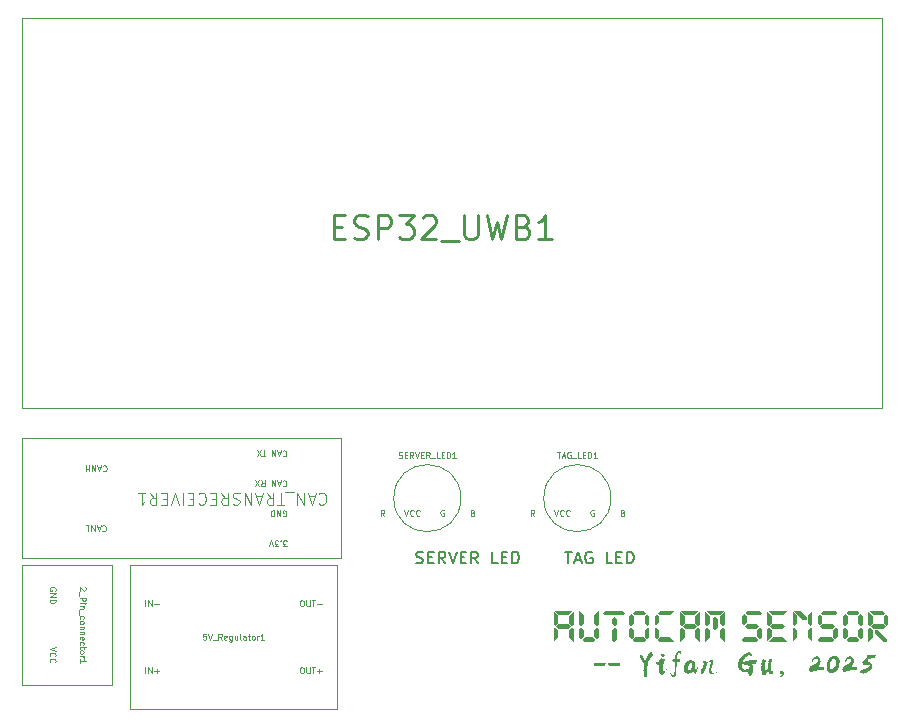
<source format=gbr>
%TF.GenerationSoftware,KiCad,Pcbnew,9.0.0*%
%TF.CreationDate,2025-03-01T08:49:33-08:00*%
%TF.ProjectId,sensor,73656e73-6f72-42e6-9b69-6361645f7063,rev?*%
%TF.SameCoordinates,Original*%
%TF.FileFunction,Legend,Top*%
%TF.FilePolarity,Positive*%
%FSLAX46Y46*%
G04 Gerber Fmt 4.6, Leading zero omitted, Abs format (unit mm)*
G04 Created by KiCad (PCBNEW 9.0.0) date 2025-03-01 08:49:33*
%MOMM*%
%LPD*%
G01*
G04 APERTURE LIST*
%ADD10C,0.150000*%
%ADD11C,0.200000*%
%ADD12C,0.300000*%
%ADD13C,0.062500*%
%ADD14C,0.100000*%
%ADD15C,0.250000*%
G04 APERTURE END LIST*
D10*
G36*
X81679459Y-77428279D02*
G01*
X81974748Y-77423028D01*
X82189716Y-77426802D01*
X82268817Y-77434141D01*
X82333175Y-77449528D01*
X82365415Y-77463450D01*
X82401807Y-77487020D01*
X82413039Y-77522232D01*
X82401807Y-77553698D01*
X82393381Y-77576046D01*
X82382145Y-77606577D01*
X82371032Y-77637229D01*
X82352836Y-77663729D01*
X82330145Y-77677130D01*
X82288356Y-77684612D01*
X82051807Y-77687421D01*
X81651371Y-77693039D01*
X81485020Y-77699331D01*
X81449870Y-77695847D01*
X81414698Y-77667261D01*
X81405052Y-77639916D01*
X81394672Y-77611950D01*
X81383935Y-77594927D01*
X81389420Y-77567254D01*
X81389420Y-77505704D01*
X81387833Y-77452704D01*
X81395211Y-77442429D01*
X81410669Y-77438660D01*
X81431552Y-77432187D01*
X81447062Y-77433408D01*
X81482761Y-77437684D01*
X81679459Y-77428279D01*
G37*
G36*
X82933890Y-77428279D02*
G01*
X83229180Y-77423028D01*
X83444148Y-77426802D01*
X83523248Y-77434141D01*
X83587606Y-77449528D01*
X83619846Y-77463450D01*
X83656238Y-77487020D01*
X83667470Y-77522232D01*
X83656238Y-77553698D01*
X83647812Y-77576046D01*
X83636577Y-77606577D01*
X83625464Y-77637229D01*
X83607267Y-77663729D01*
X83584576Y-77677130D01*
X83542787Y-77684612D01*
X83306238Y-77687421D01*
X82905802Y-77693039D01*
X82739452Y-77699331D01*
X82704302Y-77695847D01*
X82669129Y-77667261D01*
X82659483Y-77639916D01*
X82649103Y-77611950D01*
X82638366Y-77594927D01*
X82643852Y-77567254D01*
X82643852Y-77505704D01*
X82642264Y-77452704D01*
X82649642Y-77442429D01*
X82665101Y-77438660D01*
X82685983Y-77432187D01*
X82701493Y-77433408D01*
X82737193Y-77437684D01*
X82933890Y-77428279D01*
G37*
G36*
X86255715Y-76484525D02*
G01*
X86278652Y-76501156D01*
X86306273Y-76541800D01*
X86342787Y-76607501D01*
X86368189Y-76645237D01*
X86413007Y-76719364D01*
X86438408Y-76787752D01*
X86424343Y-76829372D01*
X86371364Y-76880076D01*
X86312046Y-76927429D01*
X86262309Y-76986200D01*
X86231535Y-77015631D01*
X86214804Y-77033827D01*
X86207721Y-77053367D01*
X86195143Y-77064480D01*
X86182686Y-77078524D01*
X86181221Y-77092445D01*
X86186838Y-77099528D01*
X86178534Y-77098063D01*
X86164371Y-77093440D01*
X86158872Y-77114794D01*
X86153255Y-77131646D01*
X86150446Y-77139951D01*
X86151789Y-77142759D01*
X86147637Y-77142759D01*
X86130785Y-77155338D01*
X86119672Y-77176343D01*
X86111367Y-77193196D01*
X86081936Y-77221161D01*
X86061053Y-77235083D01*
X86047009Y-77243510D01*
X86038583Y-77260240D01*
X86042754Y-77265566D01*
X86063862Y-77251814D01*
X86069357Y-77246196D01*
X86083440Y-77233840D01*
X86086210Y-77237892D01*
X86074975Y-77257431D01*
X86054092Y-77268545D01*
X86031744Y-77288206D01*
X86013670Y-77330094D01*
X86002435Y-77353907D01*
X85996817Y-77371981D01*
X85996817Y-77380408D01*
X85991200Y-77383217D01*
X85996817Y-77416800D01*
X86003926Y-77429359D01*
X86010861Y-77430722D01*
X86016479Y-77430722D01*
X86008053Y-77453070D01*
X86003778Y-77481036D01*
X86002435Y-77495080D01*
X85992665Y-77520237D01*
X85988513Y-77542585D01*
X85983018Y-77556507D01*
X85956395Y-77629291D01*
X85941130Y-77697679D01*
X85936856Y-77708914D01*
X85922934Y-77757885D01*
X85910355Y-77817969D01*
X85910355Y-77836043D01*
X85911699Y-77866817D01*
X85910355Y-77903210D01*
X85906203Y-77943754D01*
X85902051Y-77989794D01*
X85893747Y-78003838D01*
X85885321Y-77989794D01*
X85882512Y-77973063D01*
X85876894Y-77989794D01*
X85875551Y-78017882D01*
X85882512Y-78020568D01*
X85894968Y-78012142D01*
X85897777Y-78020568D01*
X85897777Y-78033147D01*
X85897777Y-78052686D01*
X85895984Y-78067155D01*
X85904738Y-78080652D01*
X85907547Y-78087613D01*
X85900464Y-78091887D01*
X85899120Y-78115579D01*
X85895302Y-78139612D01*
X85886542Y-78149162D01*
X85880058Y-78158274D01*
X85877016Y-78182745D01*
X85882512Y-78224633D01*
X85888007Y-78219016D01*
X85893503Y-78205094D01*
X85896311Y-78217672D01*
X85893503Y-78244295D01*
X85885076Y-78261025D01*
X85880802Y-78286182D01*
X85887885Y-78311339D01*
X85890694Y-78291800D01*
X85891813Y-78276124D01*
X85898998Y-78272138D01*
X85907424Y-78283374D01*
X85899120Y-78336496D01*
X85901929Y-78369958D01*
X85907547Y-78390963D01*
X85904738Y-78409159D01*
X85894846Y-78427233D01*
X85899120Y-78445429D01*
X85907547Y-78462281D01*
X85910233Y-78473394D01*
X85915729Y-78481821D01*
X85926964Y-78504169D01*
X85932581Y-78513817D01*
X85924155Y-78520778D01*
X85913042Y-78536043D01*
X85904738Y-78554117D01*
X85897899Y-78567916D01*
X85889595Y-78580373D01*
X85868834Y-78606751D01*
X85851230Y-78622063D01*
X85832930Y-78612369D01*
X85819009Y-78603942D01*
X85792630Y-78606751D01*
X85772285Y-78610062D01*
X85763565Y-78617864D01*
X85760370Y-78631124D01*
X85766374Y-78634473D01*
X85774739Y-78636732D01*
X85771870Y-78642899D01*
X85757948Y-78648394D01*
X85741339Y-78638747D01*
X85727540Y-78629221D01*
X85719235Y-78623970D01*
X85708244Y-78618841D01*
X85692001Y-78612366D01*
X85686018Y-78590875D01*
X85685805Y-78590143D01*
X85705924Y-78590143D01*
X85717037Y-78584525D01*
X85723850Y-78573901D01*
X85721189Y-78567672D01*
X85708733Y-78576099D01*
X85705924Y-78590143D01*
X85685805Y-78590143D01*
X85682582Y-78579043D01*
X85671974Y-78571214D01*
X85650299Y-78539829D01*
X85666723Y-78539829D01*
X85669410Y-78549476D01*
X85677836Y-78549476D01*
X85675027Y-78539706D01*
X85666723Y-78539829D01*
X85650299Y-78539829D01*
X85644986Y-78532135D01*
X85626545Y-78481821D01*
X85619462Y-78463625D01*
X85616767Y-78454904D01*
X85623614Y-78435659D01*
X85635675Y-78419429D01*
X85643276Y-78417463D01*
X85647428Y-78413311D01*
X85654511Y-78396580D01*
X85661470Y-78383588D01*
X85661471Y-78369958D01*
X85708733Y-78369958D01*
X85710076Y-78386810D01*
X85714351Y-78389619D01*
X85719846Y-78372766D01*
X85711542Y-78353227D01*
X85708733Y-78369958D01*
X85661471Y-78369958D01*
X85661472Y-78358112D01*
X85677836Y-78358112D01*
X85683454Y-78369225D01*
X85686263Y-78358112D01*
X85680645Y-78346877D01*
X85677836Y-78358112D01*
X85661472Y-78358112D01*
X85661472Y-78356036D01*
X85658358Y-78311024D01*
X85669553Y-78311024D01*
X85675027Y-78324528D01*
X85680645Y-78321720D01*
X85675027Y-78307798D01*
X85669553Y-78311024D01*
X85658358Y-78311024D01*
X85654511Y-78255408D01*
X85654480Y-78254675D01*
X85669532Y-78254675D01*
X85675027Y-78279832D01*
X85680645Y-78271406D01*
X85675027Y-78249057D01*
X85669532Y-78254675D01*
X85654480Y-78254675D01*
X85653655Y-78235136D01*
X85669532Y-78235136D01*
X85675027Y-78240631D01*
X85680645Y-78237822D01*
X85675027Y-78232327D01*
X85669532Y-78235136D01*
X85653655Y-78235136D01*
X85651000Y-78172243D01*
X85663914Y-78172243D01*
X85669410Y-78179204D01*
X85675027Y-78176395D01*
X85669410Y-78169434D01*
X85663914Y-78172243D01*
X85651000Y-78172243D01*
X85649045Y-78125925D01*
X85668528Y-78125925D01*
X85674905Y-78132431D01*
X85683210Y-78135240D01*
X85690170Y-78142201D01*
X85691636Y-78219016D01*
X85694933Y-78294609D01*
X85704947Y-78325261D01*
X85711542Y-78344801D01*
X85711542Y-78327337D01*
X85747934Y-78327337D01*
X85753429Y-78363607D01*
X85757581Y-78327337D01*
X85752086Y-78290945D01*
X85747934Y-78327337D01*
X85711542Y-78327337D01*
X85711542Y-78321109D01*
X85709099Y-78283374D01*
X85711542Y-78272138D01*
X85717037Y-78263712D01*
X85710565Y-78249790D01*
X85709099Y-78238555D01*
X85709099Y-78188241D01*
X85704092Y-78137927D01*
X85699085Y-78112770D01*
X85690809Y-78109242D01*
X85677714Y-78115579D01*
X85668528Y-78125925D01*
X85649045Y-78125925D01*
X85640467Y-77922749D01*
X85640215Y-77916399D01*
X85658297Y-77916399D01*
X85658297Y-77922016D01*
X85663914Y-77938747D01*
X85669532Y-77924825D01*
X85665787Y-77913590D01*
X85873841Y-77913590D01*
X85879459Y-77919207D01*
X85885076Y-77916399D01*
X85879459Y-77910781D01*
X85873841Y-77913590D01*
X85665787Y-77913590D01*
X85663914Y-77907972D01*
X85658297Y-77916399D01*
X85640215Y-77916399D01*
X85636315Y-77817969D01*
X85624591Y-77816503D01*
X85621782Y-77808199D01*
X85620806Y-77770464D01*
X85620806Y-77694993D01*
X85620806Y-77567742D01*
X85617875Y-77539776D01*
X85615066Y-77528541D01*
X85622126Y-77488927D01*
X85615066Y-77461496D01*
X85552906Y-77380408D01*
X85482076Y-77256088D01*
X85397201Y-77078524D01*
X85367404Y-76991939D01*
X85353386Y-76956211D01*
X85346154Y-76949930D01*
X85324905Y-76919155D01*
X85309396Y-76877267D01*
X85299382Y-76849302D01*
X85289490Y-76797644D01*
X85293621Y-76768986D01*
X85303656Y-76754291D01*
X85329180Y-76741713D01*
X85348963Y-76745865D01*
X85371556Y-76751482D01*
X85416863Y-76766870D01*
X85448004Y-76787752D01*
X85467909Y-76798988D01*
X85498835Y-76819459D01*
X85542892Y-76864689D01*
X85578587Y-76914699D01*
X85586856Y-76941503D01*
X85606273Y-76997435D01*
X85623004Y-77018440D01*
X85631430Y-77033827D01*
X85632896Y-77042131D01*
X85646817Y-77070097D01*
X85662083Y-77098063D01*
X85667700Y-77109298D01*
X85673196Y-77123220D01*
X85678813Y-77120411D01*
X85678813Y-77116259D01*
X85681622Y-77117602D01*
X85677470Y-77131646D01*
X85677470Y-77142759D01*
X85684431Y-77137264D01*
X85687004Y-77130538D01*
X85698353Y-77145568D01*
X85706779Y-77167916D01*
X85716427Y-77186113D01*
X85729005Y-77195882D01*
X85766618Y-77165230D01*
X85785926Y-77139340D01*
X86109047Y-77139340D01*
X86114665Y-77144836D01*
X86123091Y-77139340D01*
X86117473Y-77133722D01*
X86109047Y-77139340D01*
X85785926Y-77139340D01*
X85792210Y-77130914D01*
X85885076Y-77130914D01*
X85887885Y-77133722D01*
X85904738Y-77100139D01*
X85913042Y-77072173D01*
X85885076Y-77130914D01*
X85792210Y-77130914D01*
X85804232Y-77114794D01*
X85839159Y-77067288D01*
X85853354Y-77047016D01*
X85918660Y-77047016D01*
X85921468Y-77052634D01*
X85921468Y-77041399D01*
X85918660Y-77047016D01*
X85853354Y-77047016D01*
X85878237Y-77011479D01*
X85914385Y-76948586D01*
X85928400Y-76919099D01*
X85932581Y-76893998D01*
X85938199Y-76860537D01*
X85963478Y-76815840D01*
X86012571Y-76736095D01*
X86067404Y-76648046D01*
X86137160Y-76540462D01*
X86193921Y-76491486D01*
X86229240Y-76481216D01*
X86255715Y-76484525D01*
G37*
G36*
X85632163Y-78316835D02*
G01*
X85629354Y-78319644D01*
X85626545Y-78305722D01*
X85632163Y-78305722D01*
X85632163Y-78316835D01*
G37*
G36*
X85626423Y-78213398D02*
G01*
X85629423Y-78279638D01*
X85620806Y-78288869D01*
X85617997Y-78233060D01*
X85620806Y-78185554D01*
X85626423Y-78213398D01*
G37*
G36*
X85617997Y-78005792D02*
G01*
X85620806Y-78088346D01*
X85620806Y-78154047D01*
X85612379Y-78019836D01*
X85615188Y-77980635D01*
X85617997Y-78005792D01*
G37*
G36*
X85924277Y-77849354D02*
G01*
X85918660Y-77854849D01*
X85913042Y-77849354D01*
X85918660Y-77843736D01*
X85924277Y-77849354D01*
G37*
G36*
X86022219Y-77539043D02*
G01*
X86016723Y-77547348D01*
X86013914Y-77539043D01*
X86019410Y-77530617D01*
X86022219Y-77539043D01*
G37*
G36*
X86027836Y-77492882D02*
G01*
X86016723Y-77497034D01*
X86016723Y-77485921D01*
X86036263Y-77480303D01*
X86027836Y-77492882D01*
G37*
G36*
X86025027Y-77397871D02*
G01*
X86019532Y-77410450D01*
X86013963Y-77415653D01*
X86005488Y-77402023D01*
X86004023Y-77390910D01*
X86011106Y-77396406D01*
X86019532Y-77396406D01*
X86019532Y-77390910D01*
X86025027Y-77397871D01*
G37*
G36*
X86060076Y-77404832D02*
G01*
X86050307Y-77410450D01*
X86054459Y-77399337D01*
X86064228Y-77393719D01*
X86060076Y-77404832D01*
G37*
G36*
X86049940Y-77341329D02*
G01*
X86033087Y-77362212D01*
X86012083Y-77380408D01*
X86019043Y-77373447D01*
X86026036Y-77364927D01*
X86024783Y-77352442D01*
X86027470Y-77346824D01*
X86035896Y-77346824D01*
X86044262Y-77338284D01*
X86049940Y-77341329D01*
G37*
G36*
X87105191Y-77072173D02*
G01*
X87143787Y-77065226D01*
X87194829Y-77072173D01*
X87245387Y-77086095D01*
X87321224Y-77107100D01*
X87394375Y-77139218D01*
X87416347Y-77172522D01*
X87418516Y-77224355D01*
X87391566Y-77307013D01*
X87364838Y-77371179D01*
X87330994Y-77480303D01*
X87293136Y-77647976D01*
X87286053Y-77685833D01*
X87273597Y-77740422D01*
X87257456Y-77902414D01*
X87265571Y-78014393D01*
X87290327Y-78089811D01*
X87307174Y-78107590D01*
X87342351Y-78120586D01*
X87382483Y-78124081D01*
X87419654Y-78117777D01*
X87449246Y-78097409D01*
X87492683Y-78042306D01*
X87531239Y-77976059D01*
X87562903Y-77905286D01*
X87577069Y-77863398D01*
X87598637Y-77800269D01*
X87613583Y-77731995D01*
X87622009Y-77709647D01*
X87625500Y-77715067D01*
X87619200Y-77748848D01*
X87610774Y-77792445D01*
X87603691Y-77820533D01*
X87597951Y-77841660D01*
X87585373Y-77888066D01*
X87568520Y-77945708D01*
X87545885Y-78013383D01*
X87486699Y-78117166D01*
X87466915Y-78150994D01*
X87455680Y-78181891D01*
X87455680Y-78195935D01*
X87447131Y-78209979D01*
X87441514Y-78221214D01*
X87441514Y-78226953D01*
X87428095Y-78243181D01*
X87416235Y-78280321D01*
X87400603Y-78302913D01*
X87391352Y-78311020D01*
X87388025Y-78325383D01*
X87382871Y-78341712D01*
X87362745Y-78364829D01*
X87320736Y-78398412D01*
X87294113Y-78418073D01*
X87261995Y-78437857D01*
X87242334Y-78446284D01*
X87186402Y-78454710D01*
X87130011Y-78451312D01*
X87093956Y-78432362D01*
X87080034Y-78423935D01*
X87060373Y-78411235D01*
X87049138Y-78393039D01*
X87038025Y-78379117D01*
X87013684Y-78364723D01*
X87018363Y-78356646D01*
X87012745Y-78339916D01*
X87001632Y-78323063D01*
X86993206Y-78311950D01*
X86970736Y-78278367D01*
X86959623Y-78243318D01*
X86946922Y-78212421D01*
X86930069Y-78167602D01*
X86920422Y-78082117D01*
X86914202Y-77966792D01*
X86923230Y-77883304D01*
X86934344Y-77821755D01*
X86948387Y-77748848D01*
X86945579Y-77704030D01*
X86919934Y-77663992D01*
X86887968Y-77641659D01*
X86847637Y-77634054D01*
X86781171Y-77620228D01*
X86725170Y-77578162D01*
X86676789Y-77499842D01*
X86660566Y-77452844D01*
X86661352Y-77422419D01*
X86673981Y-77402023D01*
X86709135Y-77387310D01*
X86752383Y-77404832D01*
X86789199Y-77417410D01*
X86827976Y-77404832D01*
X86886492Y-77349231D01*
X86962431Y-77237159D01*
X87036559Y-77119678D01*
X87066582Y-77092725D01*
X87105191Y-77072173D01*
G37*
G36*
X87080401Y-76675523D02*
G01*
X87113984Y-76672714D01*
X87169916Y-76675523D01*
X87310548Y-76691854D01*
X87351999Y-76706175D01*
X87365921Y-76728646D01*
X87385460Y-76764916D01*
X87406465Y-76798499D01*
X87419166Y-76832083D01*
X87425140Y-76853309D01*
X87420509Y-76868475D01*
X87406702Y-76880667D01*
X87375690Y-76894975D01*
X87343028Y-76910791D01*
X87315484Y-76932711D01*
X87287519Y-76957868D01*
X87271220Y-76952727D01*
X87248318Y-76932711D01*
X87153185Y-76857240D01*
X87097868Y-76816051D01*
X87091514Y-76801308D01*
X87088705Y-76792882D01*
X87074783Y-76774685D01*
X87071974Y-76742568D01*
X87069166Y-76723028D01*
X87064891Y-76699214D01*
X87080401Y-76675523D01*
G37*
G36*
X88099504Y-78711653D02*
G01*
X88089734Y-78715928D01*
X88079965Y-78711653D01*
X88089734Y-78707501D01*
X88099504Y-78711653D01*
G37*
G36*
X88064455Y-78701884D02*
G01*
X88068729Y-78713119D01*
X88056029Y-78701884D01*
X88051877Y-78690771D01*
X88064455Y-78701884D01*
G37*
G36*
X88037955Y-78682344D02*
G01*
X88039298Y-78690771D01*
X88030872Y-78682344D01*
X88029528Y-78673918D01*
X88037955Y-78682344D01*
G37*
G36*
X88093886Y-78668300D02*
G01*
X88105122Y-78679535D01*
X88096695Y-78685153D01*
X88081308Y-78676727D01*
X88078499Y-78665491D01*
X88093886Y-78668300D01*
G37*
G36*
X88712790Y-76414459D02*
G01*
X88754441Y-76443126D01*
X88785094Y-76468283D01*
X88785094Y-76546441D01*
X88781526Y-76618091D01*
X88773981Y-76649877D01*
X88746318Y-76689302D01*
X88709378Y-76717044D01*
X88689839Y-76724005D01*
X88695457Y-76700191D01*
X88706570Y-76633147D01*
X88703761Y-76563293D01*
X88681413Y-76545097D01*
X88664304Y-76542287D01*
X88644898Y-76547906D01*
X88605819Y-76580024D01*
X88571620Y-76631102D01*
X88527418Y-76726814D01*
X88490274Y-76830791D01*
X88465746Y-76923918D01*
X88449016Y-76997923D01*
X88437780Y-77055321D01*
X88436796Y-77093188D01*
X88443398Y-77109787D01*
X88463739Y-77117786D01*
X88538531Y-77122365D01*
X88616399Y-77127440D01*
X88658942Y-77139218D01*
X88693318Y-77160253D01*
X88726231Y-77192096D01*
X88754179Y-77235888D01*
X88740153Y-77245219D01*
X88725865Y-77232641D01*
X88721342Y-77225677D01*
X88712920Y-77229832D01*
X88708646Y-77249616D01*
X88709724Y-77259913D01*
X88700097Y-77275383D01*
X88690848Y-77290457D01*
X88692892Y-77299685D01*
X88691549Y-77319713D01*
X88684344Y-77338398D01*
X88697288Y-77356960D01*
X88703909Y-77365145D01*
X88688740Y-77368318D01*
X88642822Y-77368318D01*
X88529738Y-77375401D01*
X88439612Y-77390788D01*
X88419462Y-77410205D01*
X88413845Y-77622208D01*
X88402609Y-78088101D01*
X88370443Y-78327796D01*
X88340938Y-78434193D01*
X88329581Y-78474616D01*
X88314193Y-78516381D01*
X88309919Y-78534455D01*
X88307110Y-78540073D01*
X88301615Y-78548499D01*
X88292604Y-78564676D01*
X88289891Y-78559368D01*
X88284274Y-78564863D01*
X88287083Y-78570481D01*
X88292249Y-78565313D01*
X88286106Y-78576343D01*
X88251057Y-78621039D01*
X88215886Y-78648883D01*
X88199637Y-78653048D01*
X88192194Y-78648883D01*
X88186839Y-78644167D01*
X88172411Y-78646074D01*
X88147254Y-78648883D01*
X88147254Y-78654501D01*
X88152871Y-78660118D01*
X88166793Y-78671231D01*
X88141758Y-78668422D01*
X88087940Y-78654756D01*
X88082043Y-78650104D01*
X88110739Y-78650104D01*
X88121852Y-78657187D01*
X88128813Y-78654378D01*
X88130279Y-78651570D01*
X88119043Y-78643143D01*
X88110739Y-78650104D01*
X88082043Y-78650104D01*
X88066409Y-78637770D01*
X88060792Y-78648883D01*
X88060792Y-78662927D01*
X88041252Y-78643265D01*
X87993991Y-78587456D01*
X87977260Y-78562177D01*
X87960530Y-78528715D01*
X87954912Y-78520289D01*
X87943799Y-78514672D01*
X87932564Y-78492323D01*
X87929755Y-78481210D01*
X87924138Y-78481210D01*
X87924138Y-78475593D01*
X87932644Y-78472216D01*
X87946486Y-78486706D01*
X87964682Y-78511863D01*
X87979947Y-78534211D01*
X88000830Y-78564986D01*
X88010600Y-78584525D01*
X88031482Y-78615300D01*
X88055174Y-78632152D01*
X88057921Y-78620987D01*
X88050983Y-78612613D01*
X88113548Y-78612613D01*
X88119896Y-78619757D01*
X88152749Y-78623726D01*
X88166671Y-78618108D01*
X88230907Y-78618108D01*
X88236402Y-78620917D01*
X88250446Y-78609804D01*
X88230907Y-78618108D01*
X88166671Y-78618108D01*
X88150184Y-78612613D01*
X88175097Y-78612613D01*
X88186332Y-78606995D01*
X88196102Y-78604187D01*
X88210024Y-78611147D01*
X88222725Y-78606995D01*
X88222725Y-78602721D01*
X88211489Y-78601378D01*
X88197445Y-78601378D01*
X88217107Y-78579030D01*
X88255615Y-78517272D01*
X88287083Y-78405739D01*
X88308087Y-78303646D01*
X88309431Y-78277145D01*
X88303935Y-78277145D01*
X88280122Y-78366538D01*
X88247882Y-78467166D01*
X88239455Y-78504902D01*
X88221259Y-78537142D01*
X88203063Y-78566451D01*
X88186332Y-78592951D01*
X88175097Y-78612613D01*
X88150184Y-78612613D01*
X88149818Y-78612491D01*
X88124661Y-78611147D01*
X88113548Y-78612613D01*
X88050983Y-78612613D01*
X88030139Y-78587456D01*
X88010600Y-78563642D01*
X88009789Y-78562299D01*
X88032948Y-78562299D01*
X88038565Y-78570603D01*
X88041252Y-78564986D01*
X88034759Y-78554495D01*
X88032948Y-78562299D01*
X88009789Y-78562299D01*
X87999609Y-78545446D01*
X87997435Y-78542515D01*
X88012676Y-78542515D01*
X88018293Y-78548133D01*
X88023911Y-78545324D01*
X88018293Y-78539706D01*
X88012676Y-78542515D01*
X87997435Y-78542515D01*
X87968451Y-78503436D01*
X87987519Y-78503436D01*
X87990327Y-78514549D01*
X87998754Y-78525785D01*
X87995945Y-78514549D01*
X87987519Y-78503436D01*
X87968451Y-78503436D01*
X87956673Y-78487555D01*
X87950062Y-78475471D01*
X87979092Y-78475471D01*
X87984710Y-78482431D01*
X87990327Y-78479623D01*
X87984710Y-78472662D01*
X87979092Y-78475471D01*
X87950062Y-78475471D01*
X87939371Y-78455931D01*
X87959553Y-78455931D01*
X87962362Y-78467044D01*
X87969200Y-78468510D01*
X87967857Y-78455931D01*
X87959553Y-78455931D01*
X87939371Y-78455931D01*
X87927078Y-78433461D01*
X87937083Y-78433461D01*
X87944043Y-78439078D01*
X87951127Y-78436270D01*
X87944043Y-78430774D01*
X87937083Y-78433461D01*
X87927078Y-78433461D01*
X87924138Y-78428087D01*
X87914368Y-78407083D01*
X87907407Y-78401465D01*
X87903133Y-78401465D01*
X87904598Y-78394504D01*
X87896172Y-78358234D01*
X87887745Y-78319033D01*
X87893363Y-78324651D01*
X87907407Y-78331612D01*
X87913025Y-78333077D01*
X87907407Y-78338572D01*
X87904598Y-78346999D01*
X87913025Y-78352616D01*
X87917177Y-78354082D01*
X87918642Y-78360921D01*
X87918642Y-78366538D01*
X87925603Y-78368004D01*
X87932564Y-78380582D01*
X87940990Y-78394504D01*
X87939981Y-78391695D01*
X87977138Y-78391695D01*
X87978482Y-78397313D01*
X87985565Y-78405617D01*
X87988374Y-78416852D01*
X87993991Y-78411235D01*
X87993991Y-78405739D01*
X87989379Y-78389344D01*
X87977138Y-78391695D01*
X87939981Y-78391695D01*
X87926946Y-78355425D01*
X87918642Y-78310607D01*
X87926946Y-78324651D01*
X87938060Y-78335764D01*
X87942212Y-78337229D01*
X87940868Y-78341381D01*
X87943582Y-78357266D01*
X87949295Y-78360921D01*
X87953447Y-78362386D01*
X87960530Y-78372156D01*
X87970253Y-78386533D01*
X87979947Y-78383391D01*
X87982756Y-78374965D01*
X87977138Y-78363729D01*
X87971521Y-78356769D01*
X87979947Y-78356769D01*
X87988374Y-78372156D01*
X87999487Y-78391695D01*
X88020367Y-78420452D01*
X88016217Y-78425279D01*
X88013408Y-78430896D01*
X88027330Y-78430896D01*
X88030139Y-78422470D01*
X88041252Y-78430896D01*
X88053831Y-78442009D01*
X88076057Y-78454588D01*
X88109518Y-78469975D01*
X88127899Y-78467783D01*
X88140293Y-78455931D01*
X88156901Y-78432240D01*
X88166671Y-78404274D01*
X88179249Y-78359577D01*
X88186210Y-78323185D01*
X88189019Y-78310607D01*
X88191828Y-78293876D01*
X88191828Y-78279954D01*
X88202941Y-78271528D01*
X88208558Y-78277145D01*
X88208558Y-78293876D01*
X88202941Y-78328925D01*
X88194515Y-78358234D01*
X88183401Y-78388886D01*
X88167892Y-78427965D01*
X88166549Y-78464357D01*
X88171514Y-78469839D01*
X88170701Y-78485362D01*
X88158122Y-78517480D01*
X88152627Y-78534333D01*
X88165076Y-78525456D01*
X88178032Y-78499994D01*
X88190874Y-78499994D01*
X88191828Y-78520289D01*
X88210044Y-78482877D01*
X88242142Y-78374965D01*
X88268073Y-78257696D01*
X88270060Y-78243440D01*
X88315048Y-78243440D01*
X88320666Y-78249057D01*
X88326284Y-78246249D01*
X88320666Y-78240631D01*
X88315048Y-78243440D01*
X88270060Y-78243440D01*
X88272000Y-78229518D01*
X88368293Y-78229518D01*
X88371102Y-78237822D01*
X88371102Y-78226709D01*
X88368293Y-78229518D01*
X88272000Y-78229518D01*
X88274154Y-78214058D01*
X88361905Y-78214058D01*
X88365484Y-78218283D01*
X88373911Y-78195935D01*
X88375200Y-78174909D01*
X88368293Y-78190317D01*
X88361905Y-78214058D01*
X88274154Y-78214058D01*
X88281343Y-78162473D01*
X88282686Y-78138782D01*
X88282686Y-78123394D01*
X88281343Y-78117777D01*
X88276481Y-78132478D01*
X88256186Y-78268719D01*
X88239333Y-78344190D01*
X88218328Y-78419661D01*
X88200132Y-78472784D01*
X88190874Y-78499994D01*
X88178032Y-78499994D01*
X88189019Y-78478401D01*
X88210164Y-78419596D01*
X88229319Y-78330268D01*
X88244829Y-78176395D01*
X88249347Y-78162351D01*
X88253866Y-78146964D01*
X88261437Y-78130233D01*
X88261437Y-78114968D01*
X88259972Y-78095307D01*
X88272062Y-78100924D01*
X88283785Y-78110694D01*
X88283785Y-78095307D01*
X88289403Y-78072958D01*
X88299191Y-78059781D01*
X88289403Y-78056106D01*
X88280976Y-78049145D01*
X88289403Y-78042184D01*
X88297829Y-78033879D01*
X88289403Y-78022644D01*
X88284212Y-78013424D01*
X88280976Y-77968056D01*
X88280976Y-77910659D01*
X88280976Y-77874389D01*
X88275359Y-77840806D01*
X88267177Y-77818457D01*
X88264123Y-77802678D01*
X88257715Y-77799040D01*
X88275847Y-77799040D01*
X88281465Y-77807344D01*
X88282808Y-77799040D01*
X88277191Y-77790614D01*
X88275847Y-77799040D01*
X88257715Y-77799040D01*
X88257285Y-77798796D01*
X88253133Y-77791835D01*
X88258750Y-77779256D01*
X88258750Y-77773639D01*
X88272672Y-77775104D01*
X88283907Y-77776570D01*
X88278290Y-77770952D01*
X88272672Y-77759717D01*
X88275481Y-77756908D01*
X88282878Y-77766036D01*
X88286716Y-77759717D01*
X88286716Y-77748482D01*
X88275481Y-77728942D01*
X88267177Y-77717829D01*
X88278168Y-77715020D01*
X88290746Y-77706594D01*
X88289403Y-77691207D01*
X88280976Y-77583496D01*
X88284680Y-77494297D01*
X88289403Y-77482868D01*
X88292212Y-77480059D01*
X88286594Y-77466137D01*
X88281221Y-77454902D01*
X88275969Y-77463328D01*
X88272977Y-77468816D01*
X88260826Y-77463328D01*
X88258262Y-77454902D01*
X88253255Y-77435362D01*
X88256064Y-77435362D01*
X88265851Y-77440203D01*
X88272672Y-77432554D01*
X88275481Y-77424127D01*
X88278290Y-77435362D01*
X88283785Y-77446475D01*
X88289281Y-77424127D01*
X88286472Y-77407397D01*
X88202941Y-77407397D01*
X88128203Y-77403272D01*
X88108175Y-77396161D01*
X88088889Y-77369371D01*
X88074713Y-77312264D01*
X88062678Y-77276958D01*
X88049434Y-77287107D01*
X88040164Y-77303200D01*
X88038321Y-77298342D01*
X88041008Y-77284542D01*
X88047001Y-77265027D01*
X88042473Y-77246807D01*
X88036856Y-77216032D01*
X88055052Y-77188066D01*
X88077522Y-77172679D01*
X88094253Y-77164253D01*
X88101214Y-77160101D01*
X88102679Y-77172679D01*
X88124905Y-77180983D01*
X88163510Y-77176319D01*
X88189141Y-77164131D01*
X88194419Y-77158111D01*
X88255942Y-77144591D01*
X88280976Y-77136287D01*
X88281460Y-77128105D01*
X88303935Y-77128105D01*
X88306744Y-77136409D01*
X88306744Y-77122487D01*
X88303935Y-77128105D01*
X88281460Y-77128105D01*
X88283785Y-77088782D01*
X88286594Y-77066434D01*
X88297707Y-77058007D01*
X88297707Y-77060816D01*
X88300516Y-77072051D01*
X88306011Y-77097208D01*
X88314316Y-77088782D01*
X88314316Y-77046894D01*
X88308820Y-77021737D01*
X88306011Y-77030163D01*
X88300394Y-77027355D01*
X88301737Y-77013311D01*
X88293311Y-77021737D01*
X88286350Y-77028820D01*
X88289159Y-77016120D01*
X88297585Y-76990963D01*
X88302898Y-76971426D01*
X88306011Y-76898761D01*
X88311507Y-76848447D01*
X88308698Y-76842829D01*
X88300394Y-76869452D01*
X88289281Y-76923918D01*
X88283785Y-76977041D01*
X88282320Y-76992428D01*
X88269863Y-76985345D01*
X88267055Y-76970080D01*
X88272672Y-76936496D01*
X88279633Y-76904378D01*
X88283785Y-76884717D01*
X88289403Y-76876413D01*
X88292090Y-76877756D01*
X88292090Y-76873604D01*
X88294898Y-76861025D01*
X88294898Y-76852599D01*
X88294898Y-76831594D01*
X88303203Y-76814863D01*
X88317124Y-76812055D01*
X88317124Y-76817672D01*
X88314316Y-76834403D01*
X88322620Y-76823290D01*
X88330260Y-76810537D01*
X88325307Y-76803628D01*
X88319045Y-76789725D01*
X88328115Y-76761741D01*
X88333611Y-76736584D01*
X88339774Y-76709025D01*
X88361454Y-76675034D01*
X88367072Y-76672348D01*
X88372878Y-76675735D01*
X88383803Y-76661113D01*
X88392107Y-76644382D01*
X88386612Y-76641573D01*
X88414455Y-76599563D01*
X88425690Y-76580024D01*
X88479912Y-76515788D01*
X88556605Y-76443126D01*
X88584326Y-76423464D01*
X88615101Y-76409542D01*
X88667338Y-76403386D01*
X88712790Y-76414459D01*
G37*
G36*
X88038565Y-78609804D02*
G01*
X88038565Y-78615300D01*
X88027330Y-78601378D01*
X88030139Y-78595760D01*
X88038565Y-78609804D01*
G37*
G36*
X88292700Y-78564863D02*
G01*
X88292249Y-78565313D01*
X88292604Y-78564676D01*
X88292700Y-78564863D01*
G37*
G36*
X87913025Y-78442009D02*
G01*
X87915833Y-78456053D01*
X87921451Y-78472784D01*
X87913025Y-78458862D01*
X87901912Y-78436392D01*
X87904117Y-78429241D01*
X87913025Y-78442009D01*
G37*
G36*
X87897882Y-78391573D02*
G01*
X87892264Y-78394382D01*
X87886646Y-78388886D01*
X87892264Y-78386078D01*
X87897882Y-78391573D01*
G37*
G36*
X87969200Y-78338572D02*
G01*
X87967857Y-78346877D01*
X87962362Y-78338572D01*
X87963705Y-78330146D01*
X87969200Y-78338572D01*
G37*
G36*
X87869916Y-78324528D02*
G01*
X87864298Y-78330146D01*
X87858681Y-78321720D01*
X87864298Y-78316102D01*
X87869916Y-78324528D01*
G37*
G36*
X87948318Y-78302302D02*
G01*
X87953169Y-78317100D01*
X87939891Y-78321842D01*
X87934274Y-78313538D01*
X87938426Y-78298150D01*
X87948318Y-78302302D01*
G37*
G36*
X87859902Y-78224023D02*
G01*
X87859902Y-78240753D01*
X87868328Y-78237944D01*
X87871137Y-78229640D01*
X87873946Y-78235136D01*
X87879563Y-78257484D01*
X87881046Y-78271999D01*
X87873946Y-78291067D01*
X87871137Y-78282763D01*
X87871137Y-78267376D01*
X87859902Y-78264567D01*
X87851475Y-78265910D01*
X87857093Y-78260293D01*
X87861245Y-78253332D01*
X87854284Y-78246371D01*
X87848987Y-78242979D01*
X87854284Y-78215596D01*
X87857093Y-78207170D01*
X87862711Y-78207170D01*
X87859902Y-78224023D01*
G37*
G36*
X87928656Y-78271406D02*
G01*
X87937083Y-78279832D01*
X87934880Y-78284765D01*
X87925847Y-78277023D01*
X87923161Y-78270062D01*
X87928656Y-78271406D01*
G37*
G36*
X88217107Y-78251866D02*
G01*
X88212833Y-78262979D01*
X88205872Y-78251866D01*
X88210024Y-78240631D01*
X88217107Y-78251866D01*
G37*
G36*
X87892264Y-78226709D02*
G01*
X87886646Y-78235013D01*
X87885303Y-78226709D01*
X87890799Y-78218283D01*
X87892264Y-78226709D01*
G37*
G36*
X88216985Y-78204361D02*
G01*
X88208558Y-78218283D01*
X88211367Y-78193126D01*
X88219794Y-78176395D01*
X88216985Y-78204361D01*
G37*
G36*
X87858681Y-78167969D02*
G01*
X87858681Y-78190317D01*
X87853063Y-78173586D01*
X87854406Y-78156856D01*
X87858681Y-78167969D01*
G37*
G36*
X88224068Y-78155390D02*
G01*
X88217107Y-78156856D01*
X88221259Y-78147086D01*
X88228342Y-78145621D01*
X88224068Y-78155390D01*
G37*
G36*
X87881151Y-78137316D02*
G01*
X87875533Y-78140003D01*
X87869916Y-78134508D01*
X87875533Y-78131699D01*
X87881151Y-78137316D01*
G37*
G36*
X88215642Y-78131699D02*
G01*
X88208681Y-78137194D01*
X88205872Y-78131699D01*
X88212833Y-78126081D01*
X88215642Y-78131699D01*
G37*
G36*
X88222725Y-78095307D02*
G01*
X88219916Y-78089689D01*
X88222725Y-78084071D01*
X88222725Y-78095307D01*
G37*
G36*
X88270187Y-78035080D02*
G01*
X88269863Y-78050488D01*
X88261763Y-78058175D01*
X88255819Y-78053175D01*
X88262780Y-78042062D01*
X88261437Y-78036444D01*
X88261437Y-78030826D01*
X88270187Y-78035080D01*
G37*
G36*
X88231029Y-77983565D02*
G01*
X88237990Y-78014340D01*
X88233960Y-78028262D01*
X88228342Y-78022644D01*
X88219916Y-77975139D01*
X88222725Y-77963904D01*
X88231029Y-77983565D01*
G37*
G36*
X88255453Y-77902233D02*
G01*
X88264368Y-77907850D01*
X88264368Y-77910659D01*
X88264368Y-77935816D01*
X88272110Y-77982444D01*
X88267177Y-78005792D01*
X88257407Y-77970865D01*
X88253255Y-77919085D01*
X88253255Y-77899424D01*
X88255453Y-77902233D01*
G37*
G36*
X88228342Y-77927634D02*
G01*
X88222725Y-77933129D01*
X88221259Y-77927634D01*
X88226877Y-77922016D01*
X88228342Y-77927634D01*
G37*
G36*
X88228342Y-77903820D02*
G01*
X88222725Y-77910781D01*
X88217107Y-77903820D01*
X88222725Y-77896859D01*
X88228342Y-77903820D01*
G37*
G36*
X88228342Y-77885624D02*
G01*
X88222725Y-77891242D01*
X88217107Y-77885624D01*
X88222725Y-77880006D01*
X88228342Y-77885624D01*
G37*
G36*
X88273161Y-77662020D02*
G01*
X88270352Y-77656402D01*
X88273161Y-77650785D01*
X88273161Y-77662020D01*
G37*
G36*
X88275847Y-77593632D02*
G01*
X88270230Y-77594975D01*
X88264734Y-77589357D01*
X88270230Y-77588014D01*
X88275847Y-77593632D01*
G37*
G36*
X88231151Y-77555774D02*
G01*
X88225533Y-77567009D01*
X88222725Y-77555774D01*
X88228342Y-77544539D01*
X88231151Y-77555774D01*
G37*
G36*
X88261926Y-77541852D02*
G01*
X88270352Y-77558583D01*
X88261926Y-77553087D01*
X88253499Y-77536235D01*
X88261926Y-77541852D01*
G37*
G36*
X88244829Y-77516451D02*
G01*
X88244829Y-77522069D01*
X88239211Y-77513764D01*
X88244829Y-77516451D01*
G37*
G36*
X88231151Y-77477494D02*
G01*
X88233960Y-77488729D01*
X88237990Y-77502651D01*
X88231151Y-77497034D01*
X88222725Y-77477494D01*
X88224662Y-77470545D01*
X88231151Y-77477494D01*
G37*
G36*
X89710163Y-77235572D02*
G01*
X89777303Y-77271743D01*
X89795282Y-77288450D01*
X89812020Y-77309500D01*
X89829476Y-77313607D01*
X89840711Y-77322034D01*
X89847794Y-77331926D01*
X89863548Y-77330460D01*
X89877592Y-77322034D01*
X89901362Y-77312166D01*
X89931692Y-77327651D01*
X89948157Y-77350259D01*
X89959902Y-77383461D01*
X89971206Y-77457158D01*
X89965519Y-77520237D01*
X89950537Y-77617969D01*
X89951598Y-77696092D01*
X89957303Y-77781944D01*
X89974434Y-77866451D01*
X90000380Y-77941414D01*
X90020352Y-77972452D01*
X90048928Y-77983565D01*
X90085488Y-77969837D01*
X90122859Y-77918893D01*
X90161402Y-77802093D01*
X90166898Y-77785362D01*
X90172393Y-77790980D01*
X90172393Y-77810519D01*
X90175202Y-77835676D01*
X90183048Y-77828991D01*
X90191688Y-77793789D01*
X90198784Y-77779092D01*
X90208541Y-77790980D01*
X90211350Y-77799284D01*
X90213057Y-77845315D01*
X90191688Y-77938991D01*
X90186071Y-77978192D01*
X90172393Y-78025697D01*
X90158715Y-78082972D01*
X90146137Y-78136095D01*
X90133681Y-78166748D01*
X90114874Y-78207170D01*
X90094620Y-78257044D01*
X90102295Y-78265910D01*
X90107293Y-78272599D01*
X90096189Y-78285450D01*
X90096189Y-78303646D01*
X90099611Y-78309909D01*
X90112920Y-78310607D01*
X90122690Y-78310729D01*
X90101685Y-78333077D01*
X90072699Y-78354596D01*
X90046364Y-78360921D01*
X90014652Y-78355633D01*
X89952208Y-78333443D01*
X89916460Y-78310604D01*
X89881622Y-78271161D01*
X89854297Y-78223737D01*
X89840291Y-78184822D01*
X90101929Y-78184822D01*
X90105887Y-78188608D01*
X90117194Y-78175174D01*
X90129895Y-78147208D01*
X90141008Y-78114968D01*
X90149434Y-78087002D01*
X90135512Y-78101046D01*
X90103564Y-78161081D01*
X90101929Y-78184822D01*
X89840291Y-78184822D01*
X89836071Y-78173098D01*
X89815716Y-78130608D01*
X89780750Y-78117777D01*
X89754249Y-78151238D01*
X89729092Y-78181891D01*
X89724940Y-78187508D01*
X89702714Y-78226587D01*
X89655649Y-78274253D01*
X89599644Y-78304623D01*
X89560687Y-78322819D01*
X89509152Y-78345167D01*
X89463234Y-78363119D01*
X89407547Y-78368736D01*
X89329511Y-78360310D01*
X89273869Y-78342892D01*
X89208367Y-78308775D01*
X89149741Y-78266449D01*
X89117997Y-78231960D01*
X89076503Y-78157835D01*
X89053883Y-78100802D01*
X89031535Y-78017027D01*
X89021785Y-77965802D01*
X89019135Y-77907972D01*
X89384954Y-77907972D01*
X89389133Y-77967567D01*
X89398876Y-78000296D01*
X89437894Y-78052159D01*
X89475757Y-78063615D01*
X89521242Y-78042184D01*
X89555175Y-78008987D01*
X89607581Y-77938747D01*
X89688304Y-77799040D01*
X89741539Y-77665414D01*
X89752295Y-77617323D01*
X89738618Y-77558583D01*
X89719125Y-77501931D01*
X89721887Y-77446720D01*
X89731939Y-77391402D01*
X89727505Y-77374057D01*
X89691601Y-77362944D01*
X89659849Y-77365753D01*
X89637745Y-77375523D01*
X89600376Y-77390910D01*
X89542369Y-77453803D01*
X89487170Y-77541852D01*
X89459448Y-77589357D01*
X89444305Y-77628558D01*
X89423667Y-77681559D01*
X89396175Y-77767317D01*
X89384954Y-77907972D01*
X89019135Y-77907972D01*
X89017613Y-77874755D01*
X89023122Y-77781685D01*
X89037397Y-77715631D01*
X89062166Y-77644285D01*
X89102365Y-77556507D01*
X89149778Y-77473974D01*
X89220945Y-77381995D01*
X89299872Y-77302391D01*
X89334571Y-77279047D01*
X89719567Y-77279047D01*
X89733611Y-77287473D01*
X89754616Y-77295778D01*
X89764385Y-77295778D01*
X89744846Y-77284665D01*
X89719567Y-77279047D01*
X89334571Y-77279047D01*
X89353813Y-77266102D01*
X89503534Y-77204797D01*
X89579738Y-77196371D01*
X89633471Y-77196371D01*
X89710163Y-77235572D01*
G37*
G36*
X91448073Y-77204187D02*
G01*
X91488467Y-77232346D01*
X91508279Y-77268422D01*
X91512434Y-77305097D01*
X91508279Y-77378942D01*
X91488618Y-77489340D01*
X91463461Y-77545150D01*
X91442456Y-77591311D01*
X91432686Y-77603890D01*
X91431221Y-77609508D01*
X91427069Y-77640282D01*
X91390911Y-77757808D01*
X91371015Y-77852651D01*
X91359902Y-77961706D01*
X91355628Y-77981367D01*
X91354284Y-78000907D01*
X91365519Y-78109839D01*
X91391279Y-78152404D01*
X91429877Y-78185310D01*
X91449417Y-78204972D01*
X91414490Y-78191050D01*
X91368206Y-78160275D01*
X91352819Y-78139270D01*
X91345858Y-78128035D01*
X91341584Y-78121074D01*
X91345206Y-78117340D01*
X91343049Y-78097383D01*
X91338775Y-78066608D01*
X91337431Y-78006402D01*
X91331814Y-77958897D01*
X91329127Y-77972941D01*
X91326318Y-77981245D01*
X91317892Y-77986863D01*
X91323510Y-78000907D01*
X91319235Y-78006402D01*
X91309466Y-78013485D01*
X91319235Y-78027407D01*
X91329127Y-78056716D01*
X91326318Y-78077721D01*
X91317892Y-78081873D01*
X91310809Y-78088956D01*
X91320701Y-78097383D01*
X91326505Y-78099644D01*
X91329127Y-78112648D01*
X91335881Y-78147060D01*
X91357093Y-78179815D01*
X91395253Y-78210186D01*
X91460652Y-78235624D01*
X91485809Y-78249668D01*
X91450882Y-78241364D01*
X91421451Y-78231594D01*
X91382250Y-78213276D01*
X91335660Y-78184131D01*
X91326318Y-78168579D01*
X91312274Y-78140614D01*
X91301039Y-78129501D01*
X91306657Y-78151849D01*
X91323357Y-78193165D01*
X91368593Y-78230935D01*
X91457843Y-78265300D01*
X91552976Y-78274825D01*
X91659466Y-78272016D01*
X91681814Y-78272016D01*
X91690240Y-78283251D01*
X91707035Y-78285235D01*
X91743485Y-78272016D01*
X91760216Y-78266399D01*
X91768642Y-78262247D01*
X91786838Y-78251133D01*
X91819078Y-78242707D01*
X91833122Y-78246859D01*
X91824696Y-78248325D01*
X91816270Y-78252477D01*
X91806378Y-78263590D01*
X91796608Y-78258094D01*
X91790990Y-78253942D01*
X91788304Y-78265055D01*
X91779877Y-78274825D01*
X91763025Y-78272016D01*
X91760216Y-78273482D01*
X91760216Y-78277634D01*
X91754598Y-78283251D01*
X91739211Y-78290212D01*
X91718206Y-78298639D01*
X91695858Y-78305600D01*
X91679127Y-78308408D01*
X91667892Y-78314026D01*
X91655191Y-78319521D01*
X91625760Y-78330757D01*
X91606221Y-78339183D01*
X91571294Y-78344801D01*
X91504249Y-78353105D01*
X91469323Y-78358722D01*
X91477627Y-78364218D01*
X91484588Y-78368492D01*
X91480436Y-78378262D01*
X91474940Y-78375453D01*
X91463705Y-78375453D01*
X91392264Y-78375453D01*
X91326685Y-78372644D01*
X91315660Y-78373050D01*
X91284675Y-78358722D01*
X91283830Y-78358112D01*
X91439769Y-78358112D01*
X91450882Y-78363607D01*
X91462117Y-78358112D01*
X91450882Y-78352494D01*
X91439769Y-78358112D01*
X91283830Y-78358112D01*
X91234239Y-78322330D01*
X91221353Y-78302180D01*
X91638583Y-78302180D01*
X91649696Y-78300837D01*
X91672044Y-78293754D01*
X91686088Y-78288136D01*
X91677784Y-78285327D01*
X91655314Y-78290945D01*
X91638583Y-78302180D01*
X91221353Y-78302180D01*
X91203743Y-78274642D01*
X91181685Y-78195375D01*
X91172812Y-78070760D01*
X91177340Y-77954421D01*
X91189665Y-77861078D01*
X91203709Y-77785607D01*
X91214822Y-77749337D01*
X91256339Y-77647633D01*
X91259640Y-77626238D01*
X91276493Y-77567620D01*
X91319276Y-77435602D01*
X91330573Y-77359405D01*
X91324120Y-77318736D01*
X91305790Y-77302218D01*
X91262449Y-77299197D01*
X91221905Y-77310432D01*
X91182704Y-77329972D01*
X91170125Y-77343893D01*
X91165851Y-77355129D01*
X91163164Y-77349511D01*
X91161821Y-77343893D01*
X91149364Y-77350976D01*
X91148021Y-77363555D01*
X91139717Y-77366242D01*
X91131413Y-77366242D01*
X91127260Y-77367707D01*
X91128726Y-77369050D01*
X91103691Y-77399825D01*
X91011245Y-77511688D01*
X90976253Y-77570049D01*
X90968381Y-77598272D01*
X90964106Y-77622086D01*
X90951528Y-77662630D01*
X90926925Y-77757956D01*
X90889979Y-77861078D01*
X90859204Y-77942166D01*
X90791915Y-78104344D01*
X90786297Y-78121074D01*
X90775062Y-78140736D01*
X90768101Y-78165893D01*
X90766758Y-78183967D01*
X90758332Y-78210467D01*
X90755523Y-78225976D01*
X90747096Y-78230129D01*
X90741601Y-78241364D01*
X90738883Y-78253535D01*
X90721939Y-78266521D01*
X90693974Y-78288869D01*
X90681273Y-78299982D01*
X90677121Y-78308408D01*
X90671503Y-78327948D01*
X90663199Y-78329291D01*
X90656116Y-78319521D01*
X90636577Y-78333565D01*
X90621189Y-78358722D01*
X90612763Y-78355914D01*
X90604337Y-78347487D01*
X90595910Y-78355914D01*
X90570753Y-78376919D01*
X90551214Y-78381071D01*
X90541322Y-78361531D01*
X90534412Y-78349381D01*
X90523126Y-78347487D01*
X90507739Y-78343335D01*
X90495160Y-78308408D01*
X90476964Y-78288869D01*
X90465822Y-78277097D01*
X90461577Y-78255286D01*
X90470003Y-78210467D01*
X90478307Y-78188119D01*
X90468538Y-78197889D01*
X90455959Y-78209124D01*
X90453150Y-78196545D01*
X90447533Y-78177006D01*
X90442753Y-78170069D01*
X90443258Y-78143422D01*
X90447533Y-78111304D01*
X90464263Y-78102878D01*
X90481116Y-78086147D01*
X90490886Y-78059647D01*
X90503586Y-78017637D01*
X90511891Y-77992480D01*
X90542787Y-77975750D01*
X90579057Y-77958897D01*
X90598597Y-77897470D01*
X90632180Y-77805146D01*
X90660496Y-77714239D01*
X90660268Y-77696214D01*
X90655994Y-77694870D01*
X90654651Y-77701709D01*
X90637798Y-77757641D01*
X90615450Y-77812229D01*
X90612641Y-77808077D01*
X90626563Y-77760572D01*
X90663077Y-77651395D01*
X90702010Y-77505457D01*
X90705087Y-77452948D01*
X90688234Y-77437683D01*
X90657459Y-77441835D01*
X90629174Y-77451800D01*
X90615450Y-77447330D01*
X90626563Y-77429256D01*
X90634989Y-77412526D01*
X90633646Y-77394330D01*
X90633646Y-77369173D01*
X90644881Y-77329972D01*
X90663039Y-77303377D01*
X90683960Y-77288084D01*
X90702716Y-77275942D01*
X90705087Y-77268422D01*
X90703621Y-77258775D01*
X90710582Y-77260118D01*
X90754500Y-77267010D01*
X90777871Y-77260118D01*
X90816766Y-77249606D01*
X90870073Y-77262927D01*
X90909631Y-77293774D01*
X90945666Y-77349511D01*
X90960965Y-77378055D01*
X90970945Y-77385903D01*
X90989141Y-77381751D01*
X91046416Y-77335589D01*
X91150043Y-77260047D01*
X91245410Y-77213161D01*
X91334623Y-77190143D01*
X91396575Y-77189673D01*
X91448073Y-77204187D01*
G37*
G36*
X91515362Y-78369225D02*
G01*
X91504127Y-78363607D01*
X91516706Y-78360921D01*
X91515362Y-78369225D01*
G37*
G36*
X91548946Y-78363729D02*
G01*
X91537711Y-78369225D01*
X91532093Y-78363729D01*
X91543328Y-78358112D01*
X91548946Y-78363729D01*
G37*
G36*
X91613304Y-78349685D02*
G01*
X91595108Y-78358112D01*
X91583872Y-78363607D01*
X91588147Y-78355303D01*
X91610495Y-78346877D01*
X91620265Y-78346877D01*
X91613304Y-78349685D01*
G37*
G36*
X91725289Y-78324528D02*
G01*
X91719672Y-78330146D01*
X91716985Y-78324528D01*
X91722480Y-78318911D01*
X91725289Y-78324528D01*
G37*
G36*
X91529284Y-78254675D02*
G01*
X91523667Y-78260170D01*
X91515362Y-78254675D01*
X91520858Y-78249057D01*
X91529284Y-78254675D01*
G37*
G36*
X91730907Y-78254675D02*
G01*
X91722480Y-78260170D01*
X91719672Y-78254675D01*
X91728098Y-78249057D01*
X91730907Y-78254675D01*
G37*
G36*
X91789769Y-78232327D02*
G01*
X91778534Y-78235013D01*
X91751912Y-78250523D01*
X91744951Y-78251866D01*
X91760338Y-78236479D01*
X91786960Y-78226709D01*
X91789769Y-78232327D01*
G37*
G36*
X91502662Y-78218893D02*
G01*
X91516706Y-78227320D01*
X91499853Y-78224511D01*
X91477505Y-78216085D01*
X91477505Y-78210467D01*
X91502662Y-78218893D01*
G37*
G36*
X91807843Y-78221092D02*
G01*
X91809309Y-78215474D01*
X91823353Y-78215474D01*
X91807843Y-78221092D01*
G37*
G36*
X91883436Y-78211322D02*
G01*
X91876475Y-78212787D01*
X91879284Y-78203018D01*
X91886245Y-78201552D01*
X91883436Y-78211322D01*
G37*
G36*
X91863897Y-78201552D02*
G01*
X91854127Y-78201552D01*
X91856936Y-78193126D01*
X91870980Y-78193126D01*
X91863897Y-78201552D01*
G37*
G36*
X91932529Y-78167969D02*
G01*
X91917142Y-78184822D01*
X91896137Y-78198743D01*
X91907372Y-78182013D01*
X91928928Y-78164751D01*
X91932529Y-78167969D01*
G37*
G36*
X91963304Y-78126081D02*
G01*
X91957686Y-78131699D01*
X91963304Y-78137194D01*
X91971730Y-78128890D01*
X91977348Y-78126081D01*
X91967456Y-78138660D01*
X91952069Y-78145621D01*
X91957686Y-78121929D01*
X91971730Y-78109351D01*
X91963304Y-78126081D01*
G37*
G36*
X90484902Y-78028262D02*
G01*
X90479284Y-78033757D01*
X90473667Y-78028262D01*
X90479284Y-78022644D01*
X90484902Y-78028262D01*
G37*
G36*
X90588583Y-77877198D02*
G01*
X90588583Y-77885624D01*
X90580157Y-77896859D01*
X90580157Y-77885624D01*
X90585680Y-77873292D01*
X90588583Y-77877198D01*
G37*
G36*
X94066357Y-77896859D02*
G01*
X94073318Y-77910781D01*
X94057930Y-77902477D01*
X94050969Y-77888433D01*
X94066357Y-77896859D01*
G37*
G36*
X93859117Y-77087561D02*
G01*
X93831151Y-77137875D01*
X93807337Y-77169993D01*
X93800376Y-77167184D01*
X93839577Y-77102948D01*
X93850812Y-77080600D01*
X93864734Y-77069364D01*
X93859117Y-77087561D01*
G37*
G36*
X94619567Y-76562683D02*
G01*
X94676964Y-76594923D01*
X94712013Y-76624232D01*
X94737170Y-76652198D01*
X94772112Y-76688952D01*
X94788665Y-76724605D01*
X94790415Y-76761130D01*
X94769773Y-76825906D01*
X94734361Y-76867376D01*
X94702121Y-76889724D01*
X94671346Y-76898150D01*
X94642037Y-76909263D01*
X94636420Y-76912072D01*
X94644846Y-76875802D01*
X94659426Y-76811313D01*
X94655959Y-76783478D01*
X94641915Y-76812909D01*
X94626528Y-76842219D01*
X94622376Y-76833914D01*
X94629337Y-76798988D01*
X94629441Y-76777797D01*
X94622376Y-76766748D01*
X94604220Y-76761484D01*
X94562170Y-76768091D01*
X94473998Y-76805826D01*
X94415136Y-76839410D01*
X94373929Y-76860424D01*
X94308768Y-76908042D01*
X94252037Y-76960231D01*
X94241601Y-76979361D01*
X94230366Y-76990474D01*
X94209713Y-77006428D01*
X94180052Y-77052023D01*
X94145003Y-77100994D01*
X94104337Y-77152773D01*
X94070753Y-77211514D01*
X94041893Y-77283287D01*
X94039979Y-77323255D01*
X94056831Y-77345603D01*
X94080412Y-77351313D01*
X94146346Y-77347069D01*
X94292037Y-77312142D01*
X94413792Y-77274406D01*
X94471189Y-77259019D01*
X94611140Y-77222627D01*
X94813653Y-77185804D01*
X94977966Y-77172255D01*
X95110295Y-77177374D01*
X95216252Y-77197470D01*
X95273904Y-77223432D01*
X95283419Y-77233862D01*
X95262414Y-77229710D01*
X95245776Y-77227296D01*
X95234448Y-77233862D01*
X95213443Y-77242166D01*
X95207826Y-77242288D01*
X95210635Y-77253401D01*
X95219061Y-77267323D01*
X95237135Y-77285519D01*
X95247027Y-77307868D01*
X95237135Y-77326064D01*
X95221870Y-77328872D01*
X95207826Y-77331681D01*
X95199399Y-77348534D01*
X95195125Y-77359647D01*
X95168503Y-77373691D01*
X95154620Y-77388191D01*
X95154581Y-77398848D01*
X95157390Y-77415701D01*
X95163007Y-77425471D01*
X95171434Y-77436706D01*
X95151772Y-77453436D01*
X95126615Y-77459054D01*
X95120997Y-77460397D01*
X95122966Y-77469690D01*
X95140659Y-77491172D01*
X95153917Y-77511919D01*
X95151772Y-77520481D01*
X95143790Y-77523003D01*
X95135041Y-77516329D01*
X95115380Y-77510711D01*
X95113914Y-77527442D01*
X95104145Y-77531716D01*
X95095840Y-77521946D01*
X95085949Y-77519138D01*
X95048213Y-77524633D01*
X94961614Y-77530220D01*
X94941845Y-77539410D01*
X94926786Y-77544913D01*
X94871381Y-77548080D01*
X94817409Y-77552361D01*
X94806657Y-77559316D01*
X94808000Y-77566399D01*
X94814839Y-77564933D01*
X94824364Y-77567742D01*
X94820334Y-77573237D01*
X94814143Y-77577714D01*
X94823021Y-77598517D01*
X94851637Y-77645820D01*
X94872358Y-77699267D01*
X94886036Y-77749825D01*
X94893401Y-77797550D01*
X94897027Y-77915055D01*
X94892333Y-78032124D01*
X94882983Y-78077477D01*
X94880296Y-78094207D01*
X94888600Y-78082972D01*
X94902644Y-78066242D01*
X94911071Y-78071859D01*
X94908262Y-78099825D01*
X94899836Y-78145987D01*
X94899836Y-78152948D01*
X94901179Y-78162718D01*
X94894218Y-78180914D01*
X94885792Y-78194836D01*
X94867595Y-78229884D01*
X94866780Y-78252692D01*
X94868572Y-78249057D01*
X94872847Y-78242096D01*
X94876999Y-78226709D01*
X94885303Y-78215474D01*
X94886769Y-78226709D01*
X94877778Y-78247777D01*
X94866667Y-78255850D01*
X94866252Y-78267498D01*
X94866252Y-78281542D01*
X94863443Y-78289968D01*
X94857826Y-78295464D01*
X94831081Y-78329047D01*
X94810076Y-78370935D01*
X94821311Y-78366782D01*
X94836821Y-78361165D01*
X94831203Y-78372400D01*
X94821311Y-78384979D01*
X94810076Y-78387787D01*
X94794689Y-78394748D01*
X94768066Y-78421249D01*
X94745718Y-78446406D01*
X94734794Y-78465767D01*
X94674277Y-78520533D01*
X94608660Y-78566902D01*
X94594288Y-78569382D01*
X94599905Y-78561078D01*
X94602836Y-78549842D01*
X94602836Y-78547034D01*
X94611140Y-78547034D01*
X94644846Y-78535921D01*
X94678429Y-78499528D01*
X94686734Y-78491102D01*
X94702243Y-78474371D01*
X94719096Y-78456175D01*
X94728866Y-78443597D01*
X94723370Y-78440788D01*
X94731674Y-78429675D01*
X94745718Y-78411479D01*
X94765258Y-78376552D01*
X94787652Y-78340873D01*
X94784919Y-78337473D01*
X94754145Y-78362630D01*
X94641915Y-78477180D01*
X94571817Y-78535921D01*
X94548402Y-78535273D01*
X94543852Y-78530303D01*
X94546660Y-78524685D01*
X94549469Y-78509298D01*
X94543852Y-78488293D01*
X94528342Y-78465945D01*
X94512955Y-78446406D01*
X94510146Y-78440788D01*
X94496102Y-78454832D01*
X94487798Y-78454832D01*
X94493293Y-78446406D01*
X94507337Y-78429675D01*
X94515764Y-78424057D01*
X94512955Y-78416974D01*
X94501720Y-78415631D01*
X94490484Y-78412822D01*
X94489141Y-78397557D01*
X94489141Y-78383635D01*
X94481936Y-78384979D01*
X94454092Y-78386322D01*
X94442535Y-78377503D01*
X94441025Y-78366782D01*
X94439982Y-78356402D01*
X94430767Y-78350052D01*
X94422748Y-78344015D01*
X94424905Y-78334665D01*
X94426371Y-78316468D01*
X94420509Y-78246615D01*
X94424308Y-78189987D01*
X94431744Y-78169678D01*
X94446464Y-78141657D01*
X94434553Y-78124982D01*
X94414570Y-78127442D01*
X94347602Y-78158565D01*
X94303444Y-78179623D01*
X94269078Y-78189218D01*
X94259309Y-78193492D01*
X94246730Y-78197644D01*
X94234496Y-78200116D01*
X94238304Y-78206071D01*
X94252348Y-78214375D01*
X94269078Y-78219993D01*
X94250356Y-78228541D01*
X94106535Y-78239532D01*
X94068677Y-78236845D01*
X94047672Y-78229884D01*
X94002854Y-78221458D01*
X93977697Y-78210223D01*
X93960844Y-78199110D01*
X93922986Y-78169678D01*
X93886472Y-78144521D01*
X93871085Y-78133408D01*
X93863180Y-78119364D01*
X94356029Y-78119364D01*
X94361646Y-78127791D01*
X94375690Y-78124982D01*
X94386926Y-78119364D01*
X94370073Y-78116556D01*
X94356029Y-78119364D01*
X93863180Y-78119364D01*
X93858506Y-78111060D01*
X93837501Y-78099825D01*
X93831884Y-78097016D01*
X93840310Y-78088590D01*
X93848736Y-78091399D01*
X93854354Y-78097016D01*
X93861289Y-78094540D01*
X93854354Y-78085781D01*
X94190676Y-78085781D01*
X94224260Y-78082972D01*
X94312431Y-78064898D01*
X94326992Y-78058914D01*
X94508803Y-78058914D01*
X94514946Y-78059708D01*
X94528342Y-78047801D01*
X94559117Y-78000296D01*
X94587205Y-77938747D01*
X94601249Y-77895394D01*
X94598440Y-77894050D01*
X94569009Y-77958286D01*
X94524190Y-78032414D01*
X94508803Y-78058914D01*
X94326992Y-78058914D01*
X94376912Y-78038398D01*
X94403412Y-78021545D01*
X94417456Y-78010310D01*
X94412121Y-78007047D01*
X94378255Y-78024354D01*
X94320917Y-78052572D01*
X94229877Y-78077477D01*
X94190676Y-78085781D01*
X93854354Y-78085781D01*
X93840310Y-78080286D01*
X93815153Y-78057815D01*
X93800113Y-78038265D01*
X93789874Y-78035467D01*
X93782791Y-78046702D01*
X93765938Y-78042550D01*
X93756168Y-78027163D01*
X93744933Y-78008967D01*
X93739637Y-78000296D01*
X93789263Y-78000296D01*
X93794759Y-78008600D01*
X93800376Y-78004448D01*
X93794759Y-77996144D01*
X93789263Y-78000296D01*
X93739637Y-78000296D01*
X93733820Y-77990771D01*
X93728203Y-77982344D01*
X93725394Y-77996388D01*
X93731011Y-78007501D01*
X93719654Y-77996388D01*
X93708419Y-77957187D01*
X93691444Y-77906873D01*
X93682896Y-77877564D01*
X93681552Y-77859490D01*
X93673126Y-77841294D01*
X93670317Y-77834211D01*
X93667508Y-77790980D01*
X93660425Y-77744818D01*
X93654808Y-77758740D01*
X93663356Y-77862177D01*
X93668974Y-77901378D01*
X93666165Y-77899912D01*
X93657616Y-77890143D01*
X93646259Y-77878907D01*
X93625132Y-77853750D01*
X93620980Y-77841172D01*
X93609623Y-77811863D01*
X93606814Y-77795132D01*
X93618049Y-77800750D01*
X93626475Y-77806245D01*
X93625010Y-77797941D01*
X93623667Y-77783897D01*
X93629284Y-77767166D01*
X93615240Y-77747627D01*
X93612431Y-77725157D01*
X93618189Y-77714440D01*
X93626475Y-77733583D01*
X93632093Y-77747627D01*
X93643206Y-77778279D01*
X93646015Y-77764357D01*
X93646015Y-77742009D01*
X93641741Y-77698656D01*
X93637588Y-77688886D01*
X93632093Y-77697313D01*
X93628515Y-77704801D01*
X93615240Y-77700000D01*
X93609698Y-77690372D01*
X93606814Y-77659577D01*
X93604140Y-77629700D01*
X93599853Y-77624651D01*
X93604005Y-77617690D01*
X93605663Y-77614375D01*
X93973387Y-77614375D01*
X93973911Y-77664340D01*
X93992107Y-77778279D01*
X94027156Y-77870603D01*
X94053616Y-77922015D01*
X94064891Y-77934839D01*
X94076271Y-77942639D01*
X94078935Y-77937648D01*
X94078935Y-77932030D01*
X94078935Y-77920917D01*
X94089018Y-77928413D01*
X94104092Y-77954501D01*
X94131109Y-77991797D01*
X94162955Y-78010310D01*
X94196173Y-78013401D01*
X94263705Y-78004815D01*
X94414891Y-77965614D01*
X94431744Y-77959996D01*
X94453177Y-77949118D01*
X94521503Y-77887334D01*
X94568558Y-77827996D01*
X94594410Y-77767166D01*
X94605523Y-77735048D01*
X94611140Y-77683269D01*
X94608212Y-77645350D01*
X94601859Y-77628070D01*
X94589202Y-77618470D01*
X94563513Y-77614515D01*
X94536769Y-77618667D01*
X94521503Y-77664218D01*
X94510268Y-77702808D01*
X94507459Y-77677773D01*
X94500376Y-77645778D01*
X94482180Y-77638817D01*
X94455558Y-77655425D01*
X94437362Y-77680338D01*
X94434553Y-77669225D01*
X94431744Y-77649685D01*
X94373004Y-77649685D01*
X94284260Y-77639909D01*
X94207773Y-77611706D01*
X94148771Y-77573543D01*
X94073318Y-77508269D01*
X94025625Y-77468987D01*
X94007494Y-77462229D01*
X93995512Y-77471694D01*
X93980994Y-77513886D01*
X93979528Y-77561392D01*
X93978185Y-77597784D01*
X93973387Y-77614375D01*
X93605663Y-77614375D01*
X93610966Y-77603768D01*
X93615240Y-77582763D01*
X93622201Y-77563224D01*
X93612431Y-77551988D01*
X93610966Y-77539532D01*
X93614655Y-77482817D01*
X93729215Y-77482817D01*
X93730401Y-77508269D01*
X93735270Y-77512597D01*
X93740170Y-77502651D01*
X93747254Y-77460764D01*
X93786332Y-77332170D01*
X93836769Y-77209193D01*
X93859239Y-77169993D01*
X93912226Y-77078148D01*
X93982459Y-76977163D01*
X94010303Y-76939427D01*
X94018852Y-76921231D01*
X94006178Y-76931603D01*
X93947411Y-77005129D01*
X93862048Y-77130914D01*
X93845195Y-77153262D01*
X93836769Y-77169993D01*
X93808803Y-77231542D01*
X93777928Y-77305072D01*
X93748597Y-77396528D01*
X93729215Y-77482817D01*
X93614655Y-77482817D01*
X93615240Y-77473831D01*
X93621341Y-77384109D01*
X93630261Y-77370516D01*
X93636245Y-77362212D01*
X93637711Y-77358060D01*
X93640642Y-77356594D01*
X93645160Y-77352442D01*
X93651266Y-77342550D01*
X93663356Y-77312020D01*
X93663549Y-77311120D01*
X93734759Y-77311120D01*
X93738827Y-77323011D01*
X93755558Y-77309089D01*
X93761175Y-77297854D01*
X93782180Y-77244853D01*
X93811612Y-77187456D01*
X93825655Y-77166451D01*
X93878778Y-77078524D01*
X93954371Y-76976430D01*
X93976842Y-76942847D01*
X93953028Y-76966660D01*
X93909553Y-77022592D01*
X93881587Y-77060327D01*
X93873161Y-77063014D01*
X93874275Y-77053462D01*
X93901249Y-77010013D01*
X93913090Y-76980110D01*
X93904057Y-76973621D01*
X93875969Y-77005739D01*
X93850812Y-77049092D01*
X93838112Y-77070097D01*
X93810146Y-77116259D01*
X93779371Y-77172191D01*
X93766793Y-77202843D01*
X93747254Y-77261584D01*
X93734759Y-77311120D01*
X93663549Y-77311120D01*
X93669340Y-77284054D01*
X93663722Y-77253279D01*
X93666531Y-77240701D01*
X93672553Y-77238616D01*
X93683384Y-77247662D01*
X93694619Y-77261706D01*
X93694619Y-77236549D01*
X93695963Y-77211392D01*
X93700237Y-77205774D01*
X93704761Y-77181684D01*
X93722585Y-77141416D01*
X93731396Y-77150133D01*
X93747864Y-77121877D01*
X93774536Y-77068579D01*
X93795491Y-77040788D01*
X93808070Y-77024057D01*
X93837501Y-76986322D01*
X93865467Y-76954082D01*
X93913217Y-76909263D01*
X93974888Y-76853454D01*
X94023859Y-76814375D01*
X94053412Y-76791905D01*
X94143049Y-76731821D01*
X94263583Y-76663311D01*
X94322070Y-76633178D01*
X94330872Y-76624232D01*
X94340250Y-76613767D01*
X94396695Y-76587840D01*
X94459849Y-76567240D01*
X94501842Y-76559874D01*
X94579746Y-76556583D01*
X94619567Y-76562683D01*
G37*
G36*
X94664141Y-78550942D02*
G01*
X94652906Y-78559368D01*
X94651563Y-78550942D01*
X94662798Y-78542515D01*
X94664141Y-78550942D01*
G37*
G36*
X94533960Y-78506245D02*
G01*
X94531151Y-78514672D01*
X94528464Y-78531402D01*
X94522847Y-78517358D01*
X94528464Y-78500628D01*
X94533960Y-78506245D01*
G37*
G36*
X94746817Y-78486584D02*
G01*
X94738391Y-78492201D01*
X94735582Y-78486584D01*
X94744009Y-78481088D01*
X94746817Y-78486584D01*
G37*
G36*
X94850376Y-78327337D02*
G01*
X94840607Y-78339916D01*
X94836454Y-78341259D01*
X94841950Y-78324528D01*
X94853185Y-78310607D01*
X94850376Y-78327337D01*
G37*
G36*
X94305715Y-78215474D02*
G01*
X94287519Y-78218283D01*
X94279214Y-78212665D01*
X94284832Y-78211322D01*
X94301563Y-78207170D01*
X94321224Y-78207170D01*
X94305715Y-78215474D01*
G37*
G36*
X94920352Y-78117655D02*
G01*
X94917543Y-78120464D01*
X94920352Y-78112037D01*
X94925969Y-78105076D01*
X94920352Y-78117655D01*
G37*
G36*
X93804528Y-78070150D02*
G01*
X93811612Y-78092498D01*
X93801720Y-78088346D01*
X93789141Y-78071493D01*
X93786454Y-78058914D01*
X93791950Y-78050610D01*
X93804528Y-78070150D01*
G37*
G36*
X94931587Y-78078576D02*
G01*
X94928778Y-78072958D01*
X94931587Y-78064532D01*
X94931587Y-78078576D01*
G37*
G36*
X93741636Y-78064532D02*
G01*
X93738827Y-78072958D01*
X93733210Y-78064532D01*
X93736018Y-78056106D01*
X93741636Y-78064532D01*
G37*
G36*
X93719166Y-78017027D02*
G01*
X93724783Y-78033757D01*
X93724783Y-78039375D01*
X93716357Y-78028262D01*
X93705244Y-78005792D01*
X93707409Y-78002230D01*
X93719166Y-78017027D01*
G37*
G36*
X93689002Y-77948883D02*
G01*
X93694619Y-77962805D01*
X93703046Y-77993579D01*
X93703046Y-77997854D01*
X93694619Y-77999197D01*
X93680575Y-77993579D01*
X93683384Y-77979658D01*
X93683384Y-77969888D01*
X93677766Y-77951692D01*
X93680599Y-77937001D01*
X93689002Y-77948883D01*
G37*
G36*
X96431360Y-77076325D02*
G01*
X96456517Y-77095865D01*
X96482503Y-77124247D01*
X96495718Y-77168893D01*
X96492709Y-77200436D01*
X96473370Y-77258775D01*
X96428265Y-77377628D01*
X96404711Y-77471487D01*
X96397777Y-77545150D01*
X96393503Y-77673866D01*
X96397777Y-77754832D01*
X96401563Y-77816259D01*
X96407913Y-77876343D01*
X96406570Y-77886113D01*
X96407913Y-77908461D01*
X96423056Y-77970010D01*
X96430341Y-78025699D01*
X96456517Y-78104344D01*
X96467752Y-78136461D01*
X96473248Y-78150383D01*
X96481674Y-78171388D01*
X96494253Y-78191050D01*
X96517944Y-78193736D01*
X96534028Y-78175865D01*
X96551406Y-78129501D01*
X96559832Y-78093108D01*
X96559832Y-78140614D01*
X96557023Y-78192393D01*
X96562885Y-78203506D01*
X96565694Y-78210467D01*
X96559832Y-78216085D01*
X96566793Y-78218893D01*
X96573876Y-78207780D01*
X96568014Y-78196545D01*
X96572655Y-78185432D01*
X96583279Y-78161618D01*
X96585244Y-78152369D01*
X96590240Y-78156001D01*
X96593049Y-78171388D01*
X96594515Y-78179815D01*
X96602819Y-78168579D01*
X96602819Y-78162962D01*
X96614054Y-78146231D01*
X96615397Y-78158810D01*
X96608436Y-78185432D01*
X96602819Y-78210589D01*
X96597323Y-78235624D01*
X96594515Y-78255286D01*
X96590240Y-78249668D01*
X96586088Y-78249668D01*
X96586088Y-78260781D01*
X96583279Y-78284595D01*
X96544200Y-78327948D01*
X96495647Y-78367005D01*
X96439298Y-78394993D01*
X96382132Y-78407710D01*
X96342944Y-78400610D01*
X96291260Y-78366107D01*
X96288121Y-78362264D01*
X96449434Y-78362264D01*
X96462013Y-78355303D01*
X96467630Y-78346877D01*
X96453586Y-78352494D01*
X96449434Y-78362264D01*
X96288121Y-78362264D01*
X96240059Y-78303425D01*
X96200112Y-78223900D01*
X96576807Y-78223900D01*
X96579616Y-78232327D01*
X96582424Y-78221092D01*
X96576807Y-78223900D01*
X96200112Y-78223900D01*
X96189193Y-78202163D01*
X96159762Y-78137927D01*
X96141566Y-78126692D01*
X96115188Y-78140736D01*
X96096992Y-78160153D01*
X96060600Y-78221702D01*
X96001859Y-78305600D01*
X95987303Y-78329695D01*
X95986472Y-78341992D01*
X95986576Y-78350268D01*
X95978168Y-78353105D01*
X95969203Y-78357312D01*
X95965589Y-78372644D01*
X95961315Y-78392184D01*
X95945928Y-78409036D01*
X95905096Y-78464333D01*
X95864473Y-78492812D01*
X95805813Y-78506022D01*
X95760669Y-78490003D01*
X95711577Y-78439689D01*
X95708093Y-78433583D01*
X95896468Y-78433583D01*
X95909047Y-78422348D01*
X95916008Y-78405617D01*
X95903429Y-78416730D01*
X95896468Y-78433583D01*
X95708093Y-78433583D01*
X95676528Y-78378262D01*
X95663949Y-78348953D01*
X95656866Y-78323796D01*
X95641479Y-78293021D01*
X95633053Y-78273482D01*
X95624626Y-78253820D01*
X95613391Y-78237090D01*
X95628900Y-78230129D01*
X95645631Y-78224511D01*
X95631587Y-78221702D01*
X95614856Y-78210467D01*
X95614490Y-78207780D01*
X95620474Y-78207780D01*
X95631587Y-78204972D01*
X95620474Y-78182623D01*
X95607773Y-78161618D01*
X95600812Y-78140736D01*
X95604354Y-78132309D01*
X95598981Y-78112770D01*
X95586769Y-78081995D01*
X95586769Y-78019103D01*
X95589546Y-77973919D01*
X95593485Y-77967323D01*
X95594829Y-77958897D01*
X95591029Y-77937878D01*
X95594829Y-77849842D01*
X95616688Y-77662508D01*
X95620335Y-77621731D01*
X95615345Y-77603890D01*
X95601655Y-77594095D01*
X95571015Y-77589846D01*
X95540695Y-77585555D01*
X95527906Y-77575802D01*
X95518931Y-77548173D01*
X95525097Y-77508757D01*
X95543601Y-77477258D01*
X95564298Y-77472365D01*
X95578807Y-77469504D01*
X95604354Y-77450017D01*
X95654912Y-77385781D01*
X95673569Y-77346011D01*
X95674829Y-77332170D01*
X95927243Y-77332170D01*
X95930052Y-77340474D01*
X95938356Y-77334979D01*
X95935547Y-77326552D01*
X95927243Y-77332170D01*
X95674829Y-77332170D01*
X95675307Y-77326919D01*
X95676650Y-77297609D01*
X95682145Y-77255722D01*
X95687163Y-77230002D01*
X95700586Y-77215177D01*
X95720491Y-77191364D01*
X95725815Y-77180907D01*
X95741863Y-77171824D01*
X95764699Y-77159246D01*
X95764699Y-77155094D01*
X95758960Y-77156437D01*
X95753220Y-77153628D01*
X95756979Y-77149565D01*
X95776057Y-77153628D01*
X95878517Y-77162055D01*
X95937501Y-77167672D01*
X95948614Y-77205652D01*
X95948614Y-77251814D01*
X95941653Y-77286985D01*
X95934692Y-77299563D01*
X95934692Y-77313485D01*
X95940310Y-77319103D01*
X95947437Y-77326784D01*
X95947149Y-77340230D01*
X95940188Y-77372470D01*
X95931884Y-77403244D01*
X95926266Y-77428524D01*
X95920648Y-77492882D01*
X95909413Y-77537944D01*
X95909413Y-77535013D01*
X95903796Y-77520969D01*
X95903796Y-77535013D01*
X95900626Y-77548207D01*
X95892683Y-77551866D01*
X95887065Y-77551866D01*
X95892683Y-77557484D01*
X95899256Y-77564421D01*
X95896835Y-77574337D01*
X95894026Y-77589846D01*
X95892683Y-77599494D01*
X95881325Y-77637473D01*
X95881325Y-77656240D01*
X95882424Y-77654082D01*
X95892194Y-77649930D01*
X95896468Y-77656891D01*
X95888042Y-77665317D01*
X95881325Y-77663352D01*
X95881325Y-77672400D01*
X95884256Y-77683635D01*
X95878517Y-77683635D01*
X95869968Y-77686444D01*
X95877051Y-77694870D01*
X95872777Y-77708914D01*
X95862763Y-77745429D01*
X95864228Y-77776203D01*
X95865572Y-77809909D01*
X95859954Y-77846301D01*
X95862885Y-77860345D01*
X95864228Y-77872923D01*
X95860076Y-77881350D01*
X95865694Y-77938869D01*
X95878517Y-78039741D01*
X95887065Y-78109839D01*
X95884256Y-78098726D01*
X95870309Y-78044044D01*
X95859099Y-77964515D01*
X95850673Y-77914078D01*
X95847864Y-77908461D01*
X95847864Y-77922505D01*
X95845055Y-77961706D01*
X95845055Y-77985519D01*
X95853482Y-78026064D01*
X95866416Y-78115698D01*
X95887065Y-78193736D01*
X95896835Y-78221702D01*
X95903796Y-78239898D01*
X95909413Y-78248325D01*
X95915031Y-78246859D01*
X95915031Y-78232937D01*
X95903796Y-78192393D01*
X95895491Y-78151849D01*
X95895491Y-78143422D01*
X95905261Y-78164427D01*
X95920648Y-78198011D01*
X95933333Y-78210481D01*
X95945928Y-78210467D01*
X96016147Y-78121074D01*
X96093206Y-77995167D01*
X96119381Y-77938449D01*
X96122759Y-77919696D01*
X96125568Y-77911270D01*
X96133995Y-77914078D01*
X96133995Y-77897348D01*
X96125568Y-77893196D01*
X96119951Y-77891730D01*
X96117142Y-77862421D01*
X96119951Y-77841416D01*
X96125568Y-77858147D01*
X96126912Y-77872191D01*
X96133995Y-77872191D01*
X96138147Y-77865230D01*
X96131186Y-77853995D01*
X96136681Y-77841416D01*
X96136681Y-77819068D01*
X96133872Y-77789759D01*
X96131064Y-77779867D01*
X96125568Y-77802337D01*
X96119951Y-77827372D01*
X96114333Y-77799528D01*
X96117142Y-77757519D01*
X96121624Y-77716608D01*
X96125568Y-77716608D01*
X96125568Y-77752878D01*
X96128377Y-77768265D01*
X96132529Y-77734682D01*
X96135338Y-77688520D01*
X96133872Y-77675942D01*
X96128377Y-77678750D01*
X96125568Y-77716608D01*
X96121624Y-77716608D01*
X96135716Y-77587996D01*
X96173318Y-77433286D01*
X96198475Y-77346702D01*
X96190048Y-77321423D01*
X96190048Y-77318614D01*
X96198475Y-77315928D01*
X96201284Y-77301884D01*
X96231001Y-77213000D01*
X96278831Y-77143859D01*
X96324382Y-77112840D01*
X96370055Y-77098674D01*
X96384931Y-77094704D01*
X96397777Y-77081943D01*
X96416772Y-77066447D01*
X96431360Y-77076325D01*
G37*
G36*
X96616008Y-78212665D02*
G01*
X96613199Y-78204361D01*
X96616008Y-78195935D01*
X96616008Y-78212665D01*
G37*
G36*
X96589385Y-78112159D02*
G01*
X96586577Y-78126081D01*
X96580959Y-78131699D01*
X96575341Y-78124616D01*
X96580959Y-78107885D01*
X96589385Y-78100924D01*
X96589385Y-78112159D01*
G37*
G36*
X95875830Y-77765945D02*
G01*
X95873021Y-77765945D01*
X95875830Y-77743597D01*
X95878639Y-77743597D01*
X95875830Y-77765945D01*
G37*
G36*
X95901964Y-77634054D02*
G01*
X95896346Y-77636863D01*
X95890851Y-77631245D01*
X95896346Y-77628436D01*
X95901964Y-77634054D01*
G37*
G36*
X96186140Y-77336322D02*
G01*
X96184797Y-77346092D01*
X96176371Y-77354518D01*
X96173562Y-77368440D01*
X96168066Y-77371249D01*
X96166601Y-77361479D01*
X96173562Y-77341939D01*
X96179180Y-77332170D01*
X96186140Y-77336322D01*
G37*
G36*
X97212327Y-78118632D02*
G01*
X97254337Y-78118632D01*
X97299155Y-78126448D01*
X97324312Y-78134263D01*
X97383053Y-78146964D01*
X97430680Y-78167969D01*
X97458768Y-78184822D01*
X97480935Y-78204632D01*
X97503464Y-78243928D01*
X97518240Y-78289618D01*
X97523126Y-78336496D01*
X97517041Y-78365351D01*
X97490886Y-78423569D01*
X97456329Y-78481057D01*
X97422376Y-78521877D01*
X97328755Y-78595025D01*
X97217944Y-78653890D01*
X97178114Y-78668173D01*
X97122690Y-78673551D01*
X97052714Y-78676360D01*
X97086297Y-78656821D01*
X97146537Y-78622594D01*
X97194009Y-78584281D01*
X97236170Y-78537124D01*
X97285111Y-78467166D01*
X97313077Y-78415631D01*
X97308509Y-78407061D01*
X97287920Y-78394748D01*
X97245910Y-78368248D01*
X97213670Y-78343091D01*
X97195474Y-78319399D01*
X97177278Y-78276168D01*
X97167997Y-78244552D01*
X97170317Y-78202285D01*
X97187041Y-78142736D01*
X97212327Y-78118632D01*
G37*
G36*
X100350115Y-76891434D02*
G01*
X100411631Y-76915338D01*
X100469305Y-76954448D01*
X100518838Y-77004493D01*
X100557599Y-77062037D01*
X100580069Y-77120778D01*
X100585687Y-77143004D01*
X100597125Y-77185731D01*
X100602540Y-77282833D01*
X100597484Y-77381338D01*
X100585931Y-77433775D01*
X100574818Y-77472976D01*
X100558332Y-77512055D01*
X100544532Y-77538677D01*
X100537693Y-77549790D01*
X100497637Y-77604256D01*
X100458656Y-77656848D01*
X100431448Y-77682536D01*
X100426728Y-77690173D01*
X100442683Y-77701099D01*
X100453918Y-77706472D01*
X100524016Y-77717096D01*
X100535129Y-77718440D01*
X100535129Y-77727721D01*
X100524953Y-77732838D01*
X100488967Y-77735659D01*
X100454141Y-77738720D01*
X100448300Y-77743597D01*
X100462910Y-77751353D01*
X100574452Y-77769853D01*
X100597993Y-77774853D01*
X100602540Y-77780233D01*
X100588496Y-77782920D01*
X100577260Y-77785729D01*
X100599731Y-77794155D01*
X100619270Y-77790003D01*
X100626231Y-77782920D01*
X100629040Y-77788538D01*
X100634658Y-77798429D01*
X100647236Y-77795621D01*
X100655662Y-77788538D01*
X100657006Y-77794155D01*
X100659815Y-77799773D01*
X100666898Y-77794155D01*
X100672515Y-77788538D01*
X100675324Y-77794155D01*
X100676667Y-77798429D01*
X100686437Y-77802581D01*
X100697672Y-77806734D01*
X100710251Y-77809542D01*
X100720143Y-77810886D01*
X100731256Y-77801116D01*
X100737499Y-77794967D01*
X100756535Y-77794155D01*
X100785157Y-77798143D01*
X100790118Y-77794155D01*
X100778883Y-77788538D01*
X100767648Y-77780355D01*
X100750795Y-77772906D01*
X100731256Y-77775471D01*
X100711716Y-77776692D01*
X100702265Y-77769407D01*
X100703290Y-77762648D01*
X100710446Y-77757885D01*
X100739682Y-77755198D01*
X100807748Y-77762773D01*
X100840554Y-77780111D01*
X100855819Y-77796964D01*
X100846050Y-77802459D01*
X100835567Y-77812037D01*
X100848859Y-77819068D01*
X100875481Y-77837142D01*
X100879755Y-77855094D01*
X100879633Y-77880129D01*
X100881099Y-77896737D01*
X100874138Y-77912002D01*
X100875158Y-77925849D01*
X100883907Y-77937037D01*
X100890547Y-77944664D01*
X100885251Y-77946685D01*
X100875367Y-77952670D01*
X100876946Y-77977215D01*
X100874138Y-77996632D01*
X100871329Y-78005059D01*
X100882564Y-78010432D01*
X100889699Y-78018080D01*
X100889403Y-78031315D01*
X100882564Y-78049389D01*
X100865422Y-78054291D01*
X100812466Y-78046580D01*
X100739987Y-78034737D01*
X100703168Y-78043771D01*
X100683628Y-78052198D01*
X100691933Y-78043771D01*
X100691933Y-78041085D01*
X100644305Y-78049389D01*
X100599487Y-78055006D01*
X100564438Y-78049389D01*
X100522428Y-78048046D01*
X100485914Y-78052198D01*
X100452330Y-78057693D01*
X100446713Y-78057693D01*
X100441095Y-78052198D01*
X100431325Y-78059159D01*
X100420090Y-78068684D01*
X100396943Y-78071857D01*
X100392124Y-78065997D01*
X100383041Y-78060704D01*
X100324836Y-78074302D01*
X100289787Y-78078454D01*
X100275743Y-78081263D01*
X100206988Y-78101901D01*
X100024783Y-78148918D01*
X99972444Y-78171277D01*
X99935024Y-78195935D01*
X99894235Y-78212421D01*
X99847951Y-78226465D01*
X99786521Y-78247674D01*
X99744270Y-78237578D01*
X99723165Y-78218690D01*
X99690903Y-78166381D01*
X99666699Y-78109998D01*
X99662937Y-78083827D01*
X99657320Y-78058792D01*
X99646588Y-78024476D01*
X100689246Y-78024476D01*
X100700481Y-78032780D01*
X100706099Y-78027285D01*
X100692112Y-78020870D01*
X100689246Y-78024476D01*
X99646588Y-78024476D01*
X99641112Y-78006966D01*
X99644493Y-77971978D01*
X99662937Y-77947051D01*
X99668555Y-77910659D01*
X99675516Y-77841172D01*
X99684965Y-77816013D01*
X99693712Y-77810519D01*
X99702984Y-77806081D01*
X99712030Y-77788293D01*
X99718286Y-77779378D01*
X100539159Y-77779378D01*
X100540624Y-77784996D01*
X100550394Y-77779378D01*
X100539159Y-77779378D01*
X99718286Y-77779378D01*
X99731570Y-77760450D01*
X99744270Y-77749337D01*
X99762466Y-77728576D01*
X99797515Y-77710380D01*
X99947602Y-77643335D01*
X100134204Y-77548325D01*
X100248814Y-77468512D01*
X100325836Y-77385892D01*
X100372585Y-77299563D01*
X100383698Y-77224092D01*
X100372585Y-77145812D01*
X100341832Y-77097053D01*
X100296870Y-77070341D01*
X100260533Y-77063873D01*
X100209797Y-77066189D01*
X100158851Y-77076636D01*
X100117229Y-77092690D01*
X100079672Y-77119522D01*
X100040170Y-77159856D01*
X100007534Y-77205822D01*
X99988269Y-77249249D01*
X99965799Y-77306646D01*
X99957372Y-77335956D01*
X99953220Y-77351343D01*
X99936367Y-77355495D01*
X99926598Y-77347191D01*
X99909623Y-77335956D01*
X99885501Y-77313582D01*
X99876039Y-77266102D01*
X99886300Y-77203216D01*
X99922323Y-77120778D01*
X99974490Y-77043096D01*
X100035896Y-76980949D01*
X100124312Y-76916713D01*
X100195753Y-76891434D01*
X100280298Y-76883076D01*
X100350115Y-76891434D01*
G37*
G36*
X100818534Y-78066362D02*
G01*
X100807948Y-78072958D01*
X100802452Y-78070150D01*
X100810757Y-78064532D01*
X100818534Y-78066362D01*
G37*
G36*
X100721242Y-77796231D02*
G01*
X100711350Y-77800383D01*
X100693154Y-77796231D01*
X100693154Y-77790614D01*
X100710006Y-77784996D01*
X100721242Y-77796231D01*
G37*
G36*
X100682041Y-77779378D02*
G01*
X100667997Y-77779378D01*
X100676423Y-77776570D01*
X100682041Y-77779378D01*
G37*
G36*
X100653953Y-77745917D02*
G01*
X100646992Y-77750069D01*
X100640031Y-77743108D01*
X100649801Y-77740300D01*
X100653953Y-77745917D01*
G37*
G36*
X100606448Y-77741277D02*
G01*
X100592404Y-77746894D01*
X100578360Y-77741277D01*
X100592404Y-77735659D01*
X100606448Y-77741277D01*
G37*
G36*
X100631605Y-77743108D02*
G01*
X100620369Y-77743108D01*
X100628796Y-77740300D01*
X100631605Y-77743108D01*
G37*
G36*
X100558820Y-77737491D02*
G01*
X100547585Y-77737491D01*
X100553203Y-77734682D01*
X100558820Y-77737491D01*
G37*
G36*
X101805251Y-76822534D02*
G01*
X101897393Y-76839898D01*
X101964416Y-76861364D01*
X102028429Y-76898639D01*
X102109152Y-76972766D01*
X102152788Y-77022116D01*
X102167770Y-77046772D01*
X102196238Y-77127175D01*
X102217962Y-77264881D01*
X102216496Y-77397749D01*
X102206727Y-77485921D01*
X102199967Y-77576692D01*
X102178394Y-77678872D01*
X102158489Y-77755931D01*
X102144323Y-77799284D01*
X102126004Y-77841294D01*
X102116113Y-77869260D01*
X102076423Y-77953157D01*
X102076423Y-77961461D01*
X102084849Y-77961461D01*
X102076423Y-77967079D01*
X102057861Y-77978314D01*
X102047969Y-77997976D01*
X102039542Y-78025942D01*
X102030994Y-78045481D01*
X102025376Y-78028750D01*
X102016950Y-78011898D01*
X102003028Y-78034002D01*
X101983367Y-78068562D01*
X101974940Y-78081018D01*
X101969323Y-78094940D01*
X101962266Y-78109112D01*
X101927557Y-78139270D01*
X101874312Y-78180792D01*
X101865886Y-78200209D01*
X101857581Y-78208391D01*
X101838042Y-78220969D01*
X101832424Y-78233304D01*
X101826807Y-78236113D01*
X101814228Y-78236235D01*
X101762449Y-78254187D01*
X101705174Y-78277756D01*
X101689787Y-78284717D01*
X101679895Y-78287526D01*
X101653394Y-78298761D01*
X101637598Y-78299028D01*
X101633855Y-78293143D01*
X101642281Y-78288869D01*
X101661821Y-78284717D01*
X101681360Y-78274947D01*
X101656325Y-78274947D01*
X101577923Y-78274947D01*
X101523335Y-78280565D01*
X101508572Y-78281243D01*
X101436629Y-78266521D01*
X101329040Y-78233060D01*
X101292882Y-78207589D01*
X101245143Y-78160153D01*
X101187239Y-78076935D01*
X101152819Y-77997976D01*
X101122044Y-77888799D01*
X101116427Y-77799406D01*
X101119639Y-77700556D01*
X101391838Y-77700556D01*
X101404267Y-77753855D01*
X101407076Y-77787438D01*
X101408419Y-77811252D01*
X101423684Y-77826517D01*
X101432716Y-77834229D01*
X101431988Y-77846179D01*
X101432212Y-77869751D01*
X101445910Y-77904919D01*
X101467807Y-77936763D01*
X101490484Y-77955111D01*
X101543792Y-77966121D01*
X101612517Y-77953382D01*
X101704441Y-77907606D01*
X101737342Y-77878689D01*
X101782355Y-77822365D01*
X101822126Y-77758908D01*
X101849033Y-77700732D01*
X101871799Y-77624354D01*
X101915833Y-77424005D01*
X101921451Y-77343039D01*
X101919291Y-77309699D01*
X102171556Y-77309699D01*
X102177418Y-77463572D01*
X102183279Y-77469068D01*
X102195003Y-77343161D01*
X102191031Y-77293291D01*
X102183279Y-77276116D01*
X102171556Y-77264881D01*
X102171556Y-77309699D01*
X101919291Y-77309699D01*
X101915833Y-77256332D01*
X101893485Y-77187822D01*
X101843171Y-77136043D01*
X101784431Y-77094155D01*
X101781362Y-77092934D01*
X102143590Y-77092934D01*
X102146399Y-77120900D01*
X102154825Y-77138974D01*
X102166240Y-77156219D01*
X102171556Y-77200523D01*
X102177418Y-77228489D01*
X102180348Y-77239724D01*
X102186088Y-77248028D01*
X102192072Y-77236915D01*
X102183279Y-77197714D01*
X102164717Y-77120900D01*
X102146399Y-77077547D01*
X102143590Y-77092934D01*
X101781362Y-77092934D01*
X101764711Y-77086309D01*
X101729965Y-77083042D01*
X101664141Y-77094155D01*
X101636174Y-77111643D01*
X101594288Y-77152896D01*
X101532370Y-77231158D01*
X101476929Y-77326186D01*
X101429424Y-77418387D01*
X101412693Y-77454780D01*
X101412693Y-77479937D01*
X101416537Y-77488776D01*
X101411228Y-77514863D01*
X101401458Y-77609874D01*
X101395840Y-77681193D01*
X101391838Y-77700556D01*
X101119639Y-77700556D01*
X101120726Y-77667108D01*
X101130471Y-77597784D01*
X101133157Y-77571284D01*
X101134623Y-77562979D01*
X101140118Y-77515352D01*
X101147079Y-77466381D01*
X101152697Y-77449528D01*
X101156444Y-77424164D01*
X101163810Y-77418754D01*
X101166618Y-77438415D01*
X101166618Y-77455146D01*
X101169427Y-77449528D01*
X101172236Y-77420219D01*
X101175045Y-77402023D01*
X101177854Y-77388101D01*
X101180002Y-77359993D01*
X101205819Y-77290038D01*
X101222672Y-77249616D01*
X101236472Y-77237037D01*
X101240624Y-77235694D01*
X101239281Y-77231420D01*
X101243201Y-77216694D01*
X101278482Y-77150209D01*
X101303761Y-77122243D01*
X101303761Y-77133478D01*
X101303761Y-77144591D01*
X101314874Y-77127861D01*
X101334413Y-77099895D01*
X101345648Y-77074738D01*
X101351144Y-77060694D01*
X101373370Y-77042620D01*
X101390101Y-77018806D01*
X101423636Y-76982658D01*
X101770875Y-76982658D01*
X101796032Y-76989741D01*
X101847812Y-76986933D01*
X101877243Y-76977163D01*
X101864665Y-76964584D01*
X101836577Y-76958967D01*
X101797376Y-76968736D01*
X101770875Y-76982658D01*
X101423636Y-76982658D01*
X101427714Y-76978262D01*
X101473754Y-76937718D01*
X101487798Y-76929413D01*
X101495040Y-76920161D01*
X101539333Y-76891678D01*
X101604790Y-76862247D01*
X101638251Y-76851133D01*
X101688198Y-76833349D01*
X101766479Y-76820359D01*
X101805251Y-76822534D01*
G37*
G36*
X102067630Y-77986741D02*
G01*
X102062013Y-77988206D01*
X102064822Y-77983932D01*
X102078866Y-77978436D01*
X102067630Y-77986741D01*
G37*
G36*
X103159884Y-76891434D02*
G01*
X103221400Y-76915338D01*
X103279075Y-76954448D01*
X103328608Y-77004493D01*
X103367369Y-77062037D01*
X103389839Y-77120778D01*
X103395457Y-77143004D01*
X103406894Y-77185731D01*
X103412309Y-77282833D01*
X103407253Y-77381338D01*
X103395701Y-77433775D01*
X103384588Y-77472976D01*
X103368101Y-77512055D01*
X103354302Y-77538677D01*
X103347463Y-77549790D01*
X103307407Y-77604256D01*
X103268426Y-77656848D01*
X103241217Y-77682536D01*
X103236498Y-77690173D01*
X103252452Y-77701099D01*
X103263688Y-77706472D01*
X103333785Y-77717096D01*
X103344898Y-77718440D01*
X103344898Y-77727721D01*
X103334723Y-77732838D01*
X103298736Y-77735659D01*
X103263911Y-77738720D01*
X103258070Y-77743597D01*
X103272680Y-77751353D01*
X103384221Y-77769853D01*
X103407763Y-77774853D01*
X103412309Y-77780233D01*
X103398265Y-77782920D01*
X103387030Y-77785729D01*
X103409501Y-77794155D01*
X103429040Y-77790003D01*
X103436001Y-77782920D01*
X103438810Y-77788538D01*
X103444427Y-77798429D01*
X103457006Y-77795621D01*
X103465432Y-77788538D01*
X103466775Y-77794155D01*
X103469584Y-77799773D01*
X103476667Y-77794155D01*
X103482285Y-77788538D01*
X103485094Y-77794155D01*
X103486437Y-77798429D01*
X103496207Y-77802581D01*
X103507442Y-77806734D01*
X103520020Y-77809542D01*
X103529912Y-77810886D01*
X103541025Y-77801116D01*
X103547269Y-77794967D01*
X103566304Y-77794155D01*
X103594927Y-77798143D01*
X103599888Y-77794155D01*
X103588653Y-77788538D01*
X103577418Y-77780355D01*
X103560565Y-77772906D01*
X103541025Y-77775471D01*
X103521486Y-77776692D01*
X103512035Y-77769407D01*
X103513060Y-77762648D01*
X103520216Y-77757885D01*
X103549452Y-77755198D01*
X103617518Y-77762773D01*
X103650324Y-77780111D01*
X103665589Y-77796964D01*
X103655819Y-77802459D01*
X103645337Y-77812037D01*
X103658628Y-77819068D01*
X103685251Y-77837142D01*
X103689525Y-77855094D01*
X103689403Y-77880129D01*
X103690868Y-77896737D01*
X103683907Y-77912002D01*
X103684928Y-77925849D01*
X103693677Y-77937037D01*
X103700316Y-77944664D01*
X103695020Y-77946685D01*
X103685137Y-77952670D01*
X103686716Y-77977215D01*
X103683907Y-77996632D01*
X103681099Y-78005059D01*
X103692334Y-78010432D01*
X103699469Y-78018080D01*
X103699173Y-78031315D01*
X103692334Y-78049389D01*
X103675191Y-78054291D01*
X103622236Y-78046580D01*
X103549756Y-78034737D01*
X103512937Y-78043771D01*
X103493398Y-78052198D01*
X103501702Y-78043771D01*
X103501702Y-78041085D01*
X103454075Y-78049389D01*
X103409256Y-78055006D01*
X103374207Y-78049389D01*
X103332198Y-78048046D01*
X103295683Y-78052198D01*
X103262100Y-78057693D01*
X103256482Y-78057693D01*
X103250865Y-78052198D01*
X103241095Y-78059159D01*
X103229860Y-78068684D01*
X103206713Y-78071857D01*
X103201894Y-78065997D01*
X103192811Y-78060704D01*
X103134605Y-78074302D01*
X103099556Y-78078454D01*
X103085512Y-78081263D01*
X103016758Y-78101901D01*
X102834553Y-78148918D01*
X102782214Y-78171277D01*
X102744794Y-78195935D01*
X102704005Y-78212421D01*
X102657721Y-78226465D01*
X102596291Y-78247674D01*
X102554040Y-78237578D01*
X102532934Y-78218690D01*
X102500673Y-78166381D01*
X102476469Y-78109998D01*
X102472707Y-78083827D01*
X102467090Y-78058792D01*
X102456358Y-78024476D01*
X103499016Y-78024476D01*
X103510251Y-78032780D01*
X103515868Y-78027285D01*
X103501881Y-78020870D01*
X103499016Y-78024476D01*
X102456358Y-78024476D01*
X102450882Y-78006966D01*
X102454262Y-77971978D01*
X102472707Y-77947051D01*
X102478325Y-77910659D01*
X102485286Y-77841172D01*
X102494735Y-77816013D01*
X102503482Y-77810519D01*
X102512754Y-77806081D01*
X102521800Y-77788293D01*
X102528056Y-77779378D01*
X103348928Y-77779378D01*
X103350394Y-77784996D01*
X103360163Y-77779378D01*
X103348928Y-77779378D01*
X102528056Y-77779378D01*
X102541339Y-77760450D01*
X102554040Y-77749337D01*
X102572236Y-77728576D01*
X102607285Y-77710380D01*
X102757372Y-77643335D01*
X102943974Y-77548325D01*
X103058584Y-77468512D01*
X103135606Y-77385892D01*
X103182355Y-77299563D01*
X103193468Y-77224092D01*
X103182355Y-77145812D01*
X103151601Y-77097053D01*
X103106639Y-77070341D01*
X103070302Y-77063873D01*
X103019567Y-77066189D01*
X102968620Y-77076636D01*
X102926999Y-77092690D01*
X102889442Y-77119522D01*
X102849940Y-77159856D01*
X102817304Y-77205822D01*
X102798039Y-77249249D01*
X102775568Y-77306646D01*
X102767142Y-77335956D01*
X102762990Y-77351343D01*
X102746137Y-77355495D01*
X102736367Y-77347191D01*
X102719392Y-77335956D01*
X102695271Y-77313582D01*
X102685809Y-77266102D01*
X102696069Y-77203216D01*
X102732093Y-77120778D01*
X102784260Y-77043096D01*
X102845666Y-76980949D01*
X102934082Y-76916713D01*
X103005523Y-76891434D01*
X103090068Y-76883076D01*
X103159884Y-76891434D01*
G37*
G36*
X103628304Y-78066362D02*
G01*
X103617718Y-78072958D01*
X103612222Y-78070150D01*
X103620526Y-78064532D01*
X103628304Y-78066362D01*
G37*
G36*
X103531011Y-77796231D02*
G01*
X103521120Y-77800383D01*
X103502923Y-77796231D01*
X103502923Y-77790614D01*
X103519776Y-77784996D01*
X103531011Y-77796231D01*
G37*
G36*
X103491810Y-77779378D02*
G01*
X103477766Y-77779378D01*
X103486193Y-77776570D01*
X103491810Y-77779378D01*
G37*
G36*
X103463722Y-77745917D02*
G01*
X103456762Y-77750069D01*
X103449801Y-77743108D01*
X103459570Y-77740300D01*
X103463722Y-77745917D01*
G37*
G36*
X103416217Y-77741277D02*
G01*
X103402173Y-77746894D01*
X103388129Y-77741277D01*
X103402173Y-77735659D01*
X103416217Y-77741277D01*
G37*
G36*
X103441374Y-77743108D02*
G01*
X103430139Y-77743108D01*
X103438565Y-77740300D01*
X103441374Y-77743108D01*
G37*
G36*
X103368590Y-77737491D02*
G01*
X103357355Y-77737491D01*
X103362972Y-77734682D01*
X103368590Y-77737491D01*
G37*
G36*
X104093381Y-78364096D02*
G01*
X104089228Y-78369713D01*
X104065415Y-78372522D01*
X104058332Y-78373988D01*
X104065415Y-78366905D01*
X104079544Y-78360629D01*
X104093381Y-78364096D01*
G37*
G36*
X105121887Y-76752093D02*
G01*
X105149004Y-76756579D01*
X105169515Y-76769312D01*
X105221294Y-76800697D01*
X105247916Y-76809368D01*
X105260495Y-76819382D01*
X105261838Y-76829396D01*
X105252069Y-76840753D01*
X105243533Y-76852298D01*
X105246451Y-76860903D01*
X105254877Y-76898028D01*
X105259030Y-76938084D01*
X105258208Y-76948202D01*
X105244986Y-76959455D01*
X105215432Y-76969469D01*
X105204197Y-76975209D01*
X105178796Y-76989497D01*
X105122376Y-77000976D01*
X105008081Y-77009426D01*
X104898081Y-77034606D01*
X104791182Y-77076814D01*
X104743433Y-77096475D01*
X104695806Y-77116015D01*
X104656482Y-77139951D01*
X104625586Y-77180739D01*
X104591986Y-77243303D01*
X104583454Y-77281856D01*
X104596390Y-77309710D01*
X104647934Y-77337909D01*
X104763427Y-77396864D01*
X104857838Y-77478502D01*
X104933698Y-77585205D01*
X104970525Y-77671335D01*
X104981325Y-77741032D01*
X104970169Y-77811681D01*
X104930889Y-77905286D01*
X104879110Y-77984054D01*
X104834291Y-78034612D01*
X104782390Y-78068318D01*
X104742857Y-78093890D01*
X104726458Y-78099214D01*
X104699836Y-78108984D01*
X104695683Y-78130111D01*
X104688600Y-78144033D01*
X104667595Y-78152459D01*
X104656828Y-78150005D01*
X104659169Y-78144033D01*
X104673213Y-78135484D01*
X104684448Y-78129989D01*
X104659169Y-78135484D01*
X104635463Y-78146752D01*
X104636699Y-78157955D01*
X104645247Y-78160764D01*
X104648056Y-78155268D01*
X104653674Y-78155268D01*
X104660512Y-78166381D01*
X104639630Y-78177616D01*
X104617159Y-78191660D01*
X104605924Y-78197278D01*
X104593313Y-78193453D01*
X104605924Y-78180425D01*
X104614351Y-78177616D01*
X104631081Y-78157955D01*
X104601650Y-78170533D01*
X104572341Y-78185921D01*
X104552679Y-78191538D01*
X104544253Y-78198621D01*
X104509204Y-78216939D01*
X104474277Y-78230861D01*
X104478429Y-78236357D01*
X104489665Y-78235013D01*
X104502365Y-78228053D01*
X104527400Y-78219626D01*
X104552679Y-78211200D01*
X104574490Y-78204893D01*
X104591880Y-78208391D01*
X104569410Y-78229396D01*
X104541322Y-78241974D01*
X104533018Y-78247592D01*
X104472690Y-78281175D01*
X104392578Y-78317568D01*
X104335139Y-78333977D01*
X104308436Y-78334420D01*
X104300132Y-78333077D01*
X104308436Y-78341503D01*
X104315397Y-78348464D01*
X104305750Y-78351273D01*
X104283157Y-78339916D01*
X104277540Y-78334420D01*
X104280348Y-78342847D01*
X104277540Y-78352739D01*
X104238217Y-78354082D01*
X104193398Y-78351273D01*
X104224295Y-78345655D01*
X104258000Y-78340160D01*
X104276196Y-78330390D01*
X104294515Y-78320498D01*
X104298667Y-78317690D01*
X104311245Y-78312072D01*
X104314206Y-78304198D01*
X104298545Y-78300837D01*
X104204633Y-78317690D01*
X104148579Y-78324773D01*
X104092526Y-78334542D01*
X104063647Y-78334172D01*
X104047585Y-78317690D01*
X104036350Y-78298028D01*
X104016688Y-78316346D01*
X104000484Y-78329436D01*
X103992875Y-78328925D01*
X103988722Y-78298028D01*
X103988722Y-78292787D01*
X104324677Y-78292787D01*
X104325778Y-78302180D01*
X104343974Y-78310607D01*
X104359361Y-78302180D01*
X104371939Y-78293754D01*
X104385983Y-78286793D01*
X104398562Y-78279832D01*
X104409797Y-78274214D01*
X104411140Y-78264445D01*
X104370596Y-78277023D01*
X104353743Y-78281297D01*
X104332739Y-78286793D01*
X104324677Y-78292787D01*
X103988722Y-78292787D01*
X103988722Y-78275680D01*
X103971870Y-78267254D01*
X103938286Y-78262979D01*
X103921434Y-78260293D01*
X103929860Y-78236357D01*
X103940604Y-78211491D01*
X103949521Y-78157955D01*
X103963443Y-78108984D01*
X103990066Y-78066974D01*
X104011071Y-78029117D01*
X104023746Y-78002300D01*
X104033541Y-78009577D01*
X104050272Y-78015195D01*
X104064438Y-78019469D01*
X104088251Y-78023621D01*
X104112065Y-78027773D01*
X104121835Y-78031926D01*
X104148457Y-78027773D01*
X104179354Y-78018004D01*
X104216785Y-78004759D01*
X104201702Y-78015195D01*
X104182163Y-78026430D01*
X104198893Y-78023621D01*
X104263496Y-77998464D01*
X104302819Y-77981612D01*
X104297201Y-77990038D01*
X104271922Y-78003960D01*
X104263618Y-78009577D01*
X104273387Y-78011043D01*
X104290118Y-78005425D01*
X104302819Y-77998464D01*
X104316863Y-77992847D01*
X104347637Y-77984420D01*
X104431901Y-77945219D01*
X104445945Y-77928367D01*
X104457058Y-77917254D01*
X104472445Y-77913101D01*
X104483803Y-77910293D01*
X104514699Y-77889288D01*
X104551214Y-77864009D01*
X104575027Y-77852651D01*
X104583454Y-77847156D01*
X104577836Y-77861200D01*
X104575027Y-77866817D01*
X104589071Y-77858391D01*
X104591880Y-77844347D01*
X104600307Y-77835921D01*
X104618503Y-77826151D01*
X104647934Y-77802337D01*
X104704110Y-77754588D01*
X104742569Y-77702998D01*
X104754668Y-77648098D01*
X104745137Y-77616035D01*
X104709727Y-77575314D01*
X104667595Y-77552965D01*
X104625586Y-77538921D01*
X104591313Y-77550658D01*
X104533018Y-77600348D01*
X104493695Y-77639549D01*
X104454494Y-77642358D01*
X104412618Y-77639472D01*
X104350568Y-77622697D01*
X104263494Y-77586896D01*
X104232721Y-77564078D01*
X104202357Y-77524305D01*
X104196207Y-77508147D01*
X104190418Y-77474835D01*
X104173859Y-77449528D01*
X104142463Y-77405451D01*
X104134535Y-77376988D01*
X104146664Y-77333107D01*
X104184972Y-77298831D01*
X104214889Y-77279718D01*
X104233942Y-77258531D01*
X104266182Y-77215177D01*
X104378290Y-77081332D01*
X104447789Y-76999575D01*
X104512623Y-76908164D01*
X104579790Y-76816085D01*
X104621800Y-76788241D01*
X104666618Y-76774319D01*
X104701667Y-76785554D01*
X104725603Y-76810589D01*
X104745143Y-76821824D01*
X105025167Y-76750750D01*
X105063025Y-76749406D01*
X105121887Y-76752093D01*
G37*
G36*
X104100341Y-78008722D02*
G01*
X104090572Y-78017027D01*
X104093381Y-78005792D01*
X104101807Y-77997487D01*
X104100341Y-78008722D01*
G37*
D11*
X66362054Y-68984600D02*
X66504911Y-69032219D01*
X66504911Y-69032219D02*
X66743006Y-69032219D01*
X66743006Y-69032219D02*
X66838244Y-68984600D01*
X66838244Y-68984600D02*
X66885863Y-68936980D01*
X66885863Y-68936980D02*
X66933482Y-68841742D01*
X66933482Y-68841742D02*
X66933482Y-68746504D01*
X66933482Y-68746504D02*
X66885863Y-68651266D01*
X66885863Y-68651266D02*
X66838244Y-68603647D01*
X66838244Y-68603647D02*
X66743006Y-68556028D01*
X66743006Y-68556028D02*
X66552530Y-68508409D01*
X66552530Y-68508409D02*
X66457292Y-68460790D01*
X66457292Y-68460790D02*
X66409673Y-68413171D01*
X66409673Y-68413171D02*
X66362054Y-68317933D01*
X66362054Y-68317933D02*
X66362054Y-68222695D01*
X66362054Y-68222695D02*
X66409673Y-68127457D01*
X66409673Y-68127457D02*
X66457292Y-68079838D01*
X66457292Y-68079838D02*
X66552530Y-68032219D01*
X66552530Y-68032219D02*
X66790625Y-68032219D01*
X66790625Y-68032219D02*
X66933482Y-68079838D01*
X67362054Y-68508409D02*
X67695387Y-68508409D01*
X67838244Y-69032219D02*
X67362054Y-69032219D01*
X67362054Y-69032219D02*
X67362054Y-68032219D01*
X67362054Y-68032219D02*
X67838244Y-68032219D01*
X68838244Y-69032219D02*
X68504911Y-68556028D01*
X68266816Y-69032219D02*
X68266816Y-68032219D01*
X68266816Y-68032219D02*
X68647768Y-68032219D01*
X68647768Y-68032219D02*
X68743006Y-68079838D01*
X68743006Y-68079838D02*
X68790625Y-68127457D01*
X68790625Y-68127457D02*
X68838244Y-68222695D01*
X68838244Y-68222695D02*
X68838244Y-68365552D01*
X68838244Y-68365552D02*
X68790625Y-68460790D01*
X68790625Y-68460790D02*
X68743006Y-68508409D01*
X68743006Y-68508409D02*
X68647768Y-68556028D01*
X68647768Y-68556028D02*
X68266816Y-68556028D01*
X69123959Y-68032219D02*
X69457292Y-69032219D01*
X69457292Y-69032219D02*
X69790625Y-68032219D01*
X70123959Y-68508409D02*
X70457292Y-68508409D01*
X70600149Y-69032219D02*
X70123959Y-69032219D01*
X70123959Y-69032219D02*
X70123959Y-68032219D01*
X70123959Y-68032219D02*
X70600149Y-68032219D01*
X71600149Y-69032219D02*
X71266816Y-68556028D01*
X71028721Y-69032219D02*
X71028721Y-68032219D01*
X71028721Y-68032219D02*
X71409673Y-68032219D01*
X71409673Y-68032219D02*
X71504911Y-68079838D01*
X71504911Y-68079838D02*
X71552530Y-68127457D01*
X71552530Y-68127457D02*
X71600149Y-68222695D01*
X71600149Y-68222695D02*
X71600149Y-68365552D01*
X71600149Y-68365552D02*
X71552530Y-68460790D01*
X71552530Y-68460790D02*
X71504911Y-68508409D01*
X71504911Y-68508409D02*
X71409673Y-68556028D01*
X71409673Y-68556028D02*
X71028721Y-68556028D01*
X73266816Y-69032219D02*
X72790626Y-69032219D01*
X72790626Y-69032219D02*
X72790626Y-68032219D01*
X73600150Y-68508409D02*
X73933483Y-68508409D01*
X74076340Y-69032219D02*
X73600150Y-69032219D01*
X73600150Y-69032219D02*
X73600150Y-68032219D01*
X73600150Y-68032219D02*
X74076340Y-68032219D01*
X74504912Y-69032219D02*
X74504912Y-68032219D01*
X74504912Y-68032219D02*
X74743007Y-68032219D01*
X74743007Y-68032219D02*
X74885864Y-68079838D01*
X74885864Y-68079838D02*
X74981102Y-68175076D01*
X74981102Y-68175076D02*
X75028721Y-68270314D01*
X75028721Y-68270314D02*
X75076340Y-68460790D01*
X75076340Y-68460790D02*
X75076340Y-68603647D01*
X75076340Y-68603647D02*
X75028721Y-68794123D01*
X75028721Y-68794123D02*
X74981102Y-68889361D01*
X74981102Y-68889361D02*
X74885864Y-68984600D01*
X74885864Y-68984600D02*
X74743007Y-69032219D01*
X74743007Y-69032219D02*
X74504912Y-69032219D01*
D12*
G36*
X79630177Y-73017006D02*
G01*
X79233039Y-73415610D01*
X78484740Y-73415610D01*
X78087601Y-73017006D01*
X79630177Y-73017006D01*
G37*
G36*
X78408353Y-74680849D02*
G01*
X78408353Y-75288647D01*
X78011214Y-75681207D01*
X78011214Y-74582847D01*
X78160141Y-74435568D01*
X78408353Y-74680849D01*
G37*
G36*
X78011214Y-74129654D02*
G01*
X78011214Y-73089912D01*
X78408353Y-73488700D01*
X78408353Y-74029820D01*
X78160141Y-74283161D01*
X78011214Y-74129654D01*
G37*
G36*
X79702718Y-74583763D02*
G01*
X79702718Y-75690000D01*
X79305579Y-75294692D01*
X79305579Y-74682681D01*
X79553790Y-74435568D01*
X79702718Y-74583763D01*
G37*
G36*
X79305579Y-74031102D02*
G01*
X79305579Y-73492363D01*
X79702718Y-73093576D01*
X79702718Y-74130204D01*
X79553790Y-74283161D01*
X79305579Y-74031102D01*
G37*
G36*
X79282681Y-74154200D02*
G01*
X79481250Y-74353503D01*
X79282681Y-74552805D01*
X78435097Y-74552805D01*
X78236528Y-74353503D01*
X78435097Y-74154200D01*
X79282681Y-74154200D01*
G37*
G36*
X81839354Y-75221786D02*
G01*
X81640785Y-75420355D01*
X81442215Y-75221786D01*
X81442215Y-74683597D01*
X81690427Y-74435568D01*
X81839354Y-74584495D01*
X81839354Y-75221786D01*
G37*
G36*
X80621376Y-75690000D02*
G01*
X80422807Y-75490697D01*
X80621376Y-75291395D01*
X81369675Y-75291395D01*
X81568244Y-75490697D01*
X81369675Y-75690000D01*
X80621376Y-75690000D01*
G37*
G36*
X81839354Y-74129837D02*
G01*
X81690427Y-74283161D01*
X81442215Y-74030186D01*
X81442215Y-73416709D01*
X81839354Y-73014075D01*
X81839354Y-74129837D01*
G37*
G36*
X80147850Y-73017189D02*
G01*
X80544989Y-73418724D01*
X80544989Y-74030736D01*
X80296777Y-74283161D01*
X80147850Y-74130204D01*
X80147850Y-73017189D01*
G37*
G36*
X80147850Y-75216474D02*
G01*
X80346420Y-75415043D01*
X80544989Y-75216474D01*
X80544989Y-74678101D01*
X80296777Y-74430073D01*
X80147850Y-74578817D01*
X80147850Y-75216474D01*
G37*
G36*
X83330640Y-75511946D02*
G01*
X83132070Y-75710516D01*
X82933501Y-75511946D01*
X82933501Y-74683597D01*
X83181713Y-74435568D01*
X83330640Y-74584495D01*
X83330640Y-75511946D01*
G37*
G36*
X83330640Y-74129288D02*
G01*
X83181713Y-74283161D01*
X82933501Y-74029087D01*
X82933501Y-73721341D01*
X83132070Y-73521123D01*
X83330640Y-73721341D01*
X83330640Y-74129288D01*
G37*
G36*
X84067581Y-73214476D02*
G01*
X83865165Y-73415610D01*
X82395312Y-73415610D01*
X82196742Y-73214476D01*
X82395312Y-73017006D01*
X83865165Y-73017006D01*
X84067581Y-73214476D01*
G37*
G36*
X86112627Y-74130387D02*
G01*
X85963700Y-74283161D01*
X85715488Y-74031102D01*
X85715488Y-73492730D01*
X85914057Y-73294160D01*
X86112627Y-73492730D01*
X86112627Y-74130387D01*
G37*
G36*
X85841517Y-73214476D02*
G01*
X85642948Y-73415610D01*
X84894649Y-73415610D01*
X84696079Y-73214476D01*
X84894649Y-73017006D01*
X85642948Y-73017006D01*
X85841517Y-73214476D01*
G37*
G36*
X86112627Y-75221786D02*
G01*
X85914057Y-75420355D01*
X85715488Y-75221786D01*
X85715488Y-74683597D01*
X85963700Y-74435568D01*
X86112627Y-74584495D01*
X86112627Y-75221786D01*
G37*
G36*
X84818262Y-74031102D02*
G01*
X84570050Y-74283161D01*
X84421123Y-74130387D01*
X84421123Y-73492730D01*
X84619692Y-73294160D01*
X84818262Y-73492730D01*
X84818262Y-74031102D01*
G37*
G36*
X84894649Y-75690000D02*
G01*
X84696079Y-75490697D01*
X84894649Y-75291395D01*
X85642948Y-75291395D01*
X85841517Y-75490697D01*
X85642948Y-75690000D01*
X84894649Y-75690000D01*
G37*
G36*
X84421123Y-75216474D02*
G01*
X84619692Y-75415043D01*
X84818262Y-75216474D01*
X84818262Y-74678101D01*
X84570050Y-74430073D01*
X84421123Y-74578817D01*
X84421123Y-75216474D01*
G37*
G36*
X87031285Y-75690000D02*
G01*
X86832716Y-75490697D01*
X87031285Y-75291395D01*
X87852124Y-75291395D01*
X88249263Y-75690000D01*
X87031285Y-75690000D01*
G37*
G36*
X88249263Y-73017006D02*
G01*
X87852124Y-73415610D01*
X87031285Y-73415610D01*
X86832716Y-73214476D01*
X87031285Y-73017006D01*
X88249263Y-73017006D01*
G37*
G36*
X86954898Y-74029087D02*
G01*
X86706686Y-74281146D01*
X86557759Y-74128372D01*
X86557759Y-73490715D01*
X86756329Y-73292145D01*
X86954898Y-73490715D01*
X86954898Y-74029087D01*
G37*
G36*
X86557759Y-75221786D02*
G01*
X86756329Y-75420355D01*
X86954898Y-75221786D01*
X86954898Y-74683414D01*
X86706686Y-74435385D01*
X86557759Y-74584129D01*
X86557759Y-75221786D01*
G37*
G36*
X90313360Y-73017006D02*
G01*
X89916221Y-73415610D01*
X89167922Y-73415610D01*
X88770783Y-73017006D01*
X90313360Y-73017006D01*
G37*
G36*
X89091535Y-74680849D02*
G01*
X89091535Y-75288647D01*
X88694396Y-75681207D01*
X88694396Y-74582847D01*
X88843323Y-74435568D01*
X89091535Y-74680849D01*
G37*
G36*
X88694396Y-74129654D02*
G01*
X88694396Y-73089912D01*
X89091535Y-73488700D01*
X89091535Y-74029820D01*
X88843323Y-74283161D01*
X88694396Y-74129654D01*
G37*
G36*
X90385900Y-74583763D02*
G01*
X90385900Y-75690000D01*
X89988761Y-75294692D01*
X89988761Y-74682681D01*
X90236973Y-74435568D01*
X90385900Y-74583763D01*
G37*
G36*
X89988761Y-74031102D02*
G01*
X89988761Y-73492363D01*
X90385900Y-73093576D01*
X90385900Y-74130204D01*
X90236973Y-74283161D01*
X89988761Y-74031102D01*
G37*
G36*
X89965863Y-74154200D02*
G01*
X90164432Y-74353503D01*
X89965863Y-74552805D01*
X89118279Y-74552805D01*
X88919710Y-74353503D01*
X89118279Y-74154200D01*
X89965863Y-74154200D01*
G37*
G36*
X92449996Y-73017006D02*
G01*
X92052857Y-73415610D01*
X91304558Y-73415610D01*
X90907419Y-73017006D01*
X92449996Y-73017006D01*
G37*
G36*
X91228171Y-74680849D02*
G01*
X91228171Y-75288647D01*
X90831032Y-75681207D01*
X90831032Y-74582847D01*
X90979959Y-74435568D01*
X91228171Y-74680849D01*
G37*
G36*
X90831032Y-74129654D02*
G01*
X90831032Y-73089912D01*
X91228171Y-73488700D01*
X91228171Y-74029820D01*
X90979959Y-74283161D01*
X90831032Y-74129654D01*
G37*
G36*
X92522536Y-74583763D02*
G01*
X92522536Y-75690000D01*
X92125397Y-75294692D01*
X92125397Y-74682681D01*
X92373609Y-74435568D01*
X92522536Y-74583763D01*
G37*
G36*
X92125397Y-74031102D02*
G01*
X92125397Y-73492363D01*
X92522536Y-73093576D01*
X92522536Y-74130204D01*
X92373609Y-74283161D01*
X92125397Y-74031102D01*
G37*
G36*
X91491587Y-73707969D02*
G01*
X91693820Y-73509399D01*
X91892390Y-73707969D01*
X91892390Y-74491072D01*
X91693820Y-74693489D01*
X91491587Y-74491072D01*
X91491587Y-73707969D01*
G37*
G36*
X95649822Y-73214476D02*
G01*
X95451252Y-73415610D01*
X94431843Y-73415610D01*
X94233274Y-73214476D01*
X94431843Y-73017006D01*
X95451252Y-73017006D01*
X95649822Y-73214476D01*
G37*
G36*
X95649822Y-75221786D02*
G01*
X95451252Y-75420355D01*
X95252683Y-75221786D01*
X95252683Y-74683414D01*
X95500894Y-74435385D01*
X95649822Y-74584129D01*
X95649822Y-75221786D01*
G37*
G36*
X94355457Y-74029087D02*
G01*
X94107245Y-74281146D01*
X93958318Y-74128372D01*
X93958318Y-73490715D01*
X94156887Y-73292145D01*
X94355457Y-73490715D01*
X94355457Y-74029087D01*
G37*
G36*
X94156887Y-75690000D02*
G01*
X93958318Y-75490697D01*
X94156887Y-75291395D01*
X95180143Y-75291395D01*
X95378712Y-75490697D01*
X95180143Y-75690000D01*
X94156887Y-75690000D01*
G37*
G36*
X95229785Y-74154200D02*
G01*
X95428354Y-74353503D01*
X95229785Y-74552805D01*
X94382201Y-74552805D01*
X94183632Y-74353503D01*
X94382201Y-74154200D01*
X95229785Y-74154200D01*
G37*
G36*
X97786458Y-73017006D02*
G01*
X97389319Y-73415610D01*
X96568480Y-73415610D01*
X96171341Y-73017006D01*
X97786458Y-73017006D01*
G37*
G36*
X97786458Y-75690000D02*
G01*
X96171341Y-75690000D01*
X96568480Y-75291395D01*
X97389319Y-75291395D01*
X97786458Y-75690000D01*
G37*
G36*
X96492093Y-74682681D02*
G01*
X96492093Y-75218489D01*
X96094954Y-75617093D01*
X96094954Y-74584129D01*
X96243881Y-74435568D01*
X96492093Y-74682681D01*
G37*
G36*
X96094954Y-74129654D02*
G01*
X96094954Y-73089912D01*
X96492093Y-73488700D01*
X96492093Y-74029820D01*
X96243881Y-74283161D01*
X96094954Y-74129654D01*
G37*
G36*
X97366421Y-74154200D02*
G01*
X97564991Y-74353503D01*
X97366421Y-74552805D01*
X96518838Y-74552805D01*
X96320268Y-74353503D01*
X96518838Y-74154200D01*
X97366421Y-74154200D01*
G37*
G36*
X98628729Y-74680849D02*
G01*
X98628729Y-75288647D01*
X98231591Y-75681207D01*
X98231591Y-74582847D01*
X98380518Y-74435568D01*
X98628729Y-74680849D01*
G37*
G36*
X98231591Y-74131486D02*
G01*
X98231591Y-73028546D01*
X98628729Y-73430997D01*
X98628729Y-74034216D01*
X98380518Y-74283161D01*
X98231591Y-74131486D01*
G37*
G36*
X99923094Y-74583763D02*
G01*
X99923094Y-75690000D01*
X99525956Y-75294692D01*
X99525956Y-74682681D01*
X99774167Y-74435568D01*
X99923094Y-74583763D01*
G37*
G36*
X99525956Y-74030736D02*
G01*
X99525956Y-73418724D01*
X99923094Y-73017189D01*
X99923094Y-74130204D01*
X99774167Y-74283161D01*
X99525956Y-74030736D01*
G37*
G36*
X98338569Y-73017189D02*
G01*
X98918890Y-73020486D01*
X99434364Y-73563988D01*
X99434364Y-73849569D01*
X99151714Y-73849569D01*
X98338569Y-73017189D01*
G37*
G36*
X102059731Y-73214476D02*
G01*
X101861161Y-73415610D01*
X100841753Y-73415610D01*
X100643183Y-73214476D01*
X100841753Y-73017006D01*
X101861161Y-73017006D01*
X102059731Y-73214476D01*
G37*
G36*
X102059731Y-75221786D02*
G01*
X101861161Y-75420355D01*
X101662592Y-75221786D01*
X101662592Y-74683414D01*
X101910804Y-74435385D01*
X102059731Y-74584129D01*
X102059731Y-75221786D01*
G37*
G36*
X100765366Y-74029087D02*
G01*
X100517154Y-74281146D01*
X100368227Y-74128372D01*
X100368227Y-73490715D01*
X100566796Y-73292145D01*
X100765366Y-73490715D01*
X100765366Y-74029087D01*
G37*
G36*
X100566796Y-75690000D02*
G01*
X100368227Y-75490697D01*
X100566796Y-75291395D01*
X101590052Y-75291395D01*
X101788621Y-75490697D01*
X101590052Y-75690000D01*
X100566796Y-75690000D01*
G37*
G36*
X101639694Y-74154200D02*
G01*
X101838264Y-74353503D01*
X101639694Y-74552805D01*
X100792110Y-74552805D01*
X100593541Y-74353503D01*
X100792110Y-74154200D01*
X101639694Y-74154200D01*
G37*
G36*
X104196367Y-74130387D02*
G01*
X104047440Y-74283161D01*
X103799228Y-74031102D01*
X103799228Y-73492730D01*
X103997798Y-73294160D01*
X104196367Y-73492730D01*
X104196367Y-74130387D01*
G37*
G36*
X103925258Y-73214476D02*
G01*
X103726688Y-73415610D01*
X102978389Y-73415610D01*
X102779820Y-73214476D01*
X102978389Y-73017006D01*
X103726688Y-73017006D01*
X103925258Y-73214476D01*
G37*
G36*
X104196367Y-75221786D02*
G01*
X103997798Y-75420355D01*
X103799228Y-75221786D01*
X103799228Y-74683597D01*
X104047440Y-74435568D01*
X104196367Y-74584495D01*
X104196367Y-75221786D01*
G37*
G36*
X102902002Y-74031102D02*
G01*
X102653790Y-74283161D01*
X102504863Y-74130387D01*
X102504863Y-73492730D01*
X102703433Y-73294160D01*
X102902002Y-73492730D01*
X102902002Y-74031102D01*
G37*
G36*
X102978389Y-75690000D02*
G01*
X102779820Y-75490697D01*
X102978389Y-75291395D01*
X103726688Y-75291395D01*
X103925258Y-75490697D01*
X103726688Y-75690000D01*
X102978389Y-75690000D01*
G37*
G36*
X102504863Y-75216474D02*
G01*
X102703433Y-75415043D01*
X102902002Y-75216474D01*
X102902002Y-74678101D01*
X102653790Y-74430073D01*
X102504863Y-74578817D01*
X102504863Y-75216474D01*
G37*
G36*
X105217974Y-74926313D02*
G01*
X105217974Y-74646594D01*
X105504471Y-74647876D01*
X106267974Y-75407533D01*
X106267974Y-75690000D01*
X105981660Y-75690000D01*
X105217974Y-74926313D01*
G37*
G36*
X105038639Y-74682681D02*
G01*
X105038639Y-75294692D01*
X104641500Y-75690000D01*
X104641500Y-74583763D01*
X104790427Y-74435568D01*
X105038639Y-74682681D01*
G37*
G36*
X104641500Y-74129654D02*
G01*
X104641500Y-73089912D01*
X105038639Y-73488700D01*
X105038639Y-74029820D01*
X104790427Y-74283161D01*
X104641500Y-74129654D01*
G37*
G36*
X105912967Y-74154200D02*
G01*
X106111536Y-74353503D01*
X105912967Y-74552805D01*
X105065383Y-74552805D01*
X104866814Y-74353503D01*
X105065383Y-74154200D01*
X105912967Y-74154200D01*
G37*
G36*
X106333004Y-74130387D02*
G01*
X106184077Y-74283161D01*
X105935865Y-74031102D01*
X105935865Y-73492730D01*
X106134434Y-73294160D01*
X106333004Y-73492730D01*
X106333004Y-74130387D01*
G37*
G36*
X106061894Y-73214476D02*
G01*
X105863325Y-73415610D01*
X105115026Y-73415610D01*
X104717887Y-73017006D01*
X105863325Y-73017006D01*
X106061894Y-73214476D01*
G37*
D11*
X78966816Y-68032219D02*
X79538244Y-68032219D01*
X79252530Y-69032219D02*
X79252530Y-68032219D01*
X79823959Y-68746504D02*
X80300149Y-68746504D01*
X79728721Y-69032219D02*
X80062054Y-68032219D01*
X80062054Y-68032219D02*
X80395387Y-69032219D01*
X81252530Y-68079838D02*
X81157292Y-68032219D01*
X81157292Y-68032219D02*
X81014435Y-68032219D01*
X81014435Y-68032219D02*
X80871578Y-68079838D01*
X80871578Y-68079838D02*
X80776340Y-68175076D01*
X80776340Y-68175076D02*
X80728721Y-68270314D01*
X80728721Y-68270314D02*
X80681102Y-68460790D01*
X80681102Y-68460790D02*
X80681102Y-68603647D01*
X80681102Y-68603647D02*
X80728721Y-68794123D01*
X80728721Y-68794123D02*
X80776340Y-68889361D01*
X80776340Y-68889361D02*
X80871578Y-68984600D01*
X80871578Y-68984600D02*
X81014435Y-69032219D01*
X81014435Y-69032219D02*
X81109673Y-69032219D01*
X81109673Y-69032219D02*
X81252530Y-68984600D01*
X81252530Y-68984600D02*
X81300149Y-68936980D01*
X81300149Y-68936980D02*
X81300149Y-68603647D01*
X81300149Y-68603647D02*
X81109673Y-68603647D01*
X82966816Y-69032219D02*
X82490626Y-69032219D01*
X82490626Y-69032219D02*
X82490626Y-68032219D01*
X83300150Y-68508409D02*
X83633483Y-68508409D01*
X83776340Y-69032219D02*
X83300150Y-69032219D01*
X83300150Y-69032219D02*
X83300150Y-68032219D01*
X83300150Y-68032219D02*
X83776340Y-68032219D01*
X84204912Y-69032219D02*
X84204912Y-68032219D01*
X84204912Y-68032219D02*
X84443007Y-68032219D01*
X84443007Y-68032219D02*
X84585864Y-68079838D01*
X84585864Y-68079838D02*
X84681102Y-68175076D01*
X84681102Y-68175076D02*
X84728721Y-68270314D01*
X84728721Y-68270314D02*
X84776340Y-68460790D01*
X84776340Y-68460790D02*
X84776340Y-68603647D01*
X84776340Y-68603647D02*
X84728721Y-68794123D01*
X84728721Y-68794123D02*
X84681102Y-68889361D01*
X84681102Y-68889361D02*
X84585864Y-68984600D01*
X84585864Y-68984600D02*
X84443007Y-69032219D01*
X84443007Y-69032219D02*
X84204912Y-69032219D01*
D13*
X38324321Y-71037621D02*
X38348130Y-71061430D01*
X38348130Y-71061430D02*
X38371940Y-71109049D01*
X38371940Y-71109049D02*
X38371940Y-71228097D01*
X38371940Y-71228097D02*
X38348130Y-71275716D01*
X38348130Y-71275716D02*
X38324321Y-71299525D01*
X38324321Y-71299525D02*
X38276702Y-71323335D01*
X38276702Y-71323335D02*
X38229083Y-71323335D01*
X38229083Y-71323335D02*
X38157654Y-71299525D01*
X38157654Y-71299525D02*
X37871940Y-71013811D01*
X37871940Y-71013811D02*
X37871940Y-71323335D01*
X37824321Y-71418573D02*
X37824321Y-71799525D01*
X37871940Y-71918572D02*
X38371940Y-71918572D01*
X38371940Y-71918572D02*
X38371940Y-72109048D01*
X38371940Y-72109048D02*
X38348130Y-72156667D01*
X38348130Y-72156667D02*
X38324321Y-72180477D01*
X38324321Y-72180477D02*
X38276702Y-72204286D01*
X38276702Y-72204286D02*
X38205273Y-72204286D01*
X38205273Y-72204286D02*
X38157654Y-72180477D01*
X38157654Y-72180477D02*
X38133845Y-72156667D01*
X38133845Y-72156667D02*
X38110035Y-72109048D01*
X38110035Y-72109048D02*
X38110035Y-71918572D01*
X37871940Y-72418572D02*
X38205273Y-72418572D01*
X38371940Y-72418572D02*
X38348130Y-72394763D01*
X38348130Y-72394763D02*
X38324321Y-72418572D01*
X38324321Y-72418572D02*
X38348130Y-72442382D01*
X38348130Y-72442382D02*
X38371940Y-72418572D01*
X38371940Y-72418572D02*
X38324321Y-72418572D01*
X38205273Y-72656667D02*
X37871940Y-72656667D01*
X38157654Y-72656667D02*
X38181464Y-72680477D01*
X38181464Y-72680477D02*
X38205273Y-72728096D01*
X38205273Y-72728096D02*
X38205273Y-72799524D01*
X38205273Y-72799524D02*
X38181464Y-72847143D01*
X38181464Y-72847143D02*
X38133845Y-72870953D01*
X38133845Y-72870953D02*
X37871940Y-72870953D01*
X37824321Y-72990001D02*
X37824321Y-73370953D01*
X37895750Y-73704286D02*
X37871940Y-73656667D01*
X37871940Y-73656667D02*
X37871940Y-73561429D01*
X37871940Y-73561429D02*
X37895750Y-73513810D01*
X37895750Y-73513810D02*
X37919559Y-73490000D01*
X37919559Y-73490000D02*
X37967178Y-73466191D01*
X37967178Y-73466191D02*
X38110035Y-73466191D01*
X38110035Y-73466191D02*
X38157654Y-73490000D01*
X38157654Y-73490000D02*
X38181464Y-73513810D01*
X38181464Y-73513810D02*
X38205273Y-73561429D01*
X38205273Y-73561429D02*
X38205273Y-73656667D01*
X38205273Y-73656667D02*
X38181464Y-73704286D01*
X37871940Y-73990000D02*
X37895750Y-73942381D01*
X37895750Y-73942381D02*
X37919559Y-73918571D01*
X37919559Y-73918571D02*
X37967178Y-73894762D01*
X37967178Y-73894762D02*
X38110035Y-73894762D01*
X38110035Y-73894762D02*
X38157654Y-73918571D01*
X38157654Y-73918571D02*
X38181464Y-73942381D01*
X38181464Y-73942381D02*
X38205273Y-73990000D01*
X38205273Y-73990000D02*
X38205273Y-74061428D01*
X38205273Y-74061428D02*
X38181464Y-74109047D01*
X38181464Y-74109047D02*
X38157654Y-74132857D01*
X38157654Y-74132857D02*
X38110035Y-74156666D01*
X38110035Y-74156666D02*
X37967178Y-74156666D01*
X37967178Y-74156666D02*
X37919559Y-74132857D01*
X37919559Y-74132857D02*
X37895750Y-74109047D01*
X37895750Y-74109047D02*
X37871940Y-74061428D01*
X37871940Y-74061428D02*
X37871940Y-73990000D01*
X38205273Y-74370952D02*
X37871940Y-74370952D01*
X38157654Y-74370952D02*
X38181464Y-74394762D01*
X38181464Y-74394762D02*
X38205273Y-74442381D01*
X38205273Y-74442381D02*
X38205273Y-74513809D01*
X38205273Y-74513809D02*
X38181464Y-74561428D01*
X38181464Y-74561428D02*
X38133845Y-74585238D01*
X38133845Y-74585238D02*
X37871940Y-74585238D01*
X38205273Y-74823333D02*
X37871940Y-74823333D01*
X38157654Y-74823333D02*
X38181464Y-74847143D01*
X38181464Y-74847143D02*
X38205273Y-74894762D01*
X38205273Y-74894762D02*
X38205273Y-74966190D01*
X38205273Y-74966190D02*
X38181464Y-75013809D01*
X38181464Y-75013809D02*
X38133845Y-75037619D01*
X38133845Y-75037619D02*
X37871940Y-75037619D01*
X37895750Y-75466190D02*
X37871940Y-75418571D01*
X37871940Y-75418571D02*
X37871940Y-75323333D01*
X37871940Y-75323333D02*
X37895750Y-75275714D01*
X37895750Y-75275714D02*
X37943369Y-75251905D01*
X37943369Y-75251905D02*
X38133845Y-75251905D01*
X38133845Y-75251905D02*
X38181464Y-75275714D01*
X38181464Y-75275714D02*
X38205273Y-75323333D01*
X38205273Y-75323333D02*
X38205273Y-75418571D01*
X38205273Y-75418571D02*
X38181464Y-75466190D01*
X38181464Y-75466190D02*
X38133845Y-75490000D01*
X38133845Y-75490000D02*
X38086226Y-75490000D01*
X38086226Y-75490000D02*
X38038607Y-75251905D01*
X37895750Y-75918571D02*
X37871940Y-75870952D01*
X37871940Y-75870952D02*
X37871940Y-75775714D01*
X37871940Y-75775714D02*
X37895750Y-75728095D01*
X37895750Y-75728095D02*
X37919559Y-75704285D01*
X37919559Y-75704285D02*
X37967178Y-75680476D01*
X37967178Y-75680476D02*
X38110035Y-75680476D01*
X38110035Y-75680476D02*
X38157654Y-75704285D01*
X38157654Y-75704285D02*
X38181464Y-75728095D01*
X38181464Y-75728095D02*
X38205273Y-75775714D01*
X38205273Y-75775714D02*
X38205273Y-75870952D01*
X38205273Y-75870952D02*
X38181464Y-75918571D01*
X38205273Y-76061428D02*
X38205273Y-76251904D01*
X38371940Y-76132856D02*
X37943369Y-76132856D01*
X37943369Y-76132856D02*
X37895750Y-76156666D01*
X37895750Y-76156666D02*
X37871940Y-76204285D01*
X37871940Y-76204285D02*
X37871940Y-76251904D01*
X37871940Y-76489999D02*
X37895750Y-76442380D01*
X37895750Y-76442380D02*
X37919559Y-76418570D01*
X37919559Y-76418570D02*
X37967178Y-76394761D01*
X37967178Y-76394761D02*
X38110035Y-76394761D01*
X38110035Y-76394761D02*
X38157654Y-76418570D01*
X38157654Y-76418570D02*
X38181464Y-76442380D01*
X38181464Y-76442380D02*
X38205273Y-76489999D01*
X38205273Y-76489999D02*
X38205273Y-76561427D01*
X38205273Y-76561427D02*
X38181464Y-76609046D01*
X38181464Y-76609046D02*
X38157654Y-76632856D01*
X38157654Y-76632856D02*
X38110035Y-76656665D01*
X38110035Y-76656665D02*
X37967178Y-76656665D01*
X37967178Y-76656665D02*
X37919559Y-76632856D01*
X37919559Y-76632856D02*
X37895750Y-76609046D01*
X37895750Y-76609046D02*
X37871940Y-76561427D01*
X37871940Y-76561427D02*
X37871940Y-76489999D01*
X37871940Y-76870951D02*
X38205273Y-76870951D01*
X38110035Y-76870951D02*
X38157654Y-76894761D01*
X38157654Y-76894761D02*
X38181464Y-76918570D01*
X38181464Y-76918570D02*
X38205273Y-76966189D01*
X38205273Y-76966189D02*
X38205273Y-77013808D01*
X37871940Y-77442380D02*
X37871940Y-77156666D01*
X37871940Y-77299523D02*
X38371940Y-77299523D01*
X38371940Y-77299523D02*
X38300511Y-77251904D01*
X38300511Y-77251904D02*
X38252892Y-77204285D01*
X38252892Y-77204285D02*
X38229083Y-77156666D01*
X35808130Y-71319047D02*
X35831940Y-71271428D01*
X35831940Y-71271428D02*
X35831940Y-71199999D01*
X35831940Y-71199999D02*
X35808130Y-71128571D01*
X35808130Y-71128571D02*
X35760511Y-71080952D01*
X35760511Y-71080952D02*
X35712892Y-71057142D01*
X35712892Y-71057142D02*
X35617654Y-71033333D01*
X35617654Y-71033333D02*
X35546226Y-71033333D01*
X35546226Y-71033333D02*
X35450988Y-71057142D01*
X35450988Y-71057142D02*
X35403369Y-71080952D01*
X35403369Y-71080952D02*
X35355750Y-71128571D01*
X35355750Y-71128571D02*
X35331940Y-71199999D01*
X35331940Y-71199999D02*
X35331940Y-71247618D01*
X35331940Y-71247618D02*
X35355750Y-71319047D01*
X35355750Y-71319047D02*
X35379559Y-71342856D01*
X35379559Y-71342856D02*
X35546226Y-71342856D01*
X35546226Y-71342856D02*
X35546226Y-71247618D01*
X35331940Y-71557142D02*
X35831940Y-71557142D01*
X35831940Y-71557142D02*
X35331940Y-71842856D01*
X35331940Y-71842856D02*
X35831940Y-71842856D01*
X35331940Y-72080952D02*
X35831940Y-72080952D01*
X35831940Y-72080952D02*
X35831940Y-72200000D01*
X35831940Y-72200000D02*
X35808130Y-72271428D01*
X35808130Y-72271428D02*
X35760511Y-72319047D01*
X35760511Y-72319047D02*
X35712892Y-72342857D01*
X35712892Y-72342857D02*
X35617654Y-72366666D01*
X35617654Y-72366666D02*
X35546226Y-72366666D01*
X35546226Y-72366666D02*
X35450988Y-72342857D01*
X35450988Y-72342857D02*
X35403369Y-72319047D01*
X35403369Y-72319047D02*
X35355750Y-72271428D01*
X35355750Y-72271428D02*
X35331940Y-72200000D01*
X35331940Y-72200000D02*
X35331940Y-72080952D01*
X35831940Y-76113334D02*
X35331940Y-76280000D01*
X35331940Y-76280000D02*
X35831940Y-76446667D01*
X35379559Y-76899047D02*
X35355750Y-76875238D01*
X35355750Y-76875238D02*
X35331940Y-76803809D01*
X35331940Y-76803809D02*
X35331940Y-76756190D01*
X35331940Y-76756190D02*
X35355750Y-76684762D01*
X35355750Y-76684762D02*
X35403369Y-76637143D01*
X35403369Y-76637143D02*
X35450988Y-76613333D01*
X35450988Y-76613333D02*
X35546226Y-76589524D01*
X35546226Y-76589524D02*
X35617654Y-76589524D01*
X35617654Y-76589524D02*
X35712892Y-76613333D01*
X35712892Y-76613333D02*
X35760511Y-76637143D01*
X35760511Y-76637143D02*
X35808130Y-76684762D01*
X35808130Y-76684762D02*
X35831940Y-76756190D01*
X35831940Y-76756190D02*
X35831940Y-76803809D01*
X35831940Y-76803809D02*
X35808130Y-76875238D01*
X35808130Y-76875238D02*
X35784321Y-76899047D01*
X35379559Y-77399047D02*
X35355750Y-77375238D01*
X35355750Y-77375238D02*
X35331940Y-77303809D01*
X35331940Y-77303809D02*
X35331940Y-77256190D01*
X35331940Y-77256190D02*
X35355750Y-77184762D01*
X35355750Y-77184762D02*
X35403369Y-77137143D01*
X35403369Y-77137143D02*
X35450988Y-77113333D01*
X35450988Y-77113333D02*
X35546226Y-77089524D01*
X35546226Y-77089524D02*
X35617654Y-77089524D01*
X35617654Y-77089524D02*
X35712892Y-77113333D01*
X35712892Y-77113333D02*
X35760511Y-77137143D01*
X35760511Y-77137143D02*
X35808130Y-77184762D01*
X35808130Y-77184762D02*
X35831940Y-77256190D01*
X35831940Y-77256190D02*
X35831940Y-77303809D01*
X35831940Y-77303809D02*
X35808130Y-77375238D01*
X35808130Y-77375238D02*
X35784321Y-77399047D01*
X64893334Y-60069601D02*
X64964762Y-60093410D01*
X64964762Y-60093410D02*
X65083810Y-60093410D01*
X65083810Y-60093410D02*
X65131429Y-60069601D01*
X65131429Y-60069601D02*
X65155238Y-60045791D01*
X65155238Y-60045791D02*
X65179048Y-59998172D01*
X65179048Y-59998172D02*
X65179048Y-59950553D01*
X65179048Y-59950553D02*
X65155238Y-59902934D01*
X65155238Y-59902934D02*
X65131429Y-59879124D01*
X65131429Y-59879124D02*
X65083810Y-59855315D01*
X65083810Y-59855315D02*
X64988572Y-59831505D01*
X64988572Y-59831505D02*
X64940953Y-59807696D01*
X64940953Y-59807696D02*
X64917143Y-59783886D01*
X64917143Y-59783886D02*
X64893334Y-59736267D01*
X64893334Y-59736267D02*
X64893334Y-59688648D01*
X64893334Y-59688648D02*
X64917143Y-59641029D01*
X64917143Y-59641029D02*
X64940953Y-59617220D01*
X64940953Y-59617220D02*
X64988572Y-59593410D01*
X64988572Y-59593410D02*
X65107619Y-59593410D01*
X65107619Y-59593410D02*
X65179048Y-59617220D01*
X65393333Y-59831505D02*
X65560000Y-59831505D01*
X65631428Y-60093410D02*
X65393333Y-60093410D01*
X65393333Y-60093410D02*
X65393333Y-59593410D01*
X65393333Y-59593410D02*
X65631428Y-59593410D01*
X66131428Y-60093410D02*
X65964762Y-59855315D01*
X65845714Y-60093410D02*
X65845714Y-59593410D01*
X65845714Y-59593410D02*
X66036190Y-59593410D01*
X66036190Y-59593410D02*
X66083809Y-59617220D01*
X66083809Y-59617220D02*
X66107619Y-59641029D01*
X66107619Y-59641029D02*
X66131428Y-59688648D01*
X66131428Y-59688648D02*
X66131428Y-59760077D01*
X66131428Y-59760077D02*
X66107619Y-59807696D01*
X66107619Y-59807696D02*
X66083809Y-59831505D01*
X66083809Y-59831505D02*
X66036190Y-59855315D01*
X66036190Y-59855315D02*
X65845714Y-59855315D01*
X66274286Y-59593410D02*
X66440952Y-60093410D01*
X66440952Y-60093410D02*
X66607619Y-59593410D01*
X66774285Y-59831505D02*
X66940952Y-59831505D01*
X67012380Y-60093410D02*
X66774285Y-60093410D01*
X66774285Y-60093410D02*
X66774285Y-59593410D01*
X66774285Y-59593410D02*
X67012380Y-59593410D01*
X67512380Y-60093410D02*
X67345714Y-59855315D01*
X67226666Y-60093410D02*
X67226666Y-59593410D01*
X67226666Y-59593410D02*
X67417142Y-59593410D01*
X67417142Y-59593410D02*
X67464761Y-59617220D01*
X67464761Y-59617220D02*
X67488571Y-59641029D01*
X67488571Y-59641029D02*
X67512380Y-59688648D01*
X67512380Y-59688648D02*
X67512380Y-59760077D01*
X67512380Y-59760077D02*
X67488571Y-59807696D01*
X67488571Y-59807696D02*
X67464761Y-59831505D01*
X67464761Y-59831505D02*
X67417142Y-59855315D01*
X67417142Y-59855315D02*
X67226666Y-59855315D01*
X67607619Y-60141029D02*
X67988571Y-60141029D01*
X68345713Y-60093410D02*
X68107618Y-60093410D01*
X68107618Y-60093410D02*
X68107618Y-59593410D01*
X68512380Y-59831505D02*
X68679047Y-59831505D01*
X68750475Y-60093410D02*
X68512380Y-60093410D01*
X68512380Y-60093410D02*
X68512380Y-59593410D01*
X68512380Y-59593410D02*
X68750475Y-59593410D01*
X68964761Y-60093410D02*
X68964761Y-59593410D01*
X68964761Y-59593410D02*
X69083809Y-59593410D01*
X69083809Y-59593410D02*
X69155237Y-59617220D01*
X69155237Y-59617220D02*
X69202856Y-59664839D01*
X69202856Y-59664839D02*
X69226666Y-59712458D01*
X69226666Y-59712458D02*
X69250475Y-59807696D01*
X69250475Y-59807696D02*
X69250475Y-59879124D01*
X69250475Y-59879124D02*
X69226666Y-59974362D01*
X69226666Y-59974362D02*
X69202856Y-60021981D01*
X69202856Y-60021981D02*
X69155237Y-60069601D01*
X69155237Y-60069601D02*
X69083809Y-60093410D01*
X69083809Y-60093410D02*
X68964761Y-60093410D01*
X69726666Y-60093410D02*
X69440952Y-60093410D01*
X69583809Y-60093410D02*
X69583809Y-59593410D01*
X69583809Y-59593410D02*
X69536190Y-59664839D01*
X69536190Y-59664839D02*
X69488571Y-59712458D01*
X69488571Y-59712458D02*
X69440952Y-59736267D01*
X63654761Y-64998059D02*
X63488095Y-64759964D01*
X63369047Y-64998059D02*
X63369047Y-64498059D01*
X63369047Y-64498059D02*
X63559523Y-64498059D01*
X63559523Y-64498059D02*
X63607142Y-64521869D01*
X63607142Y-64521869D02*
X63630952Y-64545678D01*
X63630952Y-64545678D02*
X63654761Y-64593297D01*
X63654761Y-64593297D02*
X63654761Y-64664726D01*
X63654761Y-64664726D02*
X63630952Y-64712345D01*
X63630952Y-64712345D02*
X63607142Y-64736154D01*
X63607142Y-64736154D02*
X63559523Y-64759964D01*
X63559523Y-64759964D02*
X63369047Y-64759964D01*
X68710952Y-64521869D02*
X68663333Y-64498059D01*
X68663333Y-64498059D02*
X68591904Y-64498059D01*
X68591904Y-64498059D02*
X68520476Y-64521869D01*
X68520476Y-64521869D02*
X68472857Y-64569488D01*
X68472857Y-64569488D02*
X68449047Y-64617107D01*
X68449047Y-64617107D02*
X68425238Y-64712345D01*
X68425238Y-64712345D02*
X68425238Y-64783773D01*
X68425238Y-64783773D02*
X68449047Y-64879011D01*
X68449047Y-64879011D02*
X68472857Y-64926630D01*
X68472857Y-64926630D02*
X68520476Y-64974250D01*
X68520476Y-64974250D02*
X68591904Y-64998059D01*
X68591904Y-64998059D02*
X68639523Y-64998059D01*
X68639523Y-64998059D02*
X68710952Y-64974250D01*
X68710952Y-64974250D02*
X68734761Y-64950440D01*
X68734761Y-64950440D02*
X68734761Y-64783773D01*
X68734761Y-64783773D02*
X68639523Y-64783773D01*
X65373334Y-64498059D02*
X65540000Y-64998059D01*
X65540000Y-64998059D02*
X65706667Y-64498059D01*
X66159047Y-64950440D02*
X66135238Y-64974250D01*
X66135238Y-64974250D02*
X66063809Y-64998059D01*
X66063809Y-64998059D02*
X66016190Y-64998059D01*
X66016190Y-64998059D02*
X65944762Y-64974250D01*
X65944762Y-64974250D02*
X65897143Y-64926630D01*
X65897143Y-64926630D02*
X65873333Y-64879011D01*
X65873333Y-64879011D02*
X65849524Y-64783773D01*
X65849524Y-64783773D02*
X65849524Y-64712345D01*
X65849524Y-64712345D02*
X65873333Y-64617107D01*
X65873333Y-64617107D02*
X65897143Y-64569488D01*
X65897143Y-64569488D02*
X65944762Y-64521869D01*
X65944762Y-64521869D02*
X66016190Y-64498059D01*
X66016190Y-64498059D02*
X66063809Y-64498059D01*
X66063809Y-64498059D02*
X66135238Y-64521869D01*
X66135238Y-64521869D02*
X66159047Y-64545678D01*
X66659047Y-64950440D02*
X66635238Y-64974250D01*
X66635238Y-64974250D02*
X66563809Y-64998059D01*
X66563809Y-64998059D02*
X66516190Y-64998059D01*
X66516190Y-64998059D02*
X66444762Y-64974250D01*
X66444762Y-64974250D02*
X66397143Y-64926630D01*
X66397143Y-64926630D02*
X66373333Y-64879011D01*
X66373333Y-64879011D02*
X66349524Y-64783773D01*
X66349524Y-64783773D02*
X66349524Y-64712345D01*
X66349524Y-64712345D02*
X66373333Y-64617107D01*
X66373333Y-64617107D02*
X66397143Y-64569488D01*
X66397143Y-64569488D02*
X66444762Y-64521869D01*
X66444762Y-64521869D02*
X66516190Y-64498059D01*
X66516190Y-64498059D02*
X66563809Y-64498059D01*
X66563809Y-64498059D02*
X66635238Y-64521869D01*
X66635238Y-64521869D02*
X66659047Y-64545678D01*
X71155714Y-64736154D02*
X71227142Y-64759964D01*
X71227142Y-64759964D02*
X71250952Y-64783773D01*
X71250952Y-64783773D02*
X71274761Y-64831392D01*
X71274761Y-64831392D02*
X71274761Y-64902821D01*
X71274761Y-64902821D02*
X71250952Y-64950440D01*
X71250952Y-64950440D02*
X71227142Y-64974250D01*
X71227142Y-64974250D02*
X71179523Y-64998059D01*
X71179523Y-64998059D02*
X70989047Y-64998059D01*
X70989047Y-64998059D02*
X70989047Y-64498059D01*
X70989047Y-64498059D02*
X71155714Y-64498059D01*
X71155714Y-64498059D02*
X71203333Y-64521869D01*
X71203333Y-64521869D02*
X71227142Y-64545678D01*
X71227142Y-64545678D02*
X71250952Y-64593297D01*
X71250952Y-64593297D02*
X71250952Y-64640916D01*
X71250952Y-64640916D02*
X71227142Y-64688535D01*
X71227142Y-64688535D02*
X71203333Y-64712345D01*
X71203333Y-64712345D02*
X71155714Y-64736154D01*
X71155714Y-64736154D02*
X70989047Y-64736154D01*
X48578572Y-74988059D02*
X48340477Y-74988059D01*
X48340477Y-74988059D02*
X48316668Y-75226154D01*
X48316668Y-75226154D02*
X48340477Y-75202345D01*
X48340477Y-75202345D02*
X48388096Y-75178535D01*
X48388096Y-75178535D02*
X48507144Y-75178535D01*
X48507144Y-75178535D02*
X48554763Y-75202345D01*
X48554763Y-75202345D02*
X48578572Y-75226154D01*
X48578572Y-75226154D02*
X48602382Y-75273773D01*
X48602382Y-75273773D02*
X48602382Y-75392821D01*
X48602382Y-75392821D02*
X48578572Y-75440440D01*
X48578572Y-75440440D02*
X48554763Y-75464250D01*
X48554763Y-75464250D02*
X48507144Y-75488059D01*
X48507144Y-75488059D02*
X48388096Y-75488059D01*
X48388096Y-75488059D02*
X48340477Y-75464250D01*
X48340477Y-75464250D02*
X48316668Y-75440440D01*
X48745239Y-74988059D02*
X48911905Y-75488059D01*
X48911905Y-75488059D02*
X49078572Y-74988059D01*
X49126191Y-75535678D02*
X49507143Y-75535678D01*
X49911904Y-75488059D02*
X49745238Y-75249964D01*
X49626190Y-75488059D02*
X49626190Y-74988059D01*
X49626190Y-74988059D02*
X49816666Y-74988059D01*
X49816666Y-74988059D02*
X49864285Y-75011869D01*
X49864285Y-75011869D02*
X49888095Y-75035678D01*
X49888095Y-75035678D02*
X49911904Y-75083297D01*
X49911904Y-75083297D02*
X49911904Y-75154726D01*
X49911904Y-75154726D02*
X49888095Y-75202345D01*
X49888095Y-75202345D02*
X49864285Y-75226154D01*
X49864285Y-75226154D02*
X49816666Y-75249964D01*
X49816666Y-75249964D02*
X49626190Y-75249964D01*
X50316666Y-75464250D02*
X50269047Y-75488059D01*
X50269047Y-75488059D02*
X50173809Y-75488059D01*
X50173809Y-75488059D02*
X50126190Y-75464250D01*
X50126190Y-75464250D02*
X50102381Y-75416630D01*
X50102381Y-75416630D02*
X50102381Y-75226154D01*
X50102381Y-75226154D02*
X50126190Y-75178535D01*
X50126190Y-75178535D02*
X50173809Y-75154726D01*
X50173809Y-75154726D02*
X50269047Y-75154726D01*
X50269047Y-75154726D02*
X50316666Y-75178535D01*
X50316666Y-75178535D02*
X50340476Y-75226154D01*
X50340476Y-75226154D02*
X50340476Y-75273773D01*
X50340476Y-75273773D02*
X50102381Y-75321392D01*
X50769047Y-75154726D02*
X50769047Y-75559488D01*
X50769047Y-75559488D02*
X50745237Y-75607107D01*
X50745237Y-75607107D02*
X50721428Y-75630916D01*
X50721428Y-75630916D02*
X50673809Y-75654726D01*
X50673809Y-75654726D02*
X50602380Y-75654726D01*
X50602380Y-75654726D02*
X50554761Y-75630916D01*
X50769047Y-75464250D02*
X50721428Y-75488059D01*
X50721428Y-75488059D02*
X50626190Y-75488059D01*
X50626190Y-75488059D02*
X50578571Y-75464250D01*
X50578571Y-75464250D02*
X50554761Y-75440440D01*
X50554761Y-75440440D02*
X50530952Y-75392821D01*
X50530952Y-75392821D02*
X50530952Y-75249964D01*
X50530952Y-75249964D02*
X50554761Y-75202345D01*
X50554761Y-75202345D02*
X50578571Y-75178535D01*
X50578571Y-75178535D02*
X50626190Y-75154726D01*
X50626190Y-75154726D02*
X50721428Y-75154726D01*
X50721428Y-75154726D02*
X50769047Y-75178535D01*
X51221428Y-75154726D02*
X51221428Y-75488059D01*
X51007142Y-75154726D02*
X51007142Y-75416630D01*
X51007142Y-75416630D02*
X51030952Y-75464250D01*
X51030952Y-75464250D02*
X51078571Y-75488059D01*
X51078571Y-75488059D02*
X51149999Y-75488059D01*
X51149999Y-75488059D02*
X51197618Y-75464250D01*
X51197618Y-75464250D02*
X51221428Y-75440440D01*
X51530952Y-75488059D02*
X51483333Y-75464250D01*
X51483333Y-75464250D02*
X51459523Y-75416630D01*
X51459523Y-75416630D02*
X51459523Y-74988059D01*
X51935714Y-75488059D02*
X51935714Y-75226154D01*
X51935714Y-75226154D02*
X51911904Y-75178535D01*
X51911904Y-75178535D02*
X51864285Y-75154726D01*
X51864285Y-75154726D02*
X51769047Y-75154726D01*
X51769047Y-75154726D02*
X51721428Y-75178535D01*
X51935714Y-75464250D02*
X51888095Y-75488059D01*
X51888095Y-75488059D02*
X51769047Y-75488059D01*
X51769047Y-75488059D02*
X51721428Y-75464250D01*
X51721428Y-75464250D02*
X51697619Y-75416630D01*
X51697619Y-75416630D02*
X51697619Y-75369011D01*
X51697619Y-75369011D02*
X51721428Y-75321392D01*
X51721428Y-75321392D02*
X51769047Y-75297583D01*
X51769047Y-75297583D02*
X51888095Y-75297583D01*
X51888095Y-75297583D02*
X51935714Y-75273773D01*
X52102381Y-75154726D02*
X52292857Y-75154726D01*
X52173809Y-74988059D02*
X52173809Y-75416630D01*
X52173809Y-75416630D02*
X52197619Y-75464250D01*
X52197619Y-75464250D02*
X52245238Y-75488059D01*
X52245238Y-75488059D02*
X52292857Y-75488059D01*
X52530952Y-75488059D02*
X52483333Y-75464250D01*
X52483333Y-75464250D02*
X52459523Y-75440440D01*
X52459523Y-75440440D02*
X52435714Y-75392821D01*
X52435714Y-75392821D02*
X52435714Y-75249964D01*
X52435714Y-75249964D02*
X52459523Y-75202345D01*
X52459523Y-75202345D02*
X52483333Y-75178535D01*
X52483333Y-75178535D02*
X52530952Y-75154726D01*
X52530952Y-75154726D02*
X52602380Y-75154726D01*
X52602380Y-75154726D02*
X52649999Y-75178535D01*
X52649999Y-75178535D02*
X52673809Y-75202345D01*
X52673809Y-75202345D02*
X52697618Y-75249964D01*
X52697618Y-75249964D02*
X52697618Y-75392821D01*
X52697618Y-75392821D02*
X52673809Y-75440440D01*
X52673809Y-75440440D02*
X52649999Y-75464250D01*
X52649999Y-75464250D02*
X52602380Y-75488059D01*
X52602380Y-75488059D02*
X52530952Y-75488059D01*
X52911904Y-75488059D02*
X52911904Y-75154726D01*
X52911904Y-75249964D02*
X52935714Y-75202345D01*
X52935714Y-75202345D02*
X52959523Y-75178535D01*
X52959523Y-75178535D02*
X53007142Y-75154726D01*
X53007142Y-75154726D02*
X53054761Y-75154726D01*
X53483333Y-75488059D02*
X53197619Y-75488059D01*
X53340476Y-75488059D02*
X53340476Y-74988059D01*
X53340476Y-74988059D02*
X53292857Y-75059488D01*
X53292857Y-75059488D02*
X53245238Y-75107107D01*
X53245238Y-75107107D02*
X53197619Y-75130916D01*
X43440165Y-72655559D02*
X43440165Y-72155559D01*
X43678260Y-72655559D02*
X43678260Y-72155559D01*
X43678260Y-72155559D02*
X43963974Y-72655559D01*
X43963974Y-72655559D02*
X43963974Y-72155559D01*
X44202070Y-72465083D02*
X44583023Y-72465083D01*
X56645547Y-72155559D02*
X56740785Y-72155559D01*
X56740785Y-72155559D02*
X56788404Y-72179369D01*
X56788404Y-72179369D02*
X56836023Y-72226988D01*
X56836023Y-72226988D02*
X56859833Y-72322226D01*
X56859833Y-72322226D02*
X56859833Y-72488892D01*
X56859833Y-72488892D02*
X56836023Y-72584130D01*
X56836023Y-72584130D02*
X56788404Y-72631750D01*
X56788404Y-72631750D02*
X56740785Y-72655559D01*
X56740785Y-72655559D02*
X56645547Y-72655559D01*
X56645547Y-72655559D02*
X56597928Y-72631750D01*
X56597928Y-72631750D02*
X56550309Y-72584130D01*
X56550309Y-72584130D02*
X56526500Y-72488892D01*
X56526500Y-72488892D02*
X56526500Y-72322226D01*
X56526500Y-72322226D02*
X56550309Y-72226988D01*
X56550309Y-72226988D02*
X56597928Y-72179369D01*
X56597928Y-72179369D02*
X56645547Y-72155559D01*
X57074119Y-72155559D02*
X57074119Y-72560321D01*
X57074119Y-72560321D02*
X57097929Y-72607940D01*
X57097929Y-72607940D02*
X57121738Y-72631750D01*
X57121738Y-72631750D02*
X57169357Y-72655559D01*
X57169357Y-72655559D02*
X57264595Y-72655559D01*
X57264595Y-72655559D02*
X57312214Y-72631750D01*
X57312214Y-72631750D02*
X57336024Y-72607940D01*
X57336024Y-72607940D02*
X57359833Y-72560321D01*
X57359833Y-72560321D02*
X57359833Y-72155559D01*
X57526501Y-72155559D02*
X57812215Y-72155559D01*
X57669358Y-72655559D02*
X57669358Y-72155559D01*
X57978881Y-72465083D02*
X58359834Y-72465083D01*
X56645547Y-77820559D02*
X56740785Y-77820559D01*
X56740785Y-77820559D02*
X56788404Y-77844369D01*
X56788404Y-77844369D02*
X56836023Y-77891988D01*
X56836023Y-77891988D02*
X56859833Y-77987226D01*
X56859833Y-77987226D02*
X56859833Y-78153892D01*
X56859833Y-78153892D02*
X56836023Y-78249130D01*
X56836023Y-78249130D02*
X56788404Y-78296750D01*
X56788404Y-78296750D02*
X56740785Y-78320559D01*
X56740785Y-78320559D02*
X56645547Y-78320559D01*
X56645547Y-78320559D02*
X56597928Y-78296750D01*
X56597928Y-78296750D02*
X56550309Y-78249130D01*
X56550309Y-78249130D02*
X56526500Y-78153892D01*
X56526500Y-78153892D02*
X56526500Y-77987226D01*
X56526500Y-77987226D02*
X56550309Y-77891988D01*
X56550309Y-77891988D02*
X56597928Y-77844369D01*
X56597928Y-77844369D02*
X56645547Y-77820559D01*
X57074119Y-77820559D02*
X57074119Y-78225321D01*
X57074119Y-78225321D02*
X57097929Y-78272940D01*
X57097929Y-78272940D02*
X57121738Y-78296750D01*
X57121738Y-78296750D02*
X57169357Y-78320559D01*
X57169357Y-78320559D02*
X57264595Y-78320559D01*
X57264595Y-78320559D02*
X57312214Y-78296750D01*
X57312214Y-78296750D02*
X57336024Y-78272940D01*
X57336024Y-78272940D02*
X57359833Y-78225321D01*
X57359833Y-78225321D02*
X57359833Y-77820559D01*
X57526501Y-77820559D02*
X57812215Y-77820559D01*
X57669358Y-78320559D02*
X57669358Y-77820559D01*
X57978881Y-78130083D02*
X58359834Y-78130083D01*
X58169357Y-78320559D02*
X58169357Y-77939607D01*
X43440165Y-78320559D02*
X43440165Y-77820559D01*
X43678260Y-78320559D02*
X43678260Y-77820559D01*
X43678260Y-77820559D02*
X43963974Y-78320559D01*
X43963974Y-78320559D02*
X43963974Y-77820559D01*
X44202070Y-78130083D02*
X44583023Y-78130083D01*
X44392546Y-78320559D02*
X44392546Y-77939607D01*
X78295715Y-59593410D02*
X78581429Y-59593410D01*
X78438572Y-60093410D02*
X78438572Y-59593410D01*
X78724286Y-59950553D02*
X78962381Y-59950553D01*
X78676667Y-60093410D02*
X78843333Y-59593410D01*
X78843333Y-59593410D02*
X79010000Y-60093410D01*
X79438571Y-59617220D02*
X79390952Y-59593410D01*
X79390952Y-59593410D02*
X79319523Y-59593410D01*
X79319523Y-59593410D02*
X79248095Y-59617220D01*
X79248095Y-59617220D02*
X79200476Y-59664839D01*
X79200476Y-59664839D02*
X79176666Y-59712458D01*
X79176666Y-59712458D02*
X79152857Y-59807696D01*
X79152857Y-59807696D02*
X79152857Y-59879124D01*
X79152857Y-59879124D02*
X79176666Y-59974362D01*
X79176666Y-59974362D02*
X79200476Y-60021981D01*
X79200476Y-60021981D02*
X79248095Y-60069601D01*
X79248095Y-60069601D02*
X79319523Y-60093410D01*
X79319523Y-60093410D02*
X79367142Y-60093410D01*
X79367142Y-60093410D02*
X79438571Y-60069601D01*
X79438571Y-60069601D02*
X79462380Y-60045791D01*
X79462380Y-60045791D02*
X79462380Y-59879124D01*
X79462380Y-59879124D02*
X79367142Y-59879124D01*
X79557619Y-60141029D02*
X79938571Y-60141029D01*
X80295713Y-60093410D02*
X80057618Y-60093410D01*
X80057618Y-60093410D02*
X80057618Y-59593410D01*
X80462380Y-59831505D02*
X80629047Y-59831505D01*
X80700475Y-60093410D02*
X80462380Y-60093410D01*
X80462380Y-60093410D02*
X80462380Y-59593410D01*
X80462380Y-59593410D02*
X80700475Y-59593410D01*
X80914761Y-60093410D02*
X80914761Y-59593410D01*
X80914761Y-59593410D02*
X81033809Y-59593410D01*
X81033809Y-59593410D02*
X81105237Y-59617220D01*
X81105237Y-59617220D02*
X81152856Y-59664839D01*
X81152856Y-59664839D02*
X81176666Y-59712458D01*
X81176666Y-59712458D02*
X81200475Y-59807696D01*
X81200475Y-59807696D02*
X81200475Y-59879124D01*
X81200475Y-59879124D02*
X81176666Y-59974362D01*
X81176666Y-59974362D02*
X81152856Y-60021981D01*
X81152856Y-60021981D02*
X81105237Y-60069601D01*
X81105237Y-60069601D02*
X81033809Y-60093410D01*
X81033809Y-60093410D02*
X80914761Y-60093410D01*
X81676666Y-60093410D02*
X81390952Y-60093410D01*
X81533809Y-60093410D02*
X81533809Y-59593410D01*
X81533809Y-59593410D02*
X81486190Y-59664839D01*
X81486190Y-59664839D02*
X81438571Y-59712458D01*
X81438571Y-59712458D02*
X81390952Y-59736267D01*
X81410952Y-64521869D02*
X81363333Y-64498059D01*
X81363333Y-64498059D02*
X81291904Y-64498059D01*
X81291904Y-64498059D02*
X81220476Y-64521869D01*
X81220476Y-64521869D02*
X81172857Y-64569488D01*
X81172857Y-64569488D02*
X81149047Y-64617107D01*
X81149047Y-64617107D02*
X81125238Y-64712345D01*
X81125238Y-64712345D02*
X81125238Y-64783773D01*
X81125238Y-64783773D02*
X81149047Y-64879011D01*
X81149047Y-64879011D02*
X81172857Y-64926630D01*
X81172857Y-64926630D02*
X81220476Y-64974250D01*
X81220476Y-64974250D02*
X81291904Y-64998059D01*
X81291904Y-64998059D02*
X81339523Y-64998059D01*
X81339523Y-64998059D02*
X81410952Y-64974250D01*
X81410952Y-64974250D02*
X81434761Y-64950440D01*
X81434761Y-64950440D02*
X81434761Y-64783773D01*
X81434761Y-64783773D02*
X81339523Y-64783773D01*
X83855714Y-64736154D02*
X83927142Y-64759964D01*
X83927142Y-64759964D02*
X83950952Y-64783773D01*
X83950952Y-64783773D02*
X83974761Y-64831392D01*
X83974761Y-64831392D02*
X83974761Y-64902821D01*
X83974761Y-64902821D02*
X83950952Y-64950440D01*
X83950952Y-64950440D02*
X83927142Y-64974250D01*
X83927142Y-64974250D02*
X83879523Y-64998059D01*
X83879523Y-64998059D02*
X83689047Y-64998059D01*
X83689047Y-64998059D02*
X83689047Y-64498059D01*
X83689047Y-64498059D02*
X83855714Y-64498059D01*
X83855714Y-64498059D02*
X83903333Y-64521869D01*
X83903333Y-64521869D02*
X83927142Y-64545678D01*
X83927142Y-64545678D02*
X83950952Y-64593297D01*
X83950952Y-64593297D02*
X83950952Y-64640916D01*
X83950952Y-64640916D02*
X83927142Y-64688535D01*
X83927142Y-64688535D02*
X83903333Y-64712345D01*
X83903333Y-64712345D02*
X83855714Y-64736154D01*
X83855714Y-64736154D02*
X83689047Y-64736154D01*
X78073334Y-64498059D02*
X78240000Y-64998059D01*
X78240000Y-64998059D02*
X78406667Y-64498059D01*
X78859047Y-64950440D02*
X78835238Y-64974250D01*
X78835238Y-64974250D02*
X78763809Y-64998059D01*
X78763809Y-64998059D02*
X78716190Y-64998059D01*
X78716190Y-64998059D02*
X78644762Y-64974250D01*
X78644762Y-64974250D02*
X78597143Y-64926630D01*
X78597143Y-64926630D02*
X78573333Y-64879011D01*
X78573333Y-64879011D02*
X78549524Y-64783773D01*
X78549524Y-64783773D02*
X78549524Y-64712345D01*
X78549524Y-64712345D02*
X78573333Y-64617107D01*
X78573333Y-64617107D02*
X78597143Y-64569488D01*
X78597143Y-64569488D02*
X78644762Y-64521869D01*
X78644762Y-64521869D02*
X78716190Y-64498059D01*
X78716190Y-64498059D02*
X78763809Y-64498059D01*
X78763809Y-64498059D02*
X78835238Y-64521869D01*
X78835238Y-64521869D02*
X78859047Y-64545678D01*
X79359047Y-64950440D02*
X79335238Y-64974250D01*
X79335238Y-64974250D02*
X79263809Y-64998059D01*
X79263809Y-64998059D02*
X79216190Y-64998059D01*
X79216190Y-64998059D02*
X79144762Y-64974250D01*
X79144762Y-64974250D02*
X79097143Y-64926630D01*
X79097143Y-64926630D02*
X79073333Y-64879011D01*
X79073333Y-64879011D02*
X79049524Y-64783773D01*
X79049524Y-64783773D02*
X79049524Y-64712345D01*
X79049524Y-64712345D02*
X79073333Y-64617107D01*
X79073333Y-64617107D02*
X79097143Y-64569488D01*
X79097143Y-64569488D02*
X79144762Y-64521869D01*
X79144762Y-64521869D02*
X79216190Y-64498059D01*
X79216190Y-64498059D02*
X79263809Y-64498059D01*
X79263809Y-64498059D02*
X79335238Y-64521869D01*
X79335238Y-64521869D02*
X79359047Y-64545678D01*
X76354761Y-64998059D02*
X76188095Y-64759964D01*
X76069047Y-64998059D02*
X76069047Y-64498059D01*
X76069047Y-64498059D02*
X76259523Y-64498059D01*
X76259523Y-64498059D02*
X76307142Y-64521869D01*
X76307142Y-64521869D02*
X76330952Y-64545678D01*
X76330952Y-64545678D02*
X76354761Y-64593297D01*
X76354761Y-64593297D02*
X76354761Y-64664726D01*
X76354761Y-64664726D02*
X76330952Y-64712345D01*
X76330952Y-64712345D02*
X76307142Y-64736154D01*
X76307142Y-64736154D02*
X76259523Y-64759964D01*
X76259523Y-64759964D02*
X76069047Y-64759964D01*
D14*
X58133333Y-63137819D02*
X58180952Y-63090200D01*
X58180952Y-63090200D02*
X58323809Y-63042580D01*
X58323809Y-63042580D02*
X58419047Y-63042580D01*
X58419047Y-63042580D02*
X58561904Y-63090200D01*
X58561904Y-63090200D02*
X58657142Y-63185438D01*
X58657142Y-63185438D02*
X58704761Y-63280676D01*
X58704761Y-63280676D02*
X58752380Y-63471152D01*
X58752380Y-63471152D02*
X58752380Y-63614009D01*
X58752380Y-63614009D02*
X58704761Y-63804485D01*
X58704761Y-63804485D02*
X58657142Y-63899723D01*
X58657142Y-63899723D02*
X58561904Y-63994961D01*
X58561904Y-63994961D02*
X58419047Y-64042580D01*
X58419047Y-64042580D02*
X58323809Y-64042580D01*
X58323809Y-64042580D02*
X58180952Y-63994961D01*
X58180952Y-63994961D02*
X58133333Y-63947342D01*
X57752380Y-63328295D02*
X57276190Y-63328295D01*
X57847618Y-63042580D02*
X57514285Y-64042580D01*
X57514285Y-64042580D02*
X57180952Y-63042580D01*
X56847618Y-63042580D02*
X56847618Y-64042580D01*
X56847618Y-64042580D02*
X56276190Y-63042580D01*
X56276190Y-63042580D02*
X56276190Y-64042580D01*
X56038095Y-62947342D02*
X55276190Y-62947342D01*
X55180951Y-64042580D02*
X54609523Y-64042580D01*
X54895237Y-63042580D02*
X54895237Y-64042580D01*
X53704761Y-63042580D02*
X54038094Y-63518771D01*
X54276189Y-63042580D02*
X54276189Y-64042580D01*
X54276189Y-64042580D02*
X53895237Y-64042580D01*
X53895237Y-64042580D02*
X53799999Y-63994961D01*
X53799999Y-63994961D02*
X53752380Y-63947342D01*
X53752380Y-63947342D02*
X53704761Y-63852104D01*
X53704761Y-63852104D02*
X53704761Y-63709247D01*
X53704761Y-63709247D02*
X53752380Y-63614009D01*
X53752380Y-63614009D02*
X53799999Y-63566390D01*
X53799999Y-63566390D02*
X53895237Y-63518771D01*
X53895237Y-63518771D02*
X54276189Y-63518771D01*
X53323808Y-63328295D02*
X52847618Y-63328295D01*
X53419046Y-63042580D02*
X53085713Y-64042580D01*
X53085713Y-64042580D02*
X52752380Y-63042580D01*
X52419046Y-63042580D02*
X52419046Y-64042580D01*
X52419046Y-64042580D02*
X51847618Y-63042580D01*
X51847618Y-63042580D02*
X51847618Y-64042580D01*
X51419046Y-63090200D02*
X51276189Y-63042580D01*
X51276189Y-63042580D02*
X51038094Y-63042580D01*
X51038094Y-63042580D02*
X50942856Y-63090200D01*
X50942856Y-63090200D02*
X50895237Y-63137819D01*
X50895237Y-63137819D02*
X50847618Y-63233057D01*
X50847618Y-63233057D02*
X50847618Y-63328295D01*
X50847618Y-63328295D02*
X50895237Y-63423533D01*
X50895237Y-63423533D02*
X50942856Y-63471152D01*
X50942856Y-63471152D02*
X51038094Y-63518771D01*
X51038094Y-63518771D02*
X51228570Y-63566390D01*
X51228570Y-63566390D02*
X51323808Y-63614009D01*
X51323808Y-63614009D02*
X51371427Y-63661628D01*
X51371427Y-63661628D02*
X51419046Y-63756866D01*
X51419046Y-63756866D02*
X51419046Y-63852104D01*
X51419046Y-63852104D02*
X51371427Y-63947342D01*
X51371427Y-63947342D02*
X51323808Y-63994961D01*
X51323808Y-63994961D02*
X51228570Y-64042580D01*
X51228570Y-64042580D02*
X50990475Y-64042580D01*
X50990475Y-64042580D02*
X50847618Y-63994961D01*
X49847618Y-63042580D02*
X50180951Y-63518771D01*
X50419046Y-63042580D02*
X50419046Y-64042580D01*
X50419046Y-64042580D02*
X50038094Y-64042580D01*
X50038094Y-64042580D02*
X49942856Y-63994961D01*
X49942856Y-63994961D02*
X49895237Y-63947342D01*
X49895237Y-63947342D02*
X49847618Y-63852104D01*
X49847618Y-63852104D02*
X49847618Y-63709247D01*
X49847618Y-63709247D02*
X49895237Y-63614009D01*
X49895237Y-63614009D02*
X49942856Y-63566390D01*
X49942856Y-63566390D02*
X50038094Y-63518771D01*
X50038094Y-63518771D02*
X50419046Y-63518771D01*
X49419046Y-63566390D02*
X49085713Y-63566390D01*
X48942856Y-63042580D02*
X49419046Y-63042580D01*
X49419046Y-63042580D02*
X49419046Y-64042580D01*
X49419046Y-64042580D02*
X48942856Y-64042580D01*
X47942856Y-63137819D02*
X47990475Y-63090200D01*
X47990475Y-63090200D02*
X48133332Y-63042580D01*
X48133332Y-63042580D02*
X48228570Y-63042580D01*
X48228570Y-63042580D02*
X48371427Y-63090200D01*
X48371427Y-63090200D02*
X48466665Y-63185438D01*
X48466665Y-63185438D02*
X48514284Y-63280676D01*
X48514284Y-63280676D02*
X48561903Y-63471152D01*
X48561903Y-63471152D02*
X48561903Y-63614009D01*
X48561903Y-63614009D02*
X48514284Y-63804485D01*
X48514284Y-63804485D02*
X48466665Y-63899723D01*
X48466665Y-63899723D02*
X48371427Y-63994961D01*
X48371427Y-63994961D02*
X48228570Y-64042580D01*
X48228570Y-64042580D02*
X48133332Y-64042580D01*
X48133332Y-64042580D02*
X47990475Y-63994961D01*
X47990475Y-63994961D02*
X47942856Y-63947342D01*
X47514284Y-63566390D02*
X47180951Y-63566390D01*
X47038094Y-63042580D02*
X47514284Y-63042580D01*
X47514284Y-63042580D02*
X47514284Y-64042580D01*
X47514284Y-64042580D02*
X47038094Y-64042580D01*
X46609522Y-63042580D02*
X46609522Y-64042580D01*
X46276189Y-64042580D02*
X45942856Y-63042580D01*
X45942856Y-63042580D02*
X45609523Y-64042580D01*
X45276189Y-63566390D02*
X44942856Y-63566390D01*
X44799999Y-63042580D02*
X45276189Y-63042580D01*
X45276189Y-63042580D02*
X45276189Y-64042580D01*
X45276189Y-64042580D02*
X44799999Y-64042580D01*
X43799999Y-63042580D02*
X44133332Y-63518771D01*
X44371427Y-63042580D02*
X44371427Y-64042580D01*
X44371427Y-64042580D02*
X43990475Y-64042580D01*
X43990475Y-64042580D02*
X43895237Y-63994961D01*
X43895237Y-63994961D02*
X43847618Y-63947342D01*
X43847618Y-63947342D02*
X43799999Y-63852104D01*
X43799999Y-63852104D02*
X43799999Y-63709247D01*
X43799999Y-63709247D02*
X43847618Y-63614009D01*
X43847618Y-63614009D02*
X43895237Y-63566390D01*
X43895237Y-63566390D02*
X43990475Y-63518771D01*
X43990475Y-63518771D02*
X44371427Y-63518771D01*
X42847618Y-63042580D02*
X43419046Y-63042580D01*
X43133332Y-63042580D02*
X43133332Y-64042580D01*
X43133332Y-64042580D02*
X43228570Y-63899723D01*
X43228570Y-63899723D02*
X43323808Y-63804485D01*
X43323808Y-63804485D02*
X43419046Y-63756866D01*
D13*
X55407453Y-67581940D02*
X55097929Y-67581940D01*
X55097929Y-67581940D02*
X55264596Y-67391464D01*
X55264596Y-67391464D02*
X55193167Y-67391464D01*
X55193167Y-67391464D02*
X55145548Y-67367654D01*
X55145548Y-67367654D02*
X55121739Y-67343845D01*
X55121739Y-67343845D02*
X55097929Y-67296226D01*
X55097929Y-67296226D02*
X55097929Y-67177178D01*
X55097929Y-67177178D02*
X55121739Y-67129559D01*
X55121739Y-67129559D02*
X55145548Y-67105750D01*
X55145548Y-67105750D02*
X55193167Y-67081940D01*
X55193167Y-67081940D02*
X55336024Y-67081940D01*
X55336024Y-67081940D02*
X55383643Y-67105750D01*
X55383643Y-67105750D02*
X55407453Y-67129559D01*
X54883644Y-67129559D02*
X54859834Y-67105750D01*
X54859834Y-67105750D02*
X54883644Y-67081940D01*
X54883644Y-67081940D02*
X54907453Y-67105750D01*
X54907453Y-67105750D02*
X54883644Y-67129559D01*
X54883644Y-67129559D02*
X54883644Y-67081940D01*
X54693168Y-67581940D02*
X54383644Y-67581940D01*
X54383644Y-67581940D02*
X54550311Y-67391464D01*
X54550311Y-67391464D02*
X54478882Y-67391464D01*
X54478882Y-67391464D02*
X54431263Y-67367654D01*
X54431263Y-67367654D02*
X54407454Y-67343845D01*
X54407454Y-67343845D02*
X54383644Y-67296226D01*
X54383644Y-67296226D02*
X54383644Y-67177178D01*
X54383644Y-67177178D02*
X54407454Y-67129559D01*
X54407454Y-67129559D02*
X54431263Y-67105750D01*
X54431263Y-67105750D02*
X54478882Y-67081940D01*
X54478882Y-67081940D02*
X54621739Y-67081940D01*
X54621739Y-67081940D02*
X54669358Y-67105750D01*
X54669358Y-67105750D02*
X54693168Y-67129559D01*
X54240787Y-67581940D02*
X54074121Y-67081940D01*
X54074121Y-67081940D02*
X53907454Y-67581940D01*
X55097929Y-65018130D02*
X55145548Y-65041940D01*
X55145548Y-65041940D02*
X55216977Y-65041940D01*
X55216977Y-65041940D02*
X55288405Y-65018130D01*
X55288405Y-65018130D02*
X55336024Y-64970511D01*
X55336024Y-64970511D02*
X55359834Y-64922892D01*
X55359834Y-64922892D02*
X55383643Y-64827654D01*
X55383643Y-64827654D02*
X55383643Y-64756226D01*
X55383643Y-64756226D02*
X55359834Y-64660988D01*
X55359834Y-64660988D02*
X55336024Y-64613369D01*
X55336024Y-64613369D02*
X55288405Y-64565750D01*
X55288405Y-64565750D02*
X55216977Y-64541940D01*
X55216977Y-64541940D02*
X55169358Y-64541940D01*
X55169358Y-64541940D02*
X55097929Y-64565750D01*
X55097929Y-64565750D02*
X55074120Y-64589559D01*
X55074120Y-64589559D02*
X55074120Y-64756226D01*
X55074120Y-64756226D02*
X55169358Y-64756226D01*
X54859834Y-64541940D02*
X54859834Y-65041940D01*
X54859834Y-65041940D02*
X54574120Y-64541940D01*
X54574120Y-64541940D02*
X54574120Y-65041940D01*
X54336024Y-64541940D02*
X54336024Y-65041940D01*
X54336024Y-65041940D02*
X54216976Y-65041940D01*
X54216976Y-65041940D02*
X54145548Y-65018130D01*
X54145548Y-65018130D02*
X54097929Y-64970511D01*
X54097929Y-64970511D02*
X54074119Y-64922892D01*
X54074119Y-64922892D02*
X54050310Y-64827654D01*
X54050310Y-64827654D02*
X54050310Y-64756226D01*
X54050310Y-64756226D02*
X54074119Y-64660988D01*
X54074119Y-64660988D02*
X54097929Y-64613369D01*
X54097929Y-64613369D02*
X54145548Y-64565750D01*
X54145548Y-64565750D02*
X54216976Y-64541940D01*
X54216976Y-64541940D02*
X54336024Y-64541940D01*
X39843333Y-60779559D02*
X39867142Y-60755750D01*
X39867142Y-60755750D02*
X39938571Y-60731940D01*
X39938571Y-60731940D02*
X39986190Y-60731940D01*
X39986190Y-60731940D02*
X40057618Y-60755750D01*
X40057618Y-60755750D02*
X40105237Y-60803369D01*
X40105237Y-60803369D02*
X40129047Y-60850988D01*
X40129047Y-60850988D02*
X40152856Y-60946226D01*
X40152856Y-60946226D02*
X40152856Y-61017654D01*
X40152856Y-61017654D02*
X40129047Y-61112892D01*
X40129047Y-61112892D02*
X40105237Y-61160511D01*
X40105237Y-61160511D02*
X40057618Y-61208130D01*
X40057618Y-61208130D02*
X39986190Y-61231940D01*
X39986190Y-61231940D02*
X39938571Y-61231940D01*
X39938571Y-61231940D02*
X39867142Y-61208130D01*
X39867142Y-61208130D02*
X39843333Y-61184321D01*
X39652856Y-60874797D02*
X39414761Y-60874797D01*
X39700475Y-60731940D02*
X39533809Y-61231940D01*
X39533809Y-61231940D02*
X39367142Y-60731940D01*
X39200476Y-60731940D02*
X39200476Y-61231940D01*
X39200476Y-61231940D02*
X38914762Y-60731940D01*
X38914762Y-60731940D02*
X38914762Y-61231940D01*
X38676666Y-60731940D02*
X38676666Y-61231940D01*
X38676666Y-60993845D02*
X38390952Y-60993845D01*
X38390952Y-60731940D02*
X38390952Y-61231940D01*
X55074120Y-62049559D02*
X55097929Y-62025750D01*
X55097929Y-62025750D02*
X55169358Y-62001940D01*
X55169358Y-62001940D02*
X55216977Y-62001940D01*
X55216977Y-62001940D02*
X55288405Y-62025750D01*
X55288405Y-62025750D02*
X55336024Y-62073369D01*
X55336024Y-62073369D02*
X55359834Y-62120988D01*
X55359834Y-62120988D02*
X55383643Y-62216226D01*
X55383643Y-62216226D02*
X55383643Y-62287654D01*
X55383643Y-62287654D02*
X55359834Y-62382892D01*
X55359834Y-62382892D02*
X55336024Y-62430511D01*
X55336024Y-62430511D02*
X55288405Y-62478130D01*
X55288405Y-62478130D02*
X55216977Y-62501940D01*
X55216977Y-62501940D02*
X55169358Y-62501940D01*
X55169358Y-62501940D02*
X55097929Y-62478130D01*
X55097929Y-62478130D02*
X55074120Y-62454321D01*
X54883643Y-62144797D02*
X54645548Y-62144797D01*
X54931262Y-62001940D02*
X54764596Y-62501940D01*
X54764596Y-62501940D02*
X54597929Y-62001940D01*
X54431263Y-62001940D02*
X54431263Y-62501940D01*
X54431263Y-62501940D02*
X54145549Y-62001940D01*
X54145549Y-62001940D02*
X54145549Y-62501940D01*
X53240787Y-62001940D02*
X53407453Y-62240035D01*
X53526501Y-62001940D02*
X53526501Y-62501940D01*
X53526501Y-62501940D02*
X53336025Y-62501940D01*
X53336025Y-62501940D02*
X53288406Y-62478130D01*
X53288406Y-62478130D02*
X53264596Y-62454321D01*
X53264596Y-62454321D02*
X53240787Y-62406702D01*
X53240787Y-62406702D02*
X53240787Y-62335273D01*
X53240787Y-62335273D02*
X53264596Y-62287654D01*
X53264596Y-62287654D02*
X53288406Y-62263845D01*
X53288406Y-62263845D02*
X53336025Y-62240035D01*
X53336025Y-62240035D02*
X53526501Y-62240035D01*
X53074120Y-62501940D02*
X52740787Y-62001940D01*
X52740787Y-62501940D02*
X53074120Y-62001940D01*
X55074120Y-59509559D02*
X55097929Y-59485750D01*
X55097929Y-59485750D02*
X55169358Y-59461940D01*
X55169358Y-59461940D02*
X55216977Y-59461940D01*
X55216977Y-59461940D02*
X55288405Y-59485750D01*
X55288405Y-59485750D02*
X55336024Y-59533369D01*
X55336024Y-59533369D02*
X55359834Y-59580988D01*
X55359834Y-59580988D02*
X55383643Y-59676226D01*
X55383643Y-59676226D02*
X55383643Y-59747654D01*
X55383643Y-59747654D02*
X55359834Y-59842892D01*
X55359834Y-59842892D02*
X55336024Y-59890511D01*
X55336024Y-59890511D02*
X55288405Y-59938130D01*
X55288405Y-59938130D02*
X55216977Y-59961940D01*
X55216977Y-59961940D02*
X55169358Y-59961940D01*
X55169358Y-59961940D02*
X55097929Y-59938130D01*
X55097929Y-59938130D02*
X55074120Y-59914321D01*
X54883643Y-59604797D02*
X54645548Y-59604797D01*
X54931262Y-59461940D02*
X54764596Y-59961940D01*
X54764596Y-59961940D02*
X54597929Y-59461940D01*
X54431263Y-59461940D02*
X54431263Y-59961940D01*
X54431263Y-59961940D02*
X54145549Y-59461940D01*
X54145549Y-59461940D02*
X54145549Y-59961940D01*
X53597929Y-59961940D02*
X53312215Y-59961940D01*
X53455072Y-59461940D02*
X53455072Y-59961940D01*
X53193168Y-59961940D02*
X52859835Y-59461940D01*
X52859835Y-59961940D02*
X53193168Y-59461940D01*
X39783809Y-65859559D02*
X39807618Y-65835750D01*
X39807618Y-65835750D02*
X39879047Y-65811940D01*
X39879047Y-65811940D02*
X39926666Y-65811940D01*
X39926666Y-65811940D02*
X39998094Y-65835750D01*
X39998094Y-65835750D02*
X40045713Y-65883369D01*
X40045713Y-65883369D02*
X40069523Y-65930988D01*
X40069523Y-65930988D02*
X40093332Y-66026226D01*
X40093332Y-66026226D02*
X40093332Y-66097654D01*
X40093332Y-66097654D02*
X40069523Y-66192892D01*
X40069523Y-66192892D02*
X40045713Y-66240511D01*
X40045713Y-66240511D02*
X39998094Y-66288130D01*
X39998094Y-66288130D02*
X39926666Y-66311940D01*
X39926666Y-66311940D02*
X39879047Y-66311940D01*
X39879047Y-66311940D02*
X39807618Y-66288130D01*
X39807618Y-66288130D02*
X39783809Y-66264321D01*
X39593332Y-65954797D02*
X39355237Y-65954797D01*
X39640951Y-65811940D02*
X39474285Y-66311940D01*
X39474285Y-66311940D02*
X39307618Y-65811940D01*
X39140952Y-65811940D02*
X39140952Y-66311940D01*
X39140952Y-66311940D02*
X38855238Y-65811940D01*
X38855238Y-65811940D02*
X38855238Y-66311940D01*
X38379047Y-65811940D02*
X38617142Y-65811940D01*
X38617142Y-65811940D02*
X38617142Y-66311940D01*
D15*
X59389523Y-40504619D02*
X60056190Y-40504619D01*
X60341904Y-41552238D02*
X59389523Y-41552238D01*
X59389523Y-41552238D02*
X59389523Y-39552238D01*
X59389523Y-39552238D02*
X60341904Y-39552238D01*
X61103809Y-41457000D02*
X61389523Y-41552238D01*
X61389523Y-41552238D02*
X61865714Y-41552238D01*
X61865714Y-41552238D02*
X62056190Y-41457000D01*
X62056190Y-41457000D02*
X62151428Y-41361761D01*
X62151428Y-41361761D02*
X62246666Y-41171285D01*
X62246666Y-41171285D02*
X62246666Y-40980809D01*
X62246666Y-40980809D02*
X62151428Y-40790333D01*
X62151428Y-40790333D02*
X62056190Y-40695095D01*
X62056190Y-40695095D02*
X61865714Y-40599857D01*
X61865714Y-40599857D02*
X61484761Y-40504619D01*
X61484761Y-40504619D02*
X61294285Y-40409380D01*
X61294285Y-40409380D02*
X61199047Y-40314142D01*
X61199047Y-40314142D02*
X61103809Y-40123666D01*
X61103809Y-40123666D02*
X61103809Y-39933190D01*
X61103809Y-39933190D02*
X61199047Y-39742714D01*
X61199047Y-39742714D02*
X61294285Y-39647476D01*
X61294285Y-39647476D02*
X61484761Y-39552238D01*
X61484761Y-39552238D02*
X61960952Y-39552238D01*
X61960952Y-39552238D02*
X62246666Y-39647476D01*
X63103809Y-41552238D02*
X63103809Y-39552238D01*
X63103809Y-39552238D02*
X63865714Y-39552238D01*
X63865714Y-39552238D02*
X64056190Y-39647476D01*
X64056190Y-39647476D02*
X64151428Y-39742714D01*
X64151428Y-39742714D02*
X64246666Y-39933190D01*
X64246666Y-39933190D02*
X64246666Y-40218904D01*
X64246666Y-40218904D02*
X64151428Y-40409380D01*
X64151428Y-40409380D02*
X64056190Y-40504619D01*
X64056190Y-40504619D02*
X63865714Y-40599857D01*
X63865714Y-40599857D02*
X63103809Y-40599857D01*
X64913333Y-39552238D02*
X66151428Y-39552238D01*
X66151428Y-39552238D02*
X65484761Y-40314142D01*
X65484761Y-40314142D02*
X65770476Y-40314142D01*
X65770476Y-40314142D02*
X65960952Y-40409380D01*
X65960952Y-40409380D02*
X66056190Y-40504619D01*
X66056190Y-40504619D02*
X66151428Y-40695095D01*
X66151428Y-40695095D02*
X66151428Y-41171285D01*
X66151428Y-41171285D02*
X66056190Y-41361761D01*
X66056190Y-41361761D02*
X65960952Y-41457000D01*
X65960952Y-41457000D02*
X65770476Y-41552238D01*
X65770476Y-41552238D02*
X65199047Y-41552238D01*
X65199047Y-41552238D02*
X65008571Y-41457000D01*
X65008571Y-41457000D02*
X64913333Y-41361761D01*
X66913333Y-39742714D02*
X67008571Y-39647476D01*
X67008571Y-39647476D02*
X67199047Y-39552238D01*
X67199047Y-39552238D02*
X67675238Y-39552238D01*
X67675238Y-39552238D02*
X67865714Y-39647476D01*
X67865714Y-39647476D02*
X67960952Y-39742714D01*
X67960952Y-39742714D02*
X68056190Y-39933190D01*
X68056190Y-39933190D02*
X68056190Y-40123666D01*
X68056190Y-40123666D02*
X67960952Y-40409380D01*
X67960952Y-40409380D02*
X66818095Y-41552238D01*
X66818095Y-41552238D02*
X68056190Y-41552238D01*
X68437143Y-41742714D02*
X69960952Y-41742714D01*
X70437143Y-39552238D02*
X70437143Y-41171285D01*
X70437143Y-41171285D02*
X70532381Y-41361761D01*
X70532381Y-41361761D02*
X70627619Y-41457000D01*
X70627619Y-41457000D02*
X70818095Y-41552238D01*
X70818095Y-41552238D02*
X71199048Y-41552238D01*
X71199048Y-41552238D02*
X71389524Y-41457000D01*
X71389524Y-41457000D02*
X71484762Y-41361761D01*
X71484762Y-41361761D02*
X71580000Y-41171285D01*
X71580000Y-41171285D02*
X71580000Y-39552238D01*
X72341905Y-39552238D02*
X72818095Y-41552238D01*
X72818095Y-41552238D02*
X73199048Y-40123666D01*
X73199048Y-40123666D02*
X73580000Y-41552238D01*
X73580000Y-41552238D02*
X74056191Y-39552238D01*
X75484762Y-40504619D02*
X75770476Y-40599857D01*
X75770476Y-40599857D02*
X75865714Y-40695095D01*
X75865714Y-40695095D02*
X75960952Y-40885571D01*
X75960952Y-40885571D02*
X75960952Y-41171285D01*
X75960952Y-41171285D02*
X75865714Y-41361761D01*
X75865714Y-41361761D02*
X75770476Y-41457000D01*
X75770476Y-41457000D02*
X75580000Y-41552238D01*
X75580000Y-41552238D02*
X74818095Y-41552238D01*
X74818095Y-41552238D02*
X74818095Y-39552238D01*
X74818095Y-39552238D02*
X75484762Y-39552238D01*
X75484762Y-39552238D02*
X75675238Y-39647476D01*
X75675238Y-39647476D02*
X75770476Y-39742714D01*
X75770476Y-39742714D02*
X75865714Y-39933190D01*
X75865714Y-39933190D02*
X75865714Y-40123666D01*
X75865714Y-40123666D02*
X75770476Y-40314142D01*
X75770476Y-40314142D02*
X75675238Y-40409380D01*
X75675238Y-40409380D02*
X75484762Y-40504619D01*
X75484762Y-40504619D02*
X74818095Y-40504619D01*
X77865714Y-41552238D02*
X76722857Y-41552238D01*
X77294285Y-41552238D02*
X77294285Y-39552238D01*
X77294285Y-39552238D02*
X77103809Y-39837952D01*
X77103809Y-39837952D02*
X76913333Y-40028428D01*
X76913333Y-40028428D02*
X76722857Y-40123666D01*
%TO.C,2_Pin_connector1*%
D14*
X40640000Y-69160000D02*
X33020000Y-69160000D01*
X33020000Y-79320000D01*
X40640000Y-79320000D01*
X40640000Y-69160000D01*
%TO.C,SERVER_LED1*%
X70150000Y-63500000D02*
G75*
G02*
X64470000Y-63500000I-2840000J0D01*
G01*
X64470000Y-63500000D02*
G75*
G02*
X70150000Y-63500000I2840000J0D01*
G01*
%TO.C,5V_Regulator1*%
X42150000Y-69160000D02*
X59650000Y-69160000D01*
X59650000Y-81360000D01*
X42150000Y-81360000D01*
X42150000Y-69160000D01*
%TO.C,TAG_LED1*%
X82850000Y-63500000D02*
G75*
G02*
X77170000Y-63500000I-2840000J0D01*
G01*
X77170000Y-63500000D02*
G75*
G02*
X82850000Y-63500000I2840000J0D01*
G01*
%TO.C,CAN_TRANSRECEIVER1*%
X60020000Y-68580000D02*
X33020000Y-68580000D01*
X33020000Y-58420000D01*
X60020000Y-58420000D01*
X60020000Y-68580000D01*
%TO.C,ESP32_UWB1*%
X33020000Y-22860000D02*
X105820000Y-22860000D01*
X105820000Y-55880000D01*
X33020000Y-55880000D01*
X33020000Y-22860000D01*
%TD*%
M02*

</source>
